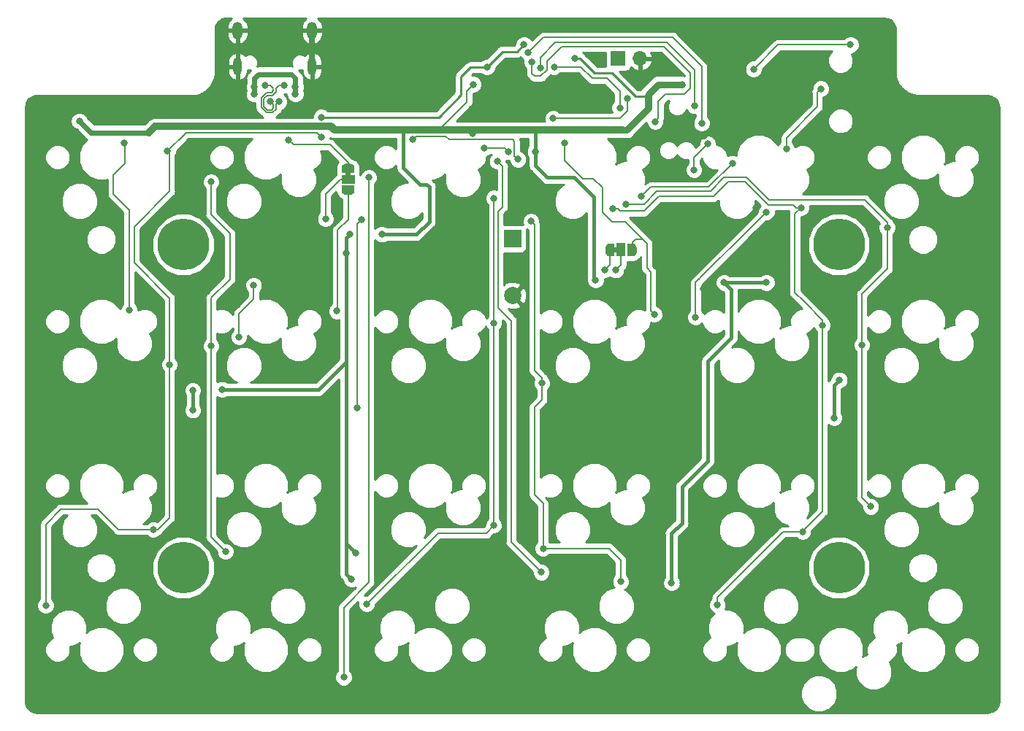
<source format=gbr>
%TF.GenerationSoftware,KiCad,Pcbnew,5.0.2-5.fc29*%
%TF.CreationDate,2019-03-27T11:45:15+01:00*%
%TF.ProjectId,vitamins_included,76697461-6d69-46e7-935f-696e636c7564,rev?*%
%TF.SameCoordinates,Original*%
%TF.FileFunction,Copper,L1,Top*%
%TF.FilePolarity,Positive*%
%FSLAX46Y46*%
G04 Gerber Fmt 4.6, Leading zero omitted, Abs format (unit mm)*
G04 Created by KiCad (PCBNEW 5.0.2-5.fc29) date 2019-03-27T11:45:15 CET*
%MOMM*%
%LPD*%
G01*
G04 APERTURE LIST*
%ADD10C,0.500000*%
%ADD11C,0.100000*%
%ADD12R,1.000000X1.500000*%
%ADD13C,6.000000*%
%ADD14O,1.000000X2.100000*%
%ADD15O,1.200000X2.000000*%
%ADD16R,1.700000X1.700000*%
%ADD17O,1.700000X1.700000*%
%ADD18R,1.500000X1.000000*%
%ADD19R,2.000000X2.000000*%
%ADD20C,2.000000*%
%ADD21C,0.800000*%
%ADD22C,0.609600*%
%ADD23C,0.400000*%
%ADD24C,0.812800*%
%ADD25C,0.254000*%
%ADD26C,0.152400*%
%ADD27C,0.200000*%
%ADD28C,0.203200*%
%ADD29C,0.800000*%
G04 APERTURE END LIST*
D10*
X68450000Y-27600000D03*
D11*
G36*
X69000000Y-27300000D02*
X69350000Y-27300000D01*
X69350000Y-27900000D01*
X69000000Y-27900000D01*
X69000000Y-28350000D01*
X68450000Y-28350000D01*
X68450000Y-28349398D01*
X68425466Y-28349398D01*
X68376635Y-28344588D01*
X68328510Y-28335016D01*
X68281555Y-28320772D01*
X68236222Y-28301995D01*
X68192949Y-28278864D01*
X68152150Y-28251604D01*
X68114221Y-28220476D01*
X68079524Y-28185779D01*
X68048396Y-28147850D01*
X68021136Y-28107051D01*
X67998005Y-28063778D01*
X67979228Y-28018445D01*
X67964984Y-27971490D01*
X67955412Y-27923365D01*
X67950602Y-27874534D01*
X67950602Y-27850000D01*
X67950000Y-27850000D01*
X67950000Y-27350000D01*
X67950602Y-27350000D01*
X67950602Y-27325466D01*
X67955412Y-27276635D01*
X67964984Y-27228510D01*
X67979228Y-27181555D01*
X67998005Y-27136222D01*
X68021136Y-27092949D01*
X68048396Y-27052150D01*
X68079524Y-27014221D01*
X68114221Y-26979524D01*
X68152150Y-26948396D01*
X68192949Y-26921136D01*
X68236222Y-26898005D01*
X68281555Y-26879228D01*
X68328510Y-26864984D01*
X68376635Y-26855412D01*
X68425466Y-26850602D01*
X68450000Y-26850602D01*
X68450000Y-26850000D01*
X69000000Y-26850000D01*
X69000000Y-27300000D01*
X69000000Y-27300000D01*
G37*
D10*
X71050000Y-27600000D03*
D11*
G36*
X71050000Y-26850602D02*
X71074534Y-26850602D01*
X71123365Y-26855412D01*
X71171490Y-26864984D01*
X71218445Y-26879228D01*
X71263778Y-26898005D01*
X71307051Y-26921136D01*
X71347850Y-26948396D01*
X71385779Y-26979524D01*
X71420476Y-27014221D01*
X71451604Y-27052150D01*
X71478864Y-27092949D01*
X71501995Y-27136222D01*
X71520772Y-27181555D01*
X71535016Y-27228510D01*
X71544588Y-27276635D01*
X71549398Y-27325466D01*
X71549398Y-27350000D01*
X71550000Y-27350000D01*
X71550000Y-27850000D01*
X71549398Y-27850000D01*
X71549398Y-27874534D01*
X71544588Y-27923365D01*
X71535016Y-27971490D01*
X71520772Y-28018445D01*
X71501995Y-28063778D01*
X71478864Y-28107051D01*
X71451604Y-28147850D01*
X71420476Y-28185779D01*
X71385779Y-28220476D01*
X71347850Y-28251604D01*
X71307051Y-28278864D01*
X71263778Y-28301995D01*
X71218445Y-28320772D01*
X71171490Y-28335016D01*
X71123365Y-28344588D01*
X71074534Y-28349398D01*
X71050000Y-28349398D01*
X71050000Y-28350000D01*
X70500000Y-28350000D01*
X70500000Y-26850000D01*
X71050000Y-26850000D01*
X71050000Y-26850602D01*
X71050000Y-26850602D01*
G37*
D12*
X69750000Y-27600000D03*
D13*
X95000000Y-27000000D03*
X95000000Y-64500000D03*
D14*
X25280000Y-6310000D03*
X33920000Y-6310000D03*
D15*
X25280000Y-2140000D03*
X33920000Y-2140000D03*
D16*
X69400000Y-5400000D03*
D17*
X71940000Y-5400000D03*
D18*
X38100000Y-19400000D03*
D10*
X38100000Y-20700000D03*
D11*
G36*
X38849398Y-20700000D02*
X38849398Y-20724534D01*
X38844588Y-20773365D01*
X38835016Y-20821490D01*
X38820772Y-20868445D01*
X38801995Y-20913778D01*
X38778864Y-20957051D01*
X38751604Y-20997850D01*
X38720476Y-21035779D01*
X38685779Y-21070476D01*
X38647850Y-21101604D01*
X38607051Y-21128864D01*
X38563778Y-21151995D01*
X38518445Y-21170772D01*
X38471490Y-21185016D01*
X38423365Y-21194588D01*
X38374534Y-21199398D01*
X38350000Y-21199398D01*
X38350000Y-21200000D01*
X37850000Y-21200000D01*
X37850000Y-21199398D01*
X37825466Y-21199398D01*
X37776635Y-21194588D01*
X37728510Y-21185016D01*
X37681555Y-21170772D01*
X37636222Y-21151995D01*
X37592949Y-21128864D01*
X37552150Y-21101604D01*
X37514221Y-21070476D01*
X37479524Y-21035779D01*
X37448396Y-20997850D01*
X37421136Y-20957051D01*
X37398005Y-20913778D01*
X37379228Y-20868445D01*
X37364984Y-20821490D01*
X37355412Y-20773365D01*
X37350602Y-20724534D01*
X37350602Y-20700000D01*
X37350000Y-20700000D01*
X37350000Y-20150000D01*
X38850000Y-20150000D01*
X38850000Y-20700000D01*
X38849398Y-20700000D01*
X38849398Y-20700000D01*
G37*
D10*
X38100000Y-18100000D03*
D11*
G36*
X38400000Y-18650000D02*
X38400000Y-19000000D01*
X37800000Y-19000000D01*
X37800000Y-18650000D01*
X37350000Y-18650000D01*
X37350000Y-18100000D01*
X37350602Y-18100000D01*
X37350602Y-18075466D01*
X37355412Y-18026635D01*
X37364984Y-17978510D01*
X37379228Y-17931555D01*
X37398005Y-17886222D01*
X37421136Y-17842949D01*
X37448396Y-17802150D01*
X37479524Y-17764221D01*
X37514221Y-17729524D01*
X37552150Y-17698396D01*
X37592949Y-17671136D01*
X37636222Y-17648005D01*
X37681555Y-17629228D01*
X37728510Y-17614984D01*
X37776635Y-17605412D01*
X37825466Y-17600602D01*
X37850000Y-17600602D01*
X37850000Y-17600000D01*
X38350000Y-17600000D01*
X38350000Y-17600602D01*
X38374534Y-17600602D01*
X38423365Y-17605412D01*
X38471490Y-17614984D01*
X38518445Y-17629228D01*
X38563778Y-17648005D01*
X38607051Y-17671136D01*
X38647850Y-17698396D01*
X38685779Y-17729524D01*
X38720476Y-17764221D01*
X38751604Y-17802150D01*
X38778864Y-17842949D01*
X38801995Y-17886222D01*
X38820772Y-17931555D01*
X38835016Y-17978510D01*
X38844588Y-18026635D01*
X38849398Y-18075466D01*
X38849398Y-18100000D01*
X38850000Y-18100000D01*
X38850000Y-18650000D01*
X38400000Y-18650000D01*
X38400000Y-18650000D01*
G37*
D13*
X19000000Y-64500000D03*
D19*
X57176000Y-26296000D03*
D20*
X57176000Y-32896000D03*
D13*
X19000000Y-27000000D03*
D21*
X29300000Y-65800000D03*
X38900000Y-2150000D03*
X1800000Y-16600000D03*
X65300000Y-10500000D03*
X57067518Y-11173000D03*
X18291000Y-69603000D03*
X83000000Y-13200000D03*
X25300000Y-34000000D03*
X31900000Y-41900000D03*
X82600000Y-53200000D03*
X1200000Y-67400000D03*
X45700000Y-68000000D03*
X48900000Y-9100000D03*
X85400000Y-13800000D03*
X64300000Y-10500000D03*
X99300000Y-26900000D03*
X65700000Y-70700000D03*
X73800000Y-26400000D03*
X73900000Y-14400000D03*
X86300000Y-38900000D03*
X69900000Y-72900000D03*
X82426000Y-77096000D03*
X45500000Y-9100000D03*
X96050000Y-44200000D03*
X31118000Y-60586000D03*
X61250000Y-24850000D03*
X83700000Y-33300000D03*
X30600000Y-30200000D03*
X51500000Y-28200000D03*
X42000000Y-44800000D03*
X95300000Y-51800000D03*
X105400000Y-46900000D03*
X7000000Y-67800000D03*
X20400000Y-10500000D03*
X24400000Y-24000000D03*
X88800000Y-36000000D03*
X112600000Y-42600000D03*
X25149000Y-76080000D03*
X31880000Y-76080000D03*
X71800000Y-8600000D03*
X30600000Y-11900000D03*
X83823000Y-2250000D03*
X69450000Y-32450000D03*
X104100000Y-30200000D03*
X47600000Y-6900000D03*
X76700000Y-42800000D03*
X13900000Y-77100000D03*
X86600000Y-58500000D03*
X69900000Y-75900000D03*
X101800000Y-46900000D03*
X50041000Y-22359000D03*
X85400000Y-22700000D03*
X2500000Y-26400000D03*
X112800000Y-21800000D03*
X18100000Y-22200000D03*
X46300000Y-49600000D03*
X109100000Y-46900000D03*
X18900000Y-10500000D03*
X74500000Y-22700000D03*
X67400000Y-6000000D03*
X85400000Y-26100000D03*
X84585000Y-70619000D03*
X100206000Y-68206000D03*
X87600000Y-14600000D03*
X12400000Y-48900000D03*
X96000000Y-47050000D03*
X27400000Y-11900000D03*
X77100000Y-62950000D03*
X112800000Y-54800000D03*
X1200000Y-74000000D03*
X53300000Y-25400000D03*
X69750000Y-35850000D03*
X21900000Y-76100000D03*
X56700000Y-72100000D03*
X31500000Y-50300000D03*
X45100000Y-76100000D03*
X61900000Y-27900000D03*
X74800000Y-5900000D03*
X52700000Y-44900000D03*
X65500000Y-29150000D03*
X20200000Y-22200000D03*
X82600000Y-57000000D03*
X73800000Y-29500000D03*
X83000000Y-28400000D03*
X112600000Y-16500000D03*
X20300000Y-17800000D03*
X24000000Y-38500000D03*
X101500000Y-18100000D03*
X5400000Y-26400000D03*
X88900000Y-53500000D03*
X76000000Y-19300000D03*
X52700000Y-42300000D03*
X88900000Y-30700000D03*
X80900000Y-26800000D03*
X79300000Y-32100000D03*
X48500000Y-25400000D03*
X33100000Y-29000000D03*
X77600000Y-29500000D03*
X39850000Y-7850000D03*
X80400000Y-34100000D03*
X67900000Y-49200000D03*
X42100000Y-38200000D03*
X98700000Y-29800000D03*
X62995000Y-75826000D03*
X112800000Y-35800000D03*
X45900000Y-30900000D03*
X112800000Y-60400000D03*
X67100000Y-5000000D03*
X76900000Y-66250000D03*
X57100000Y-68000000D03*
X44400000Y-24500000D03*
X88300000Y-23400000D03*
X76400000Y-49300000D03*
X76000000Y-71100000D03*
X91500000Y-41000000D03*
X77500000Y-26400000D03*
X105000000Y-21600000D03*
X27200000Y-8650000D03*
X32000000Y-8650000D03*
X35000000Y-12200000D03*
X32000000Y-9500000D03*
X27200000Y-9500000D03*
X54200000Y-6400000D03*
X58500000Y-3800000D03*
X39650000Y-24100000D03*
X39119000Y-45965000D03*
X60500000Y-65015000D03*
X55400000Y-17300000D03*
X37595000Y-77207000D03*
X40516000Y-19184000D03*
X69600000Y-11100000D03*
X61975000Y-6375000D03*
X60400000Y-6500000D03*
X78300000Y-10900000D03*
X79100000Y-12900000D03*
X59000000Y-4700000D03*
X73700000Y-12700000D03*
X59400000Y-5800000D03*
X70500000Y-10000000D03*
X96335500Y-3798000D03*
X61875000Y-12326000D03*
X73600000Y-35100000D03*
X63200000Y-15200000D03*
X85117400Y-6611000D03*
X36800000Y-34700000D03*
X86600000Y-23200000D03*
X92900000Y-8900000D03*
X78400000Y-35400000D03*
X88903000Y-15882000D03*
X15497000Y-60078000D03*
X17171000Y-16136000D03*
X3051000Y-68841000D03*
X17402000Y-40901000D03*
X35000000Y-14500000D03*
X23900000Y-62600000D03*
X22228000Y-19692000D03*
X22228000Y-38742000D03*
X54994000Y-21597000D03*
X54994000Y-59570000D03*
X40262000Y-68714000D03*
X54994000Y-36075000D03*
X60709000Y-62237000D03*
X59312000Y-24264000D03*
X69700000Y-66100000D03*
X60582000Y-43060000D03*
X90808000Y-60332000D03*
X93094000Y-36329000D03*
X68800000Y-22800000D03*
X90594000Y-22700000D03*
X80900000Y-68800000D03*
X100600000Y-25000000D03*
X98700000Y-57400000D03*
X97666000Y-38615000D03*
X70300000Y-22300000D03*
X30100000Y-10400000D03*
X28500000Y-8500000D03*
X29100000Y-10400000D03*
X30700000Y-8500000D03*
X52500000Y-14100000D03*
X76850000Y-8400000D03*
X23500000Y-43800000D03*
X59800000Y-16200000D03*
X95050000Y-42700000D03*
X37900001Y-28000000D03*
X6960000Y-12658000D03*
X52600000Y-8400000D03*
X42000000Y-25800000D03*
X39000000Y-62800000D03*
X64400000Y-5400000D03*
X75600000Y-66250000D03*
X86600000Y-31400000D03*
X94450000Y-47100000D03*
X20100000Y-43900000D03*
X81700000Y-31400000D03*
X38300000Y-25800000D03*
X15012000Y-13977000D03*
X20100000Y-46200000D03*
X66800000Y-31100000D03*
X38500000Y-65800000D03*
X57800000Y-17100000D03*
X45600000Y-14800000D03*
X56700000Y-16200000D03*
X53900000Y-15800000D03*
X78200000Y-18300000D03*
X79800000Y-15300000D03*
X72100000Y-21400000D03*
X82650000Y-17550000D03*
X25450000Y-37700000D03*
X27150000Y-31700000D03*
X69150000Y-29950000D03*
X35500000Y-24000000D03*
X31200000Y-14850000D03*
X12150000Y-15200000D03*
X12750000Y-34550000D03*
X67850000Y-29900000D03*
D22*
X80267000Y-13533000D02*
X80267000Y-11283000D01*
D23*
X76900000Y-66250000D02*
X76900000Y-65684315D01*
X76900000Y-63150000D02*
X77100000Y-62950000D01*
X96000000Y-44300000D02*
X96100000Y-44200000D01*
X11400000Y-71600000D02*
X10800000Y-71000000D01*
X28700000Y-66400000D02*
X28500000Y-66400000D01*
D24*
X80267000Y-4198000D02*
X80267000Y-11283000D01*
D23*
X15728315Y-71600000D02*
X11400000Y-71600000D01*
D22*
X79400000Y-14400000D02*
X80267000Y-13533000D01*
D23*
X21897000Y-69603000D02*
X18291000Y-69603000D01*
D24*
X80267000Y-4198000D02*
X81029000Y-3436000D01*
X81029000Y-3436000D02*
X82637000Y-3436000D01*
D23*
X17725315Y-69603000D02*
X15728315Y-71600000D01*
D22*
X73900000Y-14400000D02*
X79400000Y-14400000D01*
D23*
X25100000Y-66400000D02*
X21897000Y-69603000D01*
D22*
X33830000Y-2140000D02*
X33830000Y-6220000D01*
D23*
X10200000Y-71000000D02*
X7000000Y-67800000D01*
X28500000Y-66400000D02*
X25100000Y-66400000D01*
X96000000Y-46484315D02*
X96000000Y-44300000D01*
X76900000Y-65684315D02*
X76900000Y-63150000D01*
X96000000Y-47050000D02*
X96000000Y-46484315D01*
X18291000Y-69603000D02*
X17725315Y-69603000D01*
X29300000Y-65800000D02*
X28700000Y-66400000D01*
D22*
X33830000Y-6220000D02*
X33920000Y-6310000D01*
D24*
X82637000Y-3436000D02*
X83823000Y-2250000D01*
D23*
X10800000Y-71000000D02*
X10200000Y-71000000D01*
D22*
X32000000Y-7700000D02*
X32000000Y-8400000D01*
X27200000Y-7700000D02*
X27700000Y-7200000D01*
D25*
X51200000Y-7500000D02*
X52300000Y-6400000D01*
X57700000Y-4600000D02*
X58500000Y-3800000D01*
D22*
X27200000Y-7700000D02*
X27200000Y-8400000D01*
D25*
X51200000Y-9600000D02*
X51200000Y-7500000D01*
X52300000Y-6400000D02*
X54200000Y-6400000D01*
D22*
X27200000Y-8400000D02*
X27200000Y-9250000D01*
X31500000Y-7200000D02*
X32000000Y-7700000D01*
D25*
X54200000Y-6400000D02*
X56000000Y-4600000D01*
X35000000Y-12200000D02*
X48600000Y-12200000D01*
X48600000Y-12200000D02*
X51200000Y-9600000D01*
D22*
X32000000Y-8400000D02*
X32000000Y-9250000D01*
X27700000Y-7200000D02*
X31500000Y-7200000D01*
D25*
X56000000Y-4600000D02*
X57700000Y-4600000D01*
D26*
X39119000Y-24631000D02*
X39119000Y-45965000D01*
X39650000Y-24100000D02*
X39119000Y-24631000D01*
X57026000Y-35821000D02*
X55502000Y-34297000D01*
X57026000Y-61348000D02*
X57026000Y-59500000D01*
X57026000Y-59500000D02*
X57026000Y-61541000D01*
X55502000Y-34297000D02*
X55502000Y-23121000D01*
X57026000Y-59500000D02*
X57026000Y-35821000D01*
X55502000Y-23121000D02*
X56010000Y-22613000D01*
X56010000Y-17910000D02*
X56010000Y-18100000D01*
X55400000Y-17300000D02*
X56010000Y-17910000D01*
X57026000Y-61541000D02*
X60500000Y-65015000D01*
X56010000Y-22613000D02*
X56010000Y-18100000D01*
X40516000Y-56141000D02*
X40516000Y-56522000D01*
X40516000Y-56141000D02*
X40516000Y-66174000D01*
X40516000Y-19184000D02*
X40516000Y-19749685D01*
X40516000Y-66174000D02*
X37595000Y-69095000D01*
X40516000Y-19749685D02*
X40516000Y-56141000D01*
X37595000Y-69095000D02*
X37595000Y-77207000D01*
X65075000Y-6375000D02*
X66400000Y-7700000D01*
X66400000Y-7700000D02*
X68100000Y-7700000D01*
D27*
X62000000Y-6400000D02*
X61975000Y-6375000D01*
D26*
X68100000Y-7700000D02*
X69600000Y-9200000D01*
D27*
X62000000Y-6500000D02*
X62000000Y-6400000D01*
D26*
X69600000Y-9200000D02*
X69600000Y-11100000D01*
X61975000Y-6375000D02*
X65075000Y-6375000D01*
X69091000Y-3537589D02*
X62662411Y-3537589D01*
X62112411Y-3537589D02*
X62662411Y-3537589D01*
X69091000Y-3537589D02*
X75087589Y-3537589D01*
X69177500Y-3537589D02*
X69091000Y-3537589D01*
X60400000Y-5250000D02*
X62112411Y-3537589D01*
X78300000Y-6750000D02*
X78300000Y-9300000D01*
X75087589Y-3537589D02*
X78300000Y-6750000D01*
X78300000Y-9300000D02*
X78300000Y-10900000D01*
X60400000Y-6500000D02*
X60400000Y-5250000D01*
X61811500Y-2928000D02*
X70361000Y-2928000D01*
X79100000Y-6381000D02*
X79100000Y-6500000D01*
X60772000Y-2928000D02*
X59000000Y-4700000D01*
X75695000Y-2928000D02*
X79000000Y-6233000D01*
X79100000Y-6500000D02*
X79100000Y-6333000D01*
X70361000Y-2928000D02*
X75695000Y-2928000D01*
X61811500Y-2928000D02*
X60772000Y-2928000D01*
X70361000Y-2928000D02*
X73051000Y-2928000D01*
X79100000Y-6500000D02*
X79100000Y-12900000D01*
X79100000Y-6333000D02*
X79000000Y-6233000D01*
X59400000Y-7137685D02*
X59712315Y-7450000D01*
X77800000Y-8850000D02*
X77100000Y-9550000D01*
X74050000Y-12350000D02*
X73700000Y-12700000D01*
X74050000Y-10400000D02*
X74050000Y-12350000D01*
X77800000Y-7100000D02*
X77800000Y-8850000D01*
X60450000Y-7450000D02*
X61200000Y-6700000D01*
X62900000Y-4000000D02*
X74700000Y-4000000D01*
X59712315Y-7450000D02*
X60450000Y-7450000D01*
X74900000Y-9550000D02*
X74050000Y-10400000D01*
X74700000Y-4000000D02*
X77800000Y-7100000D01*
X77100000Y-9550000D02*
X74900000Y-9550000D01*
X59400000Y-5800000D02*
X59400000Y-7137685D01*
X61200000Y-5700000D02*
X62900000Y-4000000D01*
X61200000Y-6700000D02*
X61200000Y-5700000D01*
X72750000Y-26850000D02*
X72250000Y-26350000D01*
X68717000Y-24350000D02*
X67567000Y-23200000D01*
X72250000Y-26350000D02*
X70250000Y-24350000D01*
X67567000Y-20367000D02*
X66530000Y-19330000D01*
D28*
X87930400Y-3798000D02*
X85117400Y-6611000D01*
D26*
X69674000Y-12326000D02*
X70500000Y-11500000D01*
X65300000Y-19330000D02*
X63200000Y-17230000D01*
X38100000Y-20700000D02*
X38100000Y-24100000D01*
X63200000Y-17100000D02*
X63200000Y-15200000D01*
X72750000Y-29700000D02*
X72750000Y-26850000D01*
X73200001Y-30150001D02*
X72750000Y-29700000D01*
X67567000Y-23200000D02*
X67567000Y-20367000D01*
X95769815Y-3798000D02*
X96335500Y-3798000D01*
X36900000Y-34600000D02*
X36800000Y-34700000D01*
D28*
X96335500Y-3798000D02*
X87930400Y-3798000D01*
D26*
X73200001Y-34700001D02*
X73200001Y-30150001D01*
X63200000Y-17230000D02*
X63200000Y-17100000D01*
X66530000Y-19330000D02*
X65300000Y-19330000D01*
X61875000Y-12326000D02*
X69674000Y-12326000D01*
X73600000Y-35100000D02*
X73200001Y-34700001D01*
X71050000Y-26752408D02*
X71452408Y-26350000D01*
X38100000Y-24100000D02*
X36900000Y-25300000D01*
X36900000Y-25300000D02*
X36900000Y-34600000D01*
X71452408Y-26350000D02*
X72250000Y-26350000D01*
X70500000Y-11500000D02*
X70500000Y-10000000D01*
X71050000Y-27600000D02*
X71050000Y-26752408D01*
X70250000Y-24350000D02*
X68717000Y-24350000D01*
X92500000Y-9300000D02*
X92900000Y-8900000D01*
X78900000Y-30900000D02*
X84700000Y-25100000D01*
X84700000Y-25100000D02*
X84600000Y-25200000D01*
X86550000Y-23250000D02*
X86600000Y-23200000D01*
X78400000Y-32200000D02*
X78400000Y-31400000D01*
X86600000Y-23200000D02*
X84700000Y-25100000D01*
X78400000Y-35400000D02*
X78400000Y-32200000D01*
X78800000Y-31000000D02*
X78900000Y-30900000D01*
X88903000Y-14597000D02*
X92500000Y-11000000D01*
X92500000Y-11000000D02*
X92500000Y-9300000D01*
X78400000Y-31400000D02*
X78900000Y-30900000D01*
X88903000Y-15882000D02*
X88903000Y-14597000D01*
X3051000Y-68841000D02*
X3051000Y-59449000D01*
X17402000Y-20800000D02*
X17402000Y-16367000D01*
X9122000Y-57700000D02*
X11500000Y-60078000D01*
X16005000Y-60078000D02*
X17402000Y-58681000D01*
X13300000Y-24902000D02*
X17402000Y-20800000D01*
X19307000Y-14000000D02*
X17171000Y-16136000D01*
X11814000Y-60078000D02*
X12000000Y-60078000D01*
X19500000Y-14000000D02*
X34500000Y-14000000D01*
X3051000Y-59449000D02*
X4800000Y-57700000D01*
X11500000Y-60078000D02*
X12000000Y-60078000D01*
X13300000Y-29100000D02*
X13300000Y-24902000D01*
X17402000Y-40901000D02*
X17402000Y-33202000D01*
X4800000Y-57700000D02*
X9122000Y-57700000D01*
X17402000Y-33202000D02*
X13300000Y-29100000D01*
X34500000Y-14000000D02*
X35000000Y-14500000D01*
X11814000Y-60078000D02*
X15497000Y-60078000D01*
X17402000Y-16367000D02*
X17171000Y-16136000D01*
X17402000Y-58681000D02*
X17402000Y-40901000D01*
X19500000Y-14000000D02*
X19307000Y-14000000D01*
X12000000Y-60078000D02*
X16005000Y-60078000D01*
X23900000Y-62600000D02*
X22228000Y-60928000D01*
X22228000Y-20800000D02*
X22228000Y-20828000D01*
X22228000Y-60928000D02*
X22228000Y-60600000D01*
X24400000Y-25700000D02*
X24400000Y-31000000D01*
X24400000Y-31000000D02*
X22228000Y-33172000D01*
X22228000Y-20800000D02*
X22228000Y-19692000D01*
X22228000Y-38742000D02*
X22228000Y-60600000D01*
X22228000Y-23528000D02*
X24400000Y-25700000D01*
X22228000Y-33172000D02*
X22228000Y-38742000D01*
X22228000Y-20800000D02*
X22228000Y-23528000D01*
X54994000Y-21597000D02*
X54994000Y-36075000D01*
X54994000Y-36640685D02*
X54994000Y-59570000D01*
X54105000Y-60459000D02*
X54994000Y-59570000D01*
X48517000Y-60459000D02*
X54105000Y-60459000D01*
X54994000Y-36075000D02*
X54994000Y-36640685D01*
X40262000Y-68714000D02*
X48517000Y-60459000D01*
X60709000Y-62237000D02*
X60709000Y-57030000D01*
X59693000Y-41605315D02*
X59693000Y-24645000D01*
X60582000Y-42494315D02*
X59693000Y-41605315D01*
X68329000Y-62237000D02*
X60709000Y-62237000D01*
X60709000Y-57030000D02*
X59693000Y-56014000D01*
X69692000Y-63600000D02*
X68329000Y-62237000D01*
X59693000Y-45854000D02*
X60582000Y-44965000D01*
X60582000Y-43060000D02*
X60582000Y-42494315D01*
X60582000Y-44965000D02*
X60582000Y-43060000D01*
X69700000Y-63608000D02*
X69692000Y-63600000D01*
X69700000Y-66100000D02*
X69700000Y-63608000D01*
X59693000Y-56014000D02*
X59693000Y-45854000D01*
X59693000Y-24645000D02*
X59312000Y-24264000D01*
X90681000Y-60332000D02*
X93094000Y-57919000D01*
X72400000Y-23100000D02*
X71800000Y-23100000D01*
X81054000Y-67800000D02*
X80900000Y-67954000D01*
X93094000Y-57919000D02*
X93094000Y-36329000D01*
X89900000Y-23900000D02*
X89900000Y-25100000D01*
X69365685Y-22800000D02*
X69665685Y-23100000D01*
X93094000Y-35763315D02*
X90935000Y-33604315D01*
X88649000Y-60332000D02*
X90681000Y-60332000D01*
X80500000Y-21400000D02*
X74100000Y-21400000D01*
X89900000Y-28900000D02*
X89900000Y-32569315D01*
X81054000Y-67800000D02*
X88522000Y-60332000D01*
X88649000Y-60332000D02*
X90808000Y-60332000D01*
X71800000Y-23100000D02*
X69800000Y-23100000D01*
X69665685Y-23100000D02*
X69800000Y-23100000D01*
X90594000Y-22700000D02*
X90028315Y-22700000D01*
X89900000Y-23394000D02*
X89900000Y-25100000D01*
X74100000Y-21400000D02*
X72400000Y-23100000D01*
X88522000Y-60332000D02*
X88649000Y-60332000D01*
X80900000Y-67954000D02*
X80900000Y-68800000D01*
X86800000Y-22400000D02*
X84100000Y-19700000D01*
X82200000Y-19700000D02*
X80500000Y-21400000D01*
X68800000Y-22800000D02*
X69365685Y-22800000D01*
X89728315Y-22400000D02*
X86800000Y-22400000D01*
X90028315Y-22700000D02*
X89728315Y-22400000D01*
X90594000Y-22700000D02*
X89900000Y-23394000D01*
X89900000Y-25100000D02*
X89900000Y-28900000D01*
X93094000Y-36329000D02*
X93094000Y-35763315D01*
X89900000Y-28900000D02*
X89900000Y-29217000D01*
X84100000Y-19700000D02*
X82200000Y-19700000D01*
X89900000Y-32569315D02*
X90935000Y-33604315D01*
X73900000Y-20800000D02*
X72400000Y-22300000D01*
X97666000Y-38615000D02*
X97666000Y-33300000D01*
X97666000Y-32734000D02*
X100600000Y-29800000D01*
X97666000Y-56366000D02*
X98700000Y-57400000D01*
X97666000Y-39180685D02*
X97666000Y-56300000D01*
X100600000Y-24434315D02*
X97965685Y-21800000D01*
X80100000Y-20800000D02*
X73900000Y-20800000D01*
X100600000Y-25000000D02*
X100600000Y-24434315D01*
X81700000Y-19200000D02*
X84300000Y-19200000D01*
X100600000Y-29800000D02*
X100600000Y-25000000D01*
X97666000Y-33300000D02*
X97666000Y-32734000D01*
X85200000Y-20100000D02*
X85100000Y-20000000D01*
X97965685Y-21800000D02*
X86900000Y-21800000D01*
X84300000Y-19200000D02*
X85200000Y-20100000D01*
X97666000Y-56300000D02*
X97666000Y-56366000D01*
X86900000Y-21800000D02*
X85200000Y-20100000D01*
X70300000Y-22300000D02*
X72400000Y-22300000D01*
X80100000Y-20800000D02*
X81700000Y-19200000D01*
X97666000Y-38615000D02*
X97666000Y-39180685D01*
X29236872Y-9347600D02*
X29447600Y-9136872D01*
X28636872Y-11652400D02*
X28047600Y-11063128D01*
X29363128Y-11652400D02*
X28636872Y-11652400D01*
X28047600Y-11063128D02*
X28047600Y-9936872D01*
X28636872Y-9347600D02*
X29236872Y-9347600D01*
X28047600Y-9936872D02*
X28636872Y-9347600D01*
X29447600Y-9136872D02*
X29447600Y-8900000D01*
X30100000Y-10400000D02*
X29752400Y-10747600D01*
X28500000Y-8500000D02*
X29065685Y-8500000D01*
X29065685Y-8500000D02*
X29447600Y-8881915D01*
X29752400Y-11263128D02*
X29363128Y-11652400D01*
X29752400Y-10747600D02*
X29752400Y-11263128D01*
X28763128Y-11347600D02*
X28352400Y-10936872D01*
X29100000Y-10400000D02*
X29447600Y-10747600D01*
X28352400Y-10063128D02*
X28763128Y-9652400D01*
X30134315Y-8500000D02*
X29752400Y-8881915D01*
X29236872Y-11347600D02*
X28763128Y-11347600D01*
X29447600Y-10747600D02*
X29447600Y-11136872D01*
X28352400Y-10936872D02*
X28352400Y-10063128D01*
X29752400Y-9263128D02*
X29752400Y-8900000D01*
X30700000Y-8500000D02*
X30134315Y-8500000D01*
X29447600Y-11136872D02*
X29236872Y-11347600D01*
X29363128Y-9652400D02*
X29752400Y-9263128D01*
X28763128Y-9652400D02*
X29363128Y-9652400D01*
D23*
X94450000Y-47100000D02*
X94450000Y-44100000D01*
X37900000Y-65200000D02*
X38500000Y-65800000D01*
D24*
X15716639Y-13272361D02*
X15012000Y-13977000D01*
D23*
X37900001Y-28000000D02*
X37900001Y-26199999D01*
D29*
X70378640Y-13672360D02*
X72901000Y-11150000D01*
D23*
X59800000Y-13772360D02*
X59800000Y-16200000D01*
X20100000Y-46200000D02*
X20100000Y-45634315D01*
D25*
X65000000Y-5400000D02*
X64400000Y-5400000D01*
D28*
X52600000Y-8400000D02*
X51842000Y-9158000D01*
D24*
X72901000Y-11150000D02*
X72901000Y-10450000D01*
D28*
X51842000Y-9158000D02*
X51842000Y-9900000D01*
D22*
X8279000Y-13977000D02*
X6960000Y-12658000D01*
D24*
X36499999Y-13672360D02*
X36100000Y-13272361D01*
D22*
X15012000Y-13977000D02*
X15411999Y-13577001D01*
D29*
X69853000Y-13672360D02*
X70378640Y-13672360D01*
D24*
X59900000Y-13672360D02*
X61700000Y-13672360D01*
X69200000Y-13672360D02*
X69853000Y-13672360D01*
D28*
X72600000Y-9786000D02*
X72901000Y-9786000D01*
D23*
X44500000Y-13672360D02*
X44500000Y-18100000D01*
X66600000Y-21500000D02*
X66600000Y-30900000D01*
X47500000Y-20300000D02*
X47500000Y-24300000D01*
X86600000Y-31400000D02*
X81700000Y-31400000D01*
D24*
X51842000Y-13672360D02*
X48600000Y-13672360D01*
D23*
X46400000Y-20000000D02*
X47200000Y-20000000D01*
X44500000Y-18100000D02*
X46400000Y-20000000D01*
X76800000Y-59300000D02*
X76800000Y-55100000D01*
X75600000Y-66250000D02*
X75600000Y-60500000D01*
X23500000Y-43800000D02*
X34700000Y-43800000D01*
D28*
X51842000Y-9900000D02*
X51842000Y-10430360D01*
D24*
X51842000Y-13672360D02*
X52300000Y-13672360D01*
X48600000Y-13672360D02*
X44500000Y-13672360D01*
D29*
X74000000Y-8400000D02*
X76850000Y-8400000D01*
D25*
X66700000Y-7100000D02*
X65000000Y-5400000D01*
D23*
X94450000Y-43300000D02*
X94450000Y-44100000D01*
D26*
X52500000Y-14100000D02*
X52500000Y-13872360D01*
D23*
X37900001Y-40599999D02*
X37900001Y-28000000D01*
D26*
X52500000Y-13872360D02*
X52300000Y-13672360D01*
D24*
X44500000Y-13672360D02*
X36499999Y-13672360D01*
X61700000Y-13672360D02*
X69200000Y-13672360D01*
D28*
X51842000Y-10430360D02*
X50672360Y-11600000D01*
X50672360Y-11600000D02*
X48600000Y-13672360D01*
D23*
X79800000Y-52100000D02*
X79800000Y-40500000D01*
D29*
X72901000Y-9499000D02*
X74000000Y-8400000D01*
D24*
X52300000Y-13672360D02*
X59900000Y-13672360D01*
D23*
X82500000Y-37800000D02*
X82500000Y-32200000D01*
D22*
X15012000Y-13977000D02*
X8279000Y-13977000D01*
D23*
X61200000Y-19200000D02*
X64300000Y-19200000D01*
X59800000Y-16200000D02*
X59800000Y-17800000D01*
X59800000Y-17800000D02*
X61200000Y-19200000D01*
X95050000Y-42700000D02*
X94450000Y-43300000D01*
X75600000Y-60500000D02*
X76800000Y-59300000D01*
X82500000Y-32200000D02*
X81700000Y-31400000D01*
X46000000Y-25800000D02*
X42000000Y-25800000D01*
X37900000Y-61700000D02*
X37900001Y-26199999D01*
D24*
X72901000Y-10450000D02*
X72901000Y-9786000D01*
D25*
X68700000Y-7100000D02*
X66700000Y-7100000D01*
D23*
X47200000Y-20000000D02*
X47500000Y-20300000D01*
X47500000Y-24300000D02*
X46000000Y-25800000D01*
D28*
X61621000Y-13751360D02*
X61700000Y-13672360D01*
D29*
X72901000Y-10167000D02*
X72901000Y-9499000D01*
D23*
X20100000Y-45634315D02*
X20100000Y-43900000D01*
X59900000Y-13672360D02*
X59800000Y-13772360D01*
D25*
X72600000Y-9786000D02*
X71386000Y-9786000D01*
D24*
X36100000Y-13272361D02*
X15716639Y-13272361D01*
D23*
X76800000Y-55100000D02*
X79800000Y-52100000D01*
X64300000Y-19200000D02*
X66600000Y-21500000D01*
X37900001Y-26199999D02*
X38300000Y-25800000D01*
X79800000Y-40500000D02*
X82500000Y-37800000D01*
X66600000Y-30900000D02*
X66800000Y-31100000D01*
D25*
X71386000Y-9786000D02*
X68700000Y-7100000D01*
D23*
X34700000Y-43800000D02*
X37900001Y-40599999D01*
X39000000Y-62800000D02*
X37900000Y-61700000D01*
X37900000Y-61700000D02*
X37900000Y-65200000D01*
D26*
X49800000Y-14800000D02*
X49400000Y-14400000D01*
X57400001Y-16700001D02*
X57800000Y-17100000D01*
X57400001Y-16700001D02*
X57400000Y-15000000D01*
X57400000Y-15000000D02*
X57200000Y-14800000D01*
X46000000Y-14400000D02*
X45600000Y-14800000D01*
X49400000Y-14400000D02*
X46000000Y-14400000D01*
X57200000Y-14800000D02*
X49800000Y-14800000D01*
X54465685Y-15800000D02*
X53900000Y-15800000D01*
X54100000Y-15600000D02*
X53900000Y-15800000D01*
X56700000Y-16200000D02*
X56300001Y-15800001D01*
X56300001Y-15800001D02*
X54465685Y-15800000D01*
X78200000Y-16900000D02*
X78200000Y-17050000D01*
X79800000Y-15300000D02*
X78200000Y-16900000D01*
X78200000Y-17050000D02*
X78200000Y-18300000D01*
X82650000Y-17550000D02*
X79900000Y-20300000D01*
X82600000Y-17600000D02*
X82650000Y-17550000D01*
X79900000Y-20300000D02*
X73200000Y-20300000D01*
X73200000Y-20300000D02*
X72100000Y-21400000D01*
X27150000Y-31700000D02*
X27150000Y-32265685D01*
X27150000Y-33300000D02*
X25450000Y-35000000D01*
X27150000Y-32265685D02*
X27150000Y-33300000D01*
X25450000Y-35000000D02*
X25450000Y-37700000D01*
X69750000Y-29350000D02*
X69150000Y-29950000D01*
X69750000Y-27600000D02*
X69750000Y-29350000D01*
X35500000Y-21097600D02*
X35500000Y-24000000D01*
X38100000Y-19400000D02*
X37197600Y-19400000D01*
X37197600Y-19400000D02*
X35500000Y-21097600D01*
X31750000Y-15400000D02*
X31200000Y-14850000D01*
X38100000Y-17500000D02*
X36000000Y-15400000D01*
X36000000Y-15400000D02*
X31750000Y-15400000D01*
X38100000Y-18100000D02*
X38100000Y-17500000D01*
X12250000Y-17600000D02*
X12250000Y-15300000D01*
X10900000Y-21150000D02*
X10900000Y-18950000D01*
X12700000Y-33934315D02*
X12700000Y-22950000D01*
X12700000Y-22950000D02*
X10900000Y-21150000D01*
X12750000Y-33984315D02*
X12700000Y-33934315D01*
D27*
X68450000Y-27600000D02*
X68450000Y-29300000D01*
X68450000Y-29300000D02*
X67850000Y-29900000D01*
D26*
X12250000Y-15300000D02*
X12150000Y-15200000D01*
X10900000Y-18950000D02*
X12250000Y-17600000D01*
X12750000Y-34550000D02*
X12750000Y-33984315D01*
D25*
G36*
X24496526Y-776920D02*
X24187610Y-1150053D01*
X24045000Y-1613000D01*
X24045000Y-2013000D01*
X25153000Y-2013000D01*
X25153000Y-1993000D01*
X25407000Y-1993000D01*
X25407000Y-2013000D01*
X26515000Y-2013000D01*
X26515000Y-1613000D01*
X26372390Y-1150053D01*
X26063474Y-776920D01*
X25936970Y-710000D01*
X33263030Y-710000D01*
X33136526Y-776920D01*
X32827610Y-1150053D01*
X32685000Y-1613000D01*
X32685000Y-2013000D01*
X33793000Y-2013000D01*
X33793000Y-1993000D01*
X34047000Y-1993000D01*
X34047000Y-2013000D01*
X35155000Y-2013000D01*
X35155000Y-1613000D01*
X35012390Y-1150053D01*
X34703474Y-776920D01*
X34576970Y-710000D01*
X100199420Y-710000D01*
X100610027Y-768803D01*
X100941110Y-919338D01*
X101216639Y-1156749D01*
X101414456Y-1461944D01*
X101525700Y-1833917D01*
X101540001Y-2026362D01*
X101540000Y-7069925D01*
X101545170Y-7095914D01*
X101563920Y-7348235D01*
X101579474Y-7418981D01*
X101589302Y-7490726D01*
X101591736Y-7499052D01*
X101754213Y-8042337D01*
X101794652Y-8129855D01*
X101833978Y-8217770D01*
X101838648Y-8225072D01*
X101838651Y-8225078D01*
X101838655Y-8225082D01*
X102147080Y-8700924D01*
X102210440Y-8773555D01*
X102272876Y-8846918D01*
X102279413Y-8852621D01*
X102708998Y-9222776D01*
X102790193Y-9274702D01*
X102870716Y-9327596D01*
X102878586Y-9331232D01*
X102878589Y-9331234D01*
X102878592Y-9331235D01*
X103394799Y-9565940D01*
X103487278Y-9592983D01*
X103579435Y-9621158D01*
X103588012Y-9622440D01*
X103588014Y-9622440D01*
X104130334Y-9700106D01*
X104180074Y-9710000D01*
X112199420Y-9710000D01*
X112610027Y-9768803D01*
X112941110Y-9919338D01*
X113216639Y-10156749D01*
X113414456Y-10461944D01*
X113525700Y-10833917D01*
X113540000Y-11026348D01*
X113540001Y-79949413D01*
X113481197Y-80360027D01*
X113330661Y-80691112D01*
X113093251Y-80966639D01*
X112788056Y-81164456D01*
X112416083Y-81275700D01*
X112223652Y-81290000D01*
X2050580Y-81290000D01*
X1639973Y-81231197D01*
X1308888Y-81080661D01*
X1033361Y-80843251D01*
X835544Y-80538056D01*
X724300Y-80166083D01*
X710000Y-79973652D01*
X710000Y-78655322D01*
X90550000Y-78655322D01*
X90550000Y-79504678D01*
X90875034Y-80289380D01*
X91475620Y-80889966D01*
X92260322Y-81215000D01*
X93109678Y-81215000D01*
X93894380Y-80889966D01*
X94494966Y-80289380D01*
X94820000Y-79504678D01*
X94820000Y-78655322D01*
X94494966Y-77870620D01*
X93894380Y-77270034D01*
X93109678Y-76945000D01*
X92260322Y-76945000D01*
X91475620Y-77270034D01*
X90875034Y-77870620D01*
X90550000Y-78655322D01*
X710000Y-78655322D01*
X710000Y-73704615D01*
X2935000Y-73704615D01*
X2935000Y-74295385D01*
X3161078Y-74841185D01*
X3578815Y-75258922D01*
X4124615Y-75485000D01*
X4715385Y-75485000D01*
X5261185Y-75258922D01*
X5678922Y-74841185D01*
X5905000Y-74295385D01*
X5905000Y-73704615D01*
X5859596Y-73595000D01*
X6114678Y-73595000D01*
X6899380Y-73269966D01*
X6986283Y-73183063D01*
X6865000Y-73475866D01*
X6865000Y-74524134D01*
X7266155Y-75492608D01*
X8007392Y-76233845D01*
X8975866Y-76635000D01*
X10024134Y-76635000D01*
X10992608Y-76233845D01*
X11733845Y-75492608D01*
X12135000Y-74524134D01*
X12135000Y-73704615D01*
X13095000Y-73704615D01*
X13095000Y-74295385D01*
X13321078Y-74841185D01*
X13738815Y-75258922D01*
X14284615Y-75485000D01*
X14875385Y-75485000D01*
X15421185Y-75258922D01*
X15838922Y-74841185D01*
X16065000Y-74295385D01*
X16065000Y-73704615D01*
X21985000Y-73704615D01*
X21985000Y-74295385D01*
X22211078Y-74841185D01*
X22628815Y-75258922D01*
X23174615Y-75485000D01*
X23765385Y-75485000D01*
X24311185Y-75258922D01*
X24728922Y-74841185D01*
X24955000Y-74295385D01*
X24955000Y-73704615D01*
X24909596Y-73595000D01*
X25164678Y-73595000D01*
X25949380Y-73269966D01*
X26036283Y-73183063D01*
X25915000Y-73475866D01*
X25915000Y-74524134D01*
X26316155Y-75492608D01*
X27057392Y-76233845D01*
X28025866Y-76635000D01*
X29074134Y-76635000D01*
X30042608Y-76233845D01*
X30783845Y-75492608D01*
X31185000Y-74524134D01*
X31185000Y-73704615D01*
X32145000Y-73704615D01*
X32145000Y-74295385D01*
X32371078Y-74841185D01*
X32788815Y-75258922D01*
X33334615Y-75485000D01*
X33925385Y-75485000D01*
X34471185Y-75258922D01*
X34888922Y-74841185D01*
X35115000Y-74295385D01*
X35115000Y-73704615D01*
X34888922Y-73158815D01*
X34471185Y-72741078D01*
X33925385Y-72515000D01*
X33334615Y-72515000D01*
X32788815Y-72741078D01*
X32371078Y-73158815D01*
X32145000Y-73704615D01*
X31185000Y-73704615D01*
X31185000Y-73475866D01*
X30783845Y-72507392D01*
X30042608Y-71766155D01*
X29074134Y-71365000D01*
X28025866Y-71365000D01*
X27057392Y-71766155D01*
X26829838Y-71993709D01*
X26875000Y-71884678D01*
X26875000Y-71035322D01*
X26549966Y-70250620D01*
X25949380Y-69650034D01*
X25164678Y-69325000D01*
X24315322Y-69325000D01*
X23530620Y-69650034D01*
X22930034Y-70250620D01*
X22605000Y-71035322D01*
X22605000Y-71884678D01*
X22911271Y-72624081D01*
X22628815Y-72741078D01*
X22211078Y-73158815D01*
X21985000Y-73704615D01*
X16065000Y-73704615D01*
X15838922Y-73158815D01*
X15421185Y-72741078D01*
X14875385Y-72515000D01*
X14284615Y-72515000D01*
X13738815Y-72741078D01*
X13321078Y-73158815D01*
X13095000Y-73704615D01*
X12135000Y-73704615D01*
X12135000Y-73475866D01*
X11733845Y-72507392D01*
X10992608Y-71766155D01*
X10024134Y-71365000D01*
X8975866Y-71365000D01*
X8007392Y-71766155D01*
X7779838Y-71993709D01*
X7825000Y-71884678D01*
X7825000Y-71035322D01*
X7499966Y-70250620D01*
X6899380Y-69650034D01*
X6114678Y-69325000D01*
X5265322Y-69325000D01*
X4480620Y-69650034D01*
X3880034Y-70250620D01*
X3555000Y-71035322D01*
X3555000Y-71884678D01*
X3861271Y-72624081D01*
X3578815Y-72741078D01*
X3161078Y-73158815D01*
X2935000Y-73704615D01*
X710000Y-73704615D01*
X710000Y-68635126D01*
X2016000Y-68635126D01*
X2016000Y-69046874D01*
X2173569Y-69427280D01*
X2464720Y-69718431D01*
X2845126Y-69876000D01*
X3256874Y-69876000D01*
X3637280Y-69718431D01*
X3928431Y-69427280D01*
X4086000Y-69046874D01*
X4086000Y-68635126D01*
X4028092Y-68495322D01*
X9905000Y-68495322D01*
X9905000Y-69344678D01*
X10230034Y-70129380D01*
X10830620Y-70729966D01*
X11615322Y-71055000D01*
X12464678Y-71055000D01*
X13249380Y-70729966D01*
X13849966Y-70129380D01*
X14175000Y-69344678D01*
X14175000Y-68495322D01*
X28955000Y-68495322D01*
X28955000Y-69344678D01*
X29280034Y-70129380D01*
X29880620Y-70729966D01*
X30665322Y-71055000D01*
X31514678Y-71055000D01*
X32299380Y-70729966D01*
X32899966Y-70129380D01*
X33225000Y-69344678D01*
X33225000Y-68495322D01*
X32899966Y-67710620D01*
X32299380Y-67110034D01*
X31514678Y-66785000D01*
X30665322Y-66785000D01*
X29880620Y-67110034D01*
X29280034Y-67710620D01*
X28955000Y-68495322D01*
X14175000Y-68495322D01*
X13849966Y-67710620D01*
X13249380Y-67110034D01*
X12464678Y-66785000D01*
X11615322Y-66785000D01*
X10830620Y-67110034D01*
X10230034Y-67710620D01*
X9905000Y-68495322D01*
X4028092Y-68495322D01*
X3928431Y-68254720D01*
X3762200Y-68088489D01*
X3762200Y-64129887D01*
X7765000Y-64129887D01*
X7765000Y-64820113D01*
X8029138Y-65457799D01*
X8517201Y-65945862D01*
X9154887Y-66210000D01*
X9845113Y-66210000D01*
X10482799Y-65945862D01*
X10970862Y-65457799D01*
X11235000Y-64820113D01*
X11235000Y-64129887D01*
X11088811Y-63776954D01*
X15365000Y-63776954D01*
X15365000Y-65223046D01*
X15918396Y-66559062D01*
X16940938Y-67581604D01*
X18276954Y-68135000D01*
X19723046Y-68135000D01*
X21059062Y-67581604D01*
X22081604Y-66559062D01*
X22635000Y-65223046D01*
X22635000Y-63776954D01*
X22081604Y-62440938D01*
X21059062Y-61418396D01*
X19723046Y-60865000D01*
X18276954Y-60865000D01*
X16940938Y-61418396D01*
X15918396Y-62440938D01*
X15365000Y-63776954D01*
X11088811Y-63776954D01*
X10970862Y-63492201D01*
X10482799Y-63004138D01*
X9845113Y-62740000D01*
X9154887Y-62740000D01*
X8517201Y-63004138D01*
X8029138Y-63492201D01*
X7765000Y-64129887D01*
X3762200Y-64129887D01*
X3762200Y-59743588D01*
X5094589Y-58411200D01*
X5559454Y-58411200D01*
X5150034Y-58820620D01*
X4825000Y-59605322D01*
X4825000Y-60454678D01*
X5150034Y-61239380D01*
X5750620Y-61839966D01*
X6535322Y-62165000D01*
X7384678Y-62165000D01*
X8169380Y-61839966D01*
X8769966Y-61239380D01*
X9095000Y-60454678D01*
X9095000Y-59605322D01*
X8769966Y-58820620D01*
X8360546Y-58411200D01*
X8827412Y-58411200D01*
X10947578Y-60531367D01*
X10987254Y-60590746D01*
X11046633Y-60630422D01*
X11046635Y-60630424D01*
X11105934Y-60670046D01*
X11222504Y-60747936D01*
X11429954Y-60789200D01*
X11429958Y-60789200D01*
X11500000Y-60803132D01*
X11570042Y-60789200D01*
X14744489Y-60789200D01*
X14910720Y-60955431D01*
X15291126Y-61113000D01*
X15702874Y-61113000D01*
X16083280Y-60955431D01*
X16307446Y-60731265D01*
X16517746Y-60590746D01*
X16557424Y-60531364D01*
X17855369Y-59233420D01*
X17914745Y-59193746D01*
X17954420Y-59134369D01*
X17954424Y-59134365D01*
X18071935Y-58958498D01*
X18071935Y-58958497D01*
X18071936Y-58958496D01*
X18113200Y-58751046D01*
X18113200Y-58751043D01*
X18127132Y-58681001D01*
X18113200Y-58610959D01*
X18113200Y-43694126D01*
X19065000Y-43694126D01*
X19065000Y-44105874D01*
X19222569Y-44486280D01*
X19265001Y-44528712D01*
X19265000Y-45552078D01*
X19265000Y-45571289D01*
X19222569Y-45613720D01*
X19065000Y-45994126D01*
X19065000Y-46405874D01*
X19222569Y-46786280D01*
X19513720Y-47077431D01*
X19894126Y-47235000D01*
X20305874Y-47235000D01*
X20686280Y-47077431D01*
X20977431Y-46786280D01*
X21135000Y-46405874D01*
X21135000Y-45994126D01*
X20977431Y-45613720D01*
X20935000Y-45571289D01*
X20935000Y-44528711D01*
X20977431Y-44486280D01*
X21135000Y-44105874D01*
X21135000Y-43694126D01*
X20977431Y-43313720D01*
X20686280Y-43022569D01*
X20305874Y-42865000D01*
X19894126Y-42865000D01*
X19513720Y-43022569D01*
X19222569Y-43313720D01*
X19065000Y-43694126D01*
X18113200Y-43694126D01*
X18113200Y-41653511D01*
X18279431Y-41487280D01*
X18437000Y-41106874D01*
X18437000Y-40695126D01*
X18279431Y-40314720D01*
X18113200Y-40148489D01*
X18113200Y-33272041D01*
X18127132Y-33201999D01*
X18113200Y-33131957D01*
X18113200Y-33131954D01*
X18071936Y-32924504D01*
X18071935Y-32924502D01*
X17954424Y-32748635D01*
X17954422Y-32748633D01*
X17914746Y-32689254D01*
X17855367Y-32649578D01*
X14011200Y-28805412D01*
X14011200Y-26276954D01*
X15365000Y-26276954D01*
X15365000Y-27723046D01*
X15918396Y-29059062D01*
X16940938Y-30081604D01*
X18276954Y-30635000D01*
X19723046Y-30635000D01*
X21059062Y-30081604D01*
X22081604Y-29059062D01*
X22635000Y-27723046D01*
X22635000Y-26276954D01*
X22081604Y-24940938D01*
X21059062Y-23918396D01*
X19723046Y-23365000D01*
X18276954Y-23365000D01*
X16940938Y-23918396D01*
X15918396Y-24940938D01*
X15365000Y-26276954D01*
X14011200Y-26276954D01*
X14011200Y-25196588D01*
X17855369Y-21352420D01*
X17914745Y-21312746D01*
X17954420Y-21253369D01*
X17954424Y-21253365D01*
X18071935Y-21077498D01*
X18071935Y-21077497D01*
X18071936Y-21077496D01*
X18113200Y-20870046D01*
X18113200Y-20870043D01*
X18127132Y-20800001D01*
X18113200Y-20729959D01*
X18113200Y-16565913D01*
X18117879Y-16554615D01*
X21985000Y-16554615D01*
X21985000Y-17145385D01*
X22211078Y-17691185D01*
X22628815Y-18108922D01*
X23174615Y-18335000D01*
X23765385Y-18335000D01*
X24311185Y-18108922D01*
X24728922Y-17691185D01*
X24955000Y-17145385D01*
X24955000Y-16554615D01*
X24728922Y-16008815D01*
X24311185Y-15591078D01*
X23765385Y-15365000D01*
X23174615Y-15365000D01*
X22628815Y-15591078D01*
X22211078Y-16008815D01*
X21985000Y-16554615D01*
X18117879Y-16554615D01*
X18206000Y-16341874D01*
X18206000Y-16106788D01*
X19601589Y-14711200D01*
X26962347Y-14711200D01*
X26316155Y-15357392D01*
X25915000Y-16325866D01*
X25915000Y-17374134D01*
X26316155Y-18342608D01*
X27057392Y-19083845D01*
X28025866Y-19485000D01*
X29074134Y-19485000D01*
X30042608Y-19083845D01*
X30270162Y-18856291D01*
X30225000Y-18965322D01*
X30225000Y-19814678D01*
X30550034Y-20599380D01*
X31150620Y-21199966D01*
X31935322Y-21525000D01*
X32784678Y-21525000D01*
X33569380Y-21199966D01*
X34169966Y-20599380D01*
X34495000Y-19814678D01*
X34495000Y-18965322D01*
X34188729Y-18225919D01*
X34471185Y-18108922D01*
X34888922Y-17691185D01*
X35115000Y-17145385D01*
X35115000Y-16554615D01*
X34931331Y-16111200D01*
X35705412Y-16111200D01*
X36966704Y-17372493D01*
X36925169Y-17423104D01*
X36870713Y-17504603D01*
X36810881Y-17616540D01*
X36773372Y-17707096D01*
X36736530Y-17828549D01*
X36717408Y-17924682D01*
X36704968Y-18050991D01*
X36704968Y-18087894D01*
X36702560Y-18100000D01*
X36702560Y-18650000D01*
X36727424Y-18775000D01*
X36708198Y-18871656D01*
X36684854Y-18887254D01*
X36645178Y-18946633D01*
X35046634Y-20545178D01*
X34987254Y-20584855D01*
X34947578Y-20644234D01*
X34947576Y-20644236D01*
X34870267Y-20759937D01*
X34830064Y-20820105D01*
X34788800Y-21027555D01*
X34788800Y-21027559D01*
X34774868Y-21097600D01*
X34788800Y-21167642D01*
X34788801Y-23247488D01*
X34622569Y-23413720D01*
X34465000Y-23794126D01*
X34465000Y-24205874D01*
X34622569Y-24586280D01*
X34913720Y-24877431D01*
X35294126Y-25035000D01*
X35705874Y-25035000D01*
X36086280Y-24877431D01*
X36377431Y-24586280D01*
X36535000Y-24205874D01*
X36535000Y-23794126D01*
X36377431Y-23413720D01*
X36211200Y-23247489D01*
X36211200Y-21392188D01*
X36719177Y-20884211D01*
X36736530Y-20971451D01*
X36773372Y-21092904D01*
X36810881Y-21183460D01*
X36870713Y-21295397D01*
X36925169Y-21376896D01*
X37005686Y-21475006D01*
X37074994Y-21544314D01*
X37173104Y-21624831D01*
X37254603Y-21679287D01*
X37366540Y-21739119D01*
X37388800Y-21748339D01*
X37388801Y-23805410D01*
X36446634Y-24747578D01*
X36387254Y-24787255D01*
X36347578Y-24846634D01*
X36347576Y-24846636D01*
X36291905Y-24929954D01*
X36230064Y-25022505D01*
X36188800Y-25229955D01*
X36188800Y-25229959D01*
X36174868Y-25300000D01*
X36188800Y-25370041D01*
X36188801Y-33847488D01*
X35922569Y-34113720D01*
X35765000Y-34494126D01*
X35765000Y-34905874D01*
X35922569Y-35286280D01*
X36213720Y-35577431D01*
X36594126Y-35735000D01*
X37005874Y-35735000D01*
X37065001Y-35710509D01*
X37065001Y-40254131D01*
X34354133Y-42965000D01*
X26796810Y-42965000D01*
X27219380Y-42789966D01*
X27819966Y-42189380D01*
X28145000Y-41404678D01*
X28145000Y-40555322D01*
X27819966Y-39770620D01*
X27219380Y-39170034D01*
X26434678Y-38845000D01*
X25585322Y-38845000D01*
X24800620Y-39170034D01*
X24200034Y-39770620D01*
X23875000Y-40555322D01*
X23875000Y-41404678D01*
X24200034Y-42189380D01*
X24800620Y-42789966D01*
X25223190Y-42965000D01*
X24128711Y-42965000D01*
X24086280Y-42922569D01*
X23705874Y-42765000D01*
X23294126Y-42765000D01*
X22939200Y-42912015D01*
X22939200Y-39494511D01*
X23105431Y-39328280D01*
X23263000Y-38947874D01*
X23263000Y-38536126D01*
X23105431Y-38155720D01*
X22939200Y-37989489D01*
X22939200Y-37287488D01*
X23174615Y-37385000D01*
X23765385Y-37385000D01*
X24311185Y-37158922D01*
X24728922Y-36741185D01*
X24738801Y-36717336D01*
X24738801Y-36947488D01*
X24572569Y-37113720D01*
X24415000Y-37494126D01*
X24415000Y-37905874D01*
X24572569Y-38286280D01*
X24863720Y-38577431D01*
X25244126Y-38735000D01*
X25655874Y-38735000D01*
X26036280Y-38577431D01*
X26327431Y-38286280D01*
X26485000Y-37905874D01*
X26485000Y-37561453D01*
X27057392Y-38133845D01*
X28025866Y-38535000D01*
X29074134Y-38535000D01*
X30042608Y-38133845D01*
X30270162Y-37906291D01*
X30225000Y-38015322D01*
X30225000Y-38864678D01*
X30550034Y-39649380D01*
X31150620Y-40249966D01*
X31935322Y-40575000D01*
X32784678Y-40575000D01*
X33569380Y-40249966D01*
X34169966Y-39649380D01*
X34495000Y-38864678D01*
X34495000Y-38015322D01*
X34188729Y-37275919D01*
X34471185Y-37158922D01*
X34888922Y-36741185D01*
X35115000Y-36195385D01*
X35115000Y-35604615D01*
X34888922Y-35058815D01*
X34471185Y-34641078D01*
X33925385Y-34415000D01*
X33334615Y-34415000D01*
X32788815Y-34641078D01*
X32371078Y-35058815D01*
X32145000Y-35604615D01*
X32145000Y-36195385D01*
X32190404Y-36305000D01*
X31935322Y-36305000D01*
X31150620Y-36630034D01*
X31063717Y-36716937D01*
X31185000Y-36424134D01*
X31185000Y-35375866D01*
X30783845Y-34407392D01*
X30042608Y-33666155D01*
X29074134Y-33265000D01*
X28025866Y-33265000D01*
X27869185Y-33329899D01*
X27875132Y-33300001D01*
X27861200Y-33229959D01*
X27861200Y-32452511D01*
X28027431Y-32286280D01*
X28185000Y-31905874D01*
X28185000Y-31494126D01*
X28027431Y-31113720D01*
X27736280Y-30822569D01*
X27355874Y-30665000D01*
X26944126Y-30665000D01*
X26563720Y-30822569D01*
X26272569Y-31113720D01*
X26115000Y-31494126D01*
X26115000Y-31905874D01*
X26272569Y-32286280D01*
X26438800Y-32452511D01*
X26438801Y-33005410D01*
X24996634Y-34447578D01*
X24937254Y-34487255D01*
X24897578Y-34546634D01*
X24897576Y-34546636D01*
X24878961Y-34574496D01*
X24780064Y-34722505D01*
X24738800Y-34929955D01*
X24738800Y-34929959D01*
X24724868Y-35000000D01*
X24738800Y-35070042D01*
X24738800Y-35082663D01*
X24728922Y-35058815D01*
X24311185Y-34641078D01*
X23765385Y-34415000D01*
X23174615Y-34415000D01*
X22939200Y-34512512D01*
X22939200Y-33466588D01*
X24853367Y-31552422D01*
X24912746Y-31512746D01*
X24952422Y-31453367D01*
X24952424Y-31453365D01*
X25069935Y-31277497D01*
X25069936Y-31277496D01*
X25111200Y-31070046D01*
X25111200Y-31070042D01*
X25125132Y-31000000D01*
X25111200Y-30929958D01*
X25111200Y-25770042D01*
X25125132Y-25700000D01*
X25111200Y-25629958D01*
X25111200Y-25629954D01*
X25069936Y-25422504D01*
X25025587Y-25356132D01*
X24952424Y-25246635D01*
X24952420Y-25246631D01*
X24912745Y-25187254D01*
X24853369Y-25147580D01*
X22939200Y-23233412D01*
X22939200Y-21505322D01*
X23875000Y-21505322D01*
X23875000Y-22354678D01*
X24200034Y-23139380D01*
X24800620Y-23739966D01*
X25585322Y-24065000D01*
X26434678Y-24065000D01*
X27219380Y-23739966D01*
X27819966Y-23139380D01*
X28145000Y-22354678D01*
X28145000Y-21505322D01*
X27819966Y-20720620D01*
X27219380Y-20120034D01*
X26434678Y-19795000D01*
X25585322Y-19795000D01*
X24800620Y-20120034D01*
X24200034Y-20720620D01*
X23875000Y-21505322D01*
X22939200Y-21505322D01*
X22939200Y-20444511D01*
X23105431Y-20278280D01*
X23263000Y-19897874D01*
X23263000Y-19486126D01*
X23105431Y-19105720D01*
X22814280Y-18814569D01*
X22433874Y-18657000D01*
X22022126Y-18657000D01*
X21641720Y-18814569D01*
X21350569Y-19105720D01*
X21193000Y-19486126D01*
X21193000Y-19897874D01*
X21350569Y-20278280D01*
X21516800Y-20444511D01*
X21516800Y-20729955D01*
X21516801Y-23457954D01*
X21502868Y-23528000D01*
X21558065Y-23805496D01*
X21675576Y-23981364D01*
X21675579Y-23981367D01*
X21715255Y-24040746D01*
X21774634Y-24080422D01*
X23688800Y-25994589D01*
X23688801Y-30705410D01*
X21774634Y-32619578D01*
X21715254Y-32659255D01*
X21675578Y-32718634D01*
X21675576Y-32718636D01*
X21598267Y-32834337D01*
X21558064Y-32894505D01*
X21516800Y-33101955D01*
X21516800Y-33101959D01*
X21502868Y-33172000D01*
X21516800Y-33242042D01*
X21516801Y-37989488D01*
X21350569Y-38155720D01*
X21193000Y-38536126D01*
X21193000Y-38947874D01*
X21350569Y-39328280D01*
X21516800Y-39494511D01*
X21516801Y-60529949D01*
X21516800Y-60529954D01*
X21516800Y-60857959D01*
X21502868Y-60928000D01*
X21516800Y-60998041D01*
X21516800Y-60998045D01*
X21558064Y-61205495D01*
X21596825Y-61263504D01*
X21675576Y-61381364D01*
X21675578Y-61381366D01*
X21715254Y-61440745D01*
X21774634Y-61480422D01*
X22865000Y-62570789D01*
X22865000Y-62805874D01*
X23022569Y-63186280D01*
X23313720Y-63477431D01*
X23694126Y-63635000D01*
X24105874Y-63635000D01*
X24486280Y-63477431D01*
X24777431Y-63186280D01*
X24935000Y-62805874D01*
X24935000Y-62394126D01*
X24777431Y-62013720D01*
X24486280Y-61722569D01*
X24105874Y-61565000D01*
X23870789Y-61565000D01*
X22939200Y-60633412D01*
X22939200Y-59605322D01*
X23875000Y-59605322D01*
X23875000Y-60454678D01*
X24200034Y-61239380D01*
X24800620Y-61839966D01*
X25585322Y-62165000D01*
X26434678Y-62165000D01*
X27219380Y-61839966D01*
X27819966Y-61239380D01*
X28145000Y-60454678D01*
X28145000Y-59605322D01*
X27819966Y-58820620D01*
X27219380Y-58220034D01*
X26434678Y-57895000D01*
X25585322Y-57895000D01*
X24800620Y-58220034D01*
X24200034Y-58820620D01*
X23875000Y-59605322D01*
X22939200Y-59605322D01*
X22939200Y-56337488D01*
X23174615Y-56435000D01*
X23765385Y-56435000D01*
X24311185Y-56208922D01*
X24728922Y-55791185D01*
X24955000Y-55245385D01*
X24955000Y-54654615D01*
X24860249Y-54425866D01*
X25915000Y-54425866D01*
X25915000Y-55474134D01*
X26316155Y-56442608D01*
X27057392Y-57183845D01*
X28025866Y-57585000D01*
X29074134Y-57585000D01*
X30042608Y-57183845D01*
X30270162Y-56956291D01*
X30225000Y-57065322D01*
X30225000Y-57914678D01*
X30550034Y-58699380D01*
X31150620Y-59299966D01*
X31935322Y-59625000D01*
X32784678Y-59625000D01*
X33569380Y-59299966D01*
X34169966Y-58699380D01*
X34495000Y-57914678D01*
X34495000Y-57065322D01*
X34188729Y-56325919D01*
X34471185Y-56208922D01*
X34888922Y-55791185D01*
X35115000Y-55245385D01*
X35115000Y-54654615D01*
X34888922Y-54108815D01*
X34471185Y-53691078D01*
X33925385Y-53465000D01*
X33334615Y-53465000D01*
X32788815Y-53691078D01*
X32371078Y-54108815D01*
X32145000Y-54654615D01*
X32145000Y-55245385D01*
X32190404Y-55355000D01*
X31935322Y-55355000D01*
X31150620Y-55680034D01*
X31063717Y-55766937D01*
X31185000Y-55474134D01*
X31185000Y-54425866D01*
X30783845Y-53457392D01*
X30042608Y-52716155D01*
X29074134Y-52315000D01*
X28025866Y-52315000D01*
X27057392Y-52716155D01*
X26316155Y-53457392D01*
X25915000Y-54425866D01*
X24860249Y-54425866D01*
X24728922Y-54108815D01*
X24311185Y-53691078D01*
X23765385Y-53465000D01*
X23174615Y-53465000D01*
X22939200Y-53562512D01*
X22939200Y-44687985D01*
X23294126Y-44835000D01*
X23705874Y-44835000D01*
X24086280Y-44677431D01*
X24128711Y-44635000D01*
X34617767Y-44635000D01*
X34700000Y-44651357D01*
X34782233Y-44635000D01*
X34782237Y-44635000D01*
X35025801Y-44586552D01*
X35302001Y-44402001D01*
X35348587Y-44332280D01*
X37065001Y-42615866D01*
X37065000Y-61617763D01*
X37065000Y-61617767D01*
X37048643Y-61700000D01*
X37065000Y-61782233D01*
X37065001Y-65117762D01*
X37048643Y-65200000D01*
X37113448Y-65525800D01*
X37159102Y-65594126D01*
X37298000Y-65802001D01*
X37367718Y-65848585D01*
X37465000Y-65945867D01*
X37465000Y-66005874D01*
X37622569Y-66386280D01*
X37913720Y-66677431D01*
X38294126Y-66835000D01*
X38705874Y-66835000D01*
X38950566Y-66733646D01*
X37141634Y-68542578D01*
X37082254Y-68582255D01*
X37042578Y-68641634D01*
X37042576Y-68641636D01*
X37017522Y-68679132D01*
X36925064Y-68817505D01*
X36883800Y-69024955D01*
X36883800Y-69024959D01*
X36869868Y-69095000D01*
X36883800Y-69165041D01*
X36883801Y-76454488D01*
X36717569Y-76620720D01*
X36560000Y-77001126D01*
X36560000Y-77412874D01*
X36717569Y-77793280D01*
X37008720Y-78084431D01*
X37389126Y-78242000D01*
X37800874Y-78242000D01*
X38181280Y-78084431D01*
X38472431Y-77793280D01*
X38630000Y-77412874D01*
X38630000Y-77001126D01*
X38472431Y-76620720D01*
X38306200Y-76454489D01*
X38306200Y-73704615D01*
X41035000Y-73704615D01*
X41035000Y-74295385D01*
X41261078Y-74841185D01*
X41678815Y-75258922D01*
X42224615Y-75485000D01*
X42815385Y-75485000D01*
X43361185Y-75258922D01*
X43778922Y-74841185D01*
X44005000Y-74295385D01*
X44005000Y-73704615D01*
X43959596Y-73595000D01*
X44214678Y-73595000D01*
X44999380Y-73269966D01*
X45086283Y-73183063D01*
X44965000Y-73475866D01*
X44965000Y-74524134D01*
X45366155Y-75492608D01*
X46107392Y-76233845D01*
X47075866Y-76635000D01*
X48124134Y-76635000D01*
X49092608Y-76233845D01*
X49833845Y-75492608D01*
X50235000Y-74524134D01*
X50235000Y-73704615D01*
X51195000Y-73704615D01*
X51195000Y-74295385D01*
X51421078Y-74841185D01*
X51838815Y-75258922D01*
X52384615Y-75485000D01*
X52975385Y-75485000D01*
X53521185Y-75258922D01*
X53938922Y-74841185D01*
X54165000Y-74295385D01*
X54165000Y-73704615D01*
X60085000Y-73704615D01*
X60085000Y-74295385D01*
X60311078Y-74841185D01*
X60728815Y-75258922D01*
X61274615Y-75485000D01*
X61865385Y-75485000D01*
X62411185Y-75258922D01*
X62828922Y-74841185D01*
X63055000Y-74295385D01*
X63055000Y-73704615D01*
X63009596Y-73595000D01*
X63264678Y-73595000D01*
X64049380Y-73269966D01*
X64136283Y-73183063D01*
X64015000Y-73475866D01*
X64015000Y-74524134D01*
X64416155Y-75492608D01*
X65157392Y-76233845D01*
X66125866Y-76635000D01*
X67174134Y-76635000D01*
X68142608Y-76233845D01*
X68883845Y-75492608D01*
X69285000Y-74524134D01*
X69285000Y-73704615D01*
X70245000Y-73704615D01*
X70245000Y-74295385D01*
X70471078Y-74841185D01*
X70888815Y-75258922D01*
X71434615Y-75485000D01*
X72025385Y-75485000D01*
X72571185Y-75258922D01*
X72988922Y-74841185D01*
X73215000Y-74295385D01*
X73215000Y-73704615D01*
X72988922Y-73158815D01*
X72571185Y-72741078D01*
X72025385Y-72515000D01*
X71434615Y-72515000D01*
X70888815Y-72741078D01*
X70471078Y-73158815D01*
X70245000Y-73704615D01*
X69285000Y-73704615D01*
X69285000Y-73475866D01*
X68883845Y-72507392D01*
X68142608Y-71766155D01*
X67174134Y-71365000D01*
X66125866Y-71365000D01*
X65157392Y-71766155D01*
X64929838Y-71993709D01*
X64975000Y-71884678D01*
X64975000Y-71035322D01*
X64649966Y-70250620D01*
X64049380Y-69650034D01*
X63264678Y-69325000D01*
X62415322Y-69325000D01*
X61630620Y-69650034D01*
X61030034Y-70250620D01*
X60705000Y-71035322D01*
X60705000Y-71884678D01*
X61011271Y-72624081D01*
X60728815Y-72741078D01*
X60311078Y-73158815D01*
X60085000Y-73704615D01*
X54165000Y-73704615D01*
X53938922Y-73158815D01*
X53521185Y-72741078D01*
X52975385Y-72515000D01*
X52384615Y-72515000D01*
X51838815Y-72741078D01*
X51421078Y-73158815D01*
X51195000Y-73704615D01*
X50235000Y-73704615D01*
X50235000Y-73475866D01*
X49833845Y-72507392D01*
X49092608Y-71766155D01*
X48124134Y-71365000D01*
X47075866Y-71365000D01*
X46107392Y-71766155D01*
X45879838Y-71993709D01*
X45925000Y-71884678D01*
X45925000Y-71035322D01*
X45599966Y-70250620D01*
X44999380Y-69650034D01*
X44214678Y-69325000D01*
X43365322Y-69325000D01*
X42580620Y-69650034D01*
X41980034Y-70250620D01*
X41655000Y-71035322D01*
X41655000Y-71884678D01*
X41961271Y-72624081D01*
X41678815Y-72741078D01*
X41261078Y-73158815D01*
X41035000Y-73704615D01*
X38306200Y-73704615D01*
X38306200Y-69389588D01*
X39254816Y-68440973D01*
X39227000Y-68508126D01*
X39227000Y-68919874D01*
X39384569Y-69300280D01*
X39675720Y-69591431D01*
X40056126Y-69749000D01*
X40467874Y-69749000D01*
X40848280Y-69591431D01*
X41139431Y-69300280D01*
X41297000Y-68919874D01*
X41297000Y-68684788D01*
X41486466Y-68495322D01*
X48005000Y-68495322D01*
X48005000Y-69344678D01*
X48330034Y-70129380D01*
X48930620Y-70729966D01*
X49715322Y-71055000D01*
X50564678Y-71055000D01*
X51349380Y-70729966D01*
X51949966Y-70129380D01*
X52275000Y-69344678D01*
X52275000Y-68495322D01*
X51949966Y-67710620D01*
X51349380Y-67110034D01*
X50564678Y-66785000D01*
X49715322Y-66785000D01*
X48930620Y-67110034D01*
X48330034Y-67710620D01*
X48005000Y-68495322D01*
X41486466Y-68495322D01*
X48811589Y-61170200D01*
X54034959Y-61170200D01*
X54105000Y-61184132D01*
X54175041Y-61170200D01*
X54175046Y-61170200D01*
X54382496Y-61128936D01*
X54617746Y-60971746D01*
X54657424Y-60912364D01*
X54964788Y-60605000D01*
X55199874Y-60605000D01*
X55580280Y-60447431D01*
X55871431Y-60156280D01*
X56029000Y-59775874D01*
X56029000Y-59364126D01*
X55871431Y-58983720D01*
X55705200Y-58817489D01*
X55705200Y-36827511D01*
X55871431Y-36661280D01*
X56029000Y-36280874D01*
X56029000Y-35869126D01*
X56001184Y-35801973D01*
X56314801Y-36115590D01*
X56314800Y-59429954D01*
X56314800Y-61418045D01*
X56314801Y-61418050D01*
X56314801Y-61470954D01*
X56300868Y-61541000D01*
X56356065Y-61818496D01*
X56473576Y-61994364D01*
X56473579Y-61994367D01*
X56513255Y-62053746D01*
X56572634Y-62093422D01*
X59465000Y-64985789D01*
X59465000Y-65220874D01*
X59622569Y-65601280D01*
X59913720Y-65892431D01*
X60294126Y-66050000D01*
X60705874Y-66050000D01*
X61086280Y-65892431D01*
X61377431Y-65601280D01*
X61535000Y-65220874D01*
X61535000Y-64809126D01*
X61377431Y-64428720D01*
X61086280Y-64137569D01*
X60705874Y-63980000D01*
X60470789Y-63980000D01*
X57737200Y-61246412D01*
X57737200Y-35891041D01*
X57751132Y-35820999D01*
X57737200Y-35750957D01*
X57737200Y-35750954D01*
X57695936Y-35543504D01*
X57675384Y-35512746D01*
X57578424Y-35367635D01*
X57578422Y-35367633D01*
X57538746Y-35308254D01*
X57479367Y-35268578D01*
X56658847Y-34448058D01*
X56911461Y-34541908D01*
X57561460Y-34517856D01*
X58050264Y-34315387D01*
X58148927Y-34048532D01*
X57176000Y-33075605D01*
X57161858Y-33089748D01*
X56982253Y-32910143D01*
X56996395Y-32896000D01*
X57355605Y-32896000D01*
X58328532Y-33868927D01*
X58595387Y-33770264D01*
X58821908Y-33160539D01*
X58797856Y-32510540D01*
X58595387Y-32021736D01*
X58328532Y-31923073D01*
X57355605Y-32896000D01*
X56996395Y-32896000D01*
X56982253Y-32881858D01*
X57161858Y-32702253D01*
X57176000Y-32716395D01*
X58148927Y-31743468D01*
X58050264Y-31476613D01*
X57440539Y-31250092D01*
X56790540Y-31274144D01*
X56301736Y-31476613D01*
X56213200Y-31716077D01*
X56213200Y-27943440D01*
X58176000Y-27943440D01*
X58423765Y-27894157D01*
X58633809Y-27753809D01*
X58774157Y-27543765D01*
X58823440Y-27296000D01*
X58823440Y-25296000D01*
X58798708Y-25171664D01*
X58981801Y-25247503D01*
X58981800Y-41535274D01*
X58967868Y-41605315D01*
X58981800Y-41675356D01*
X58981800Y-41675360D01*
X59023064Y-41882810D01*
X59023065Y-41882811D01*
X59140576Y-42058679D01*
X59140578Y-42058681D01*
X59180254Y-42118060D01*
X59239634Y-42157737D01*
X59660942Y-42579045D01*
X59547000Y-42854126D01*
X59547000Y-43265874D01*
X59704569Y-43646280D01*
X59870801Y-43812512D01*
X59870800Y-44670411D01*
X59239634Y-45301578D01*
X59180255Y-45341254D01*
X59140579Y-45400633D01*
X59140576Y-45400636D01*
X59023065Y-45576504D01*
X58967868Y-45854000D01*
X58981801Y-45924046D01*
X58981800Y-55943959D01*
X58967868Y-56014000D01*
X58981800Y-56084041D01*
X58981800Y-56084045D01*
X59023064Y-56291495D01*
X59023065Y-56291496D01*
X59140576Y-56467364D01*
X59140578Y-56467366D01*
X59180254Y-56526745D01*
X59239634Y-56566422D01*
X59997801Y-57324590D01*
X59997800Y-61484489D01*
X59831569Y-61650720D01*
X59674000Y-62031126D01*
X59674000Y-62442874D01*
X59831569Y-62823280D01*
X60122720Y-63114431D01*
X60503126Y-63272000D01*
X60914874Y-63272000D01*
X61295280Y-63114431D01*
X61461511Y-62948200D01*
X68034412Y-62948200D01*
X68988801Y-63902590D01*
X68988800Y-65347489D01*
X68822569Y-65513720D01*
X68665000Y-65894126D01*
X68665000Y-66305874D01*
X68822569Y-66686280D01*
X68921289Y-66785000D01*
X68765322Y-66785000D01*
X67980620Y-67110034D01*
X67380034Y-67710620D01*
X67055000Y-68495322D01*
X67055000Y-69344678D01*
X67380034Y-70129380D01*
X67980620Y-70729966D01*
X68765322Y-71055000D01*
X69614678Y-71055000D01*
X70399380Y-70729966D01*
X70999966Y-70129380D01*
X71325000Y-69344678D01*
X71325000Y-68495322D01*
X70999966Y-67710620D01*
X70399380Y-67110034D01*
X70182764Y-67020309D01*
X70286280Y-66977431D01*
X70577431Y-66686280D01*
X70735000Y-66305874D01*
X70735000Y-65894126D01*
X70577431Y-65513720D01*
X70411200Y-65347489D01*
X70411200Y-63678042D01*
X70425132Y-63608000D01*
X70411200Y-63537959D01*
X70411200Y-63537954D01*
X70369936Y-63330504D01*
X70212746Y-63095254D01*
X70153367Y-63055578D01*
X68881424Y-61783636D01*
X68841746Y-61724254D01*
X68606496Y-61567064D01*
X68399046Y-61525800D01*
X68399041Y-61525800D01*
X68329000Y-61511868D01*
X68258959Y-61525800D01*
X65633546Y-61525800D01*
X65919966Y-61239380D01*
X66245000Y-60454678D01*
X66245000Y-59605322D01*
X65919966Y-58820620D01*
X65319380Y-58220034D01*
X64534678Y-57895000D01*
X63685322Y-57895000D01*
X62900620Y-58220034D01*
X62300034Y-58820620D01*
X61975000Y-59605322D01*
X61975000Y-60454678D01*
X62300034Y-61239380D01*
X62586454Y-61525800D01*
X61461511Y-61525800D01*
X61420200Y-61484489D01*
X61420200Y-57100041D01*
X61434132Y-57030000D01*
X61420200Y-56959958D01*
X61420200Y-56959954D01*
X61378936Y-56752504D01*
X61271721Y-56592046D01*
X61261424Y-56576635D01*
X61261422Y-56576633D01*
X61221746Y-56517254D01*
X61162367Y-56477578D01*
X61010310Y-56325521D01*
X61274615Y-56435000D01*
X61865385Y-56435000D01*
X62411185Y-56208922D01*
X62828922Y-55791185D01*
X63055000Y-55245385D01*
X63055000Y-54654615D01*
X62960249Y-54425866D01*
X64015000Y-54425866D01*
X64015000Y-55474134D01*
X64416155Y-56442608D01*
X65157392Y-57183845D01*
X66125866Y-57585000D01*
X67174134Y-57585000D01*
X68142608Y-57183845D01*
X68370162Y-56956291D01*
X68325000Y-57065322D01*
X68325000Y-57914678D01*
X68650034Y-58699380D01*
X69250620Y-59299966D01*
X70035322Y-59625000D01*
X70884678Y-59625000D01*
X71669380Y-59299966D01*
X72269966Y-58699380D01*
X72595000Y-57914678D01*
X72595000Y-57065322D01*
X72288729Y-56325919D01*
X72571185Y-56208922D01*
X72988922Y-55791185D01*
X73215000Y-55245385D01*
X73215000Y-54654615D01*
X72988922Y-54108815D01*
X72571185Y-53691078D01*
X72025385Y-53465000D01*
X71434615Y-53465000D01*
X70888815Y-53691078D01*
X70471078Y-54108815D01*
X70245000Y-54654615D01*
X70245000Y-55245385D01*
X70290404Y-55355000D01*
X70035322Y-55355000D01*
X69250620Y-55680034D01*
X69163717Y-55766937D01*
X69285000Y-55474134D01*
X69285000Y-54425866D01*
X68883845Y-53457392D01*
X68142608Y-52716155D01*
X67174134Y-52315000D01*
X66125866Y-52315000D01*
X65157392Y-52716155D01*
X64416155Y-53457392D01*
X64015000Y-54425866D01*
X62960249Y-54425866D01*
X62828922Y-54108815D01*
X62411185Y-53691078D01*
X61865385Y-53465000D01*
X61274615Y-53465000D01*
X60728815Y-53691078D01*
X60404200Y-54015693D01*
X60404200Y-46148588D01*
X61035369Y-45517420D01*
X61094745Y-45477746D01*
X61134420Y-45418369D01*
X61134424Y-45418365D01*
X61251935Y-45242497D01*
X61251936Y-45242496D01*
X61293200Y-45035046D01*
X61293200Y-45035042D01*
X61307132Y-44965000D01*
X61293200Y-44894958D01*
X61293200Y-43812511D01*
X61459431Y-43646280D01*
X61617000Y-43265874D01*
X61617000Y-42854126D01*
X61459431Y-42473720D01*
X61264204Y-42278493D01*
X61251936Y-42216819D01*
X61183047Y-42113720D01*
X61134424Y-42040950D01*
X61134422Y-42040948D01*
X61094746Y-41981569D01*
X61035367Y-41941893D01*
X60404200Y-41310727D01*
X60404200Y-40555322D01*
X61975000Y-40555322D01*
X61975000Y-41404678D01*
X62300034Y-42189380D01*
X62900620Y-42789966D01*
X63685322Y-43115000D01*
X64534678Y-43115000D01*
X65319380Y-42789966D01*
X65919966Y-42189380D01*
X66245000Y-41404678D01*
X66245000Y-40555322D01*
X65919966Y-39770620D01*
X65319380Y-39170034D01*
X64534678Y-38845000D01*
X63685322Y-38845000D01*
X62900620Y-39170034D01*
X62300034Y-39770620D01*
X61975000Y-40555322D01*
X60404200Y-40555322D01*
X60404200Y-36834307D01*
X60728815Y-37158922D01*
X61274615Y-37385000D01*
X61865385Y-37385000D01*
X62411185Y-37158922D01*
X62828922Y-36741185D01*
X63055000Y-36195385D01*
X63055000Y-35604615D01*
X62828922Y-35058815D01*
X62411185Y-34641078D01*
X61865385Y-34415000D01*
X61274615Y-34415000D01*
X60728815Y-34641078D01*
X60404200Y-34965693D01*
X60404200Y-24715041D01*
X60418132Y-24644999D01*
X60404200Y-24574957D01*
X60404200Y-24574954D01*
X60362936Y-24367504D01*
X60360775Y-24364269D01*
X60347000Y-24343654D01*
X60347000Y-24058126D01*
X60189431Y-23677720D01*
X59898280Y-23386569D01*
X59517874Y-23229000D01*
X59106126Y-23229000D01*
X58725720Y-23386569D01*
X58434569Y-23677720D01*
X58277000Y-24058126D01*
X58277000Y-24469874D01*
X58366728Y-24686498D01*
X58176000Y-24648560D01*
X56213200Y-24648560D01*
X56213200Y-23415588D01*
X56463366Y-23165422D01*
X56522745Y-23125746D01*
X56596575Y-23015254D01*
X56679935Y-22890498D01*
X56679935Y-22890497D01*
X56679936Y-22890496D01*
X56721200Y-22683046D01*
X56721200Y-22683043D01*
X56735132Y-22613001D01*
X56721200Y-22542959D01*
X56721200Y-17980041D01*
X56735132Y-17909999D01*
X56721200Y-17839955D01*
X56721200Y-17839954D01*
X56679936Y-17632504D01*
X56679935Y-17632502D01*
X56562424Y-17456635D01*
X56562420Y-17456631D01*
X56522745Y-17397254D01*
X56463369Y-17357580D01*
X56435000Y-17329211D01*
X56435000Y-17210509D01*
X56494126Y-17235000D01*
X56765000Y-17235000D01*
X56765000Y-17305874D01*
X56922569Y-17686280D01*
X57213720Y-17977431D01*
X57594126Y-18135000D01*
X58005874Y-18135000D01*
X58386280Y-17977431D01*
X58677431Y-17686280D01*
X58835000Y-17305874D01*
X58835000Y-16894126D01*
X58677431Y-16513720D01*
X58386280Y-16222569D01*
X58111200Y-16108627D01*
X58111199Y-15070046D01*
X58125132Y-15000000D01*
X58069935Y-14722504D01*
X58064092Y-14713760D01*
X58965000Y-14713760D01*
X58965001Y-15571288D01*
X58922569Y-15613720D01*
X58765000Y-15994126D01*
X58765000Y-16405874D01*
X58922569Y-16786280D01*
X58965000Y-16828711D01*
X58965001Y-17717762D01*
X58948643Y-17800000D01*
X59013448Y-18125800D01*
X59047947Y-18177431D01*
X59198000Y-18402001D01*
X59267718Y-18448585D01*
X60551415Y-19732282D01*
X60597999Y-19802001D01*
X60874199Y-19986552D01*
X61117763Y-20035000D01*
X61117767Y-20035000D01*
X61200000Y-20051357D01*
X61282233Y-20035000D01*
X63105910Y-20035000D01*
X62900620Y-20120034D01*
X62300034Y-20720620D01*
X61975000Y-21505322D01*
X61975000Y-22354678D01*
X62300034Y-23139380D01*
X62900620Y-23739966D01*
X63685322Y-24065000D01*
X64534678Y-24065000D01*
X65319380Y-23739966D01*
X65765000Y-23294346D01*
X65765001Y-30817762D01*
X65748643Y-30900000D01*
X65765000Y-30982233D01*
X65765000Y-31305874D01*
X65922569Y-31686280D01*
X66213720Y-31977431D01*
X66594126Y-32135000D01*
X67005874Y-32135000D01*
X67386280Y-31977431D01*
X67677431Y-31686280D01*
X67835000Y-31305874D01*
X67835000Y-30935000D01*
X68055874Y-30935000D01*
X68436280Y-30777431D01*
X68475000Y-30738711D01*
X68563720Y-30827431D01*
X68944126Y-30985000D01*
X69355874Y-30985000D01*
X69736280Y-30827431D01*
X70027431Y-30536280D01*
X70185000Y-30155874D01*
X70185000Y-29920789D01*
X70203366Y-29902422D01*
X70262746Y-29862746D01*
X70302422Y-29803367D01*
X70302424Y-29803365D01*
X70419935Y-29627498D01*
X70419935Y-29627497D01*
X70419936Y-29627496D01*
X70461200Y-29420046D01*
X70461200Y-29420043D01*
X70475132Y-29350001D01*
X70461200Y-29279959D01*
X70461200Y-28989722D01*
X70500000Y-28997440D01*
X71050000Y-28997440D01*
X71062106Y-28995032D01*
X71099009Y-28995032D01*
X71225318Y-28982592D01*
X71321451Y-28963470D01*
X71442904Y-28926628D01*
X71533460Y-28889119D01*
X71645397Y-28829287D01*
X71726896Y-28774831D01*
X71825006Y-28694314D01*
X71894314Y-28625006D01*
X71974831Y-28526896D01*
X72029287Y-28445397D01*
X72038800Y-28427599D01*
X72038800Y-29629958D01*
X72024868Y-29700000D01*
X72038800Y-29770041D01*
X72038800Y-29770045D01*
X72080064Y-29977495D01*
X72080065Y-29977496D01*
X72197576Y-30153364D01*
X72197578Y-30153366D01*
X72237254Y-30212745D01*
X72296634Y-30252422D01*
X72488802Y-30444589D01*
X72488801Y-34606953D01*
X72025385Y-34415000D01*
X71434615Y-34415000D01*
X70888815Y-34641078D01*
X70471078Y-35058815D01*
X70245000Y-35604615D01*
X70245000Y-36195385D01*
X70290404Y-36305000D01*
X70035322Y-36305000D01*
X69250620Y-36630034D01*
X69163717Y-36716937D01*
X69285000Y-36424134D01*
X69285000Y-35375866D01*
X68883845Y-34407392D01*
X68142608Y-33666155D01*
X67174134Y-33265000D01*
X66125866Y-33265000D01*
X65157392Y-33666155D01*
X64416155Y-34407392D01*
X64015000Y-35375866D01*
X64015000Y-36424134D01*
X64416155Y-37392608D01*
X65157392Y-38133845D01*
X66125866Y-38535000D01*
X67174134Y-38535000D01*
X68142608Y-38133845D01*
X68370162Y-37906291D01*
X68325000Y-38015322D01*
X68325000Y-38864678D01*
X68650034Y-39649380D01*
X69250620Y-40249966D01*
X70035322Y-40575000D01*
X70884678Y-40575000D01*
X71669380Y-40249966D01*
X72269966Y-39649380D01*
X72595000Y-38864678D01*
X72595000Y-38015322D01*
X72288729Y-37275919D01*
X72571185Y-37158922D01*
X72988922Y-36741185D01*
X73215000Y-36195385D01*
X73215000Y-36060804D01*
X73394126Y-36135000D01*
X73805874Y-36135000D01*
X74186280Y-35977431D01*
X74477431Y-35686280D01*
X74635000Y-35305874D01*
X74635000Y-34894126D01*
X74477431Y-34513720D01*
X74186280Y-34222569D01*
X73911201Y-34108628D01*
X73911201Y-30220043D01*
X73925133Y-30150001D01*
X73911201Y-30079959D01*
X73911201Y-30079955D01*
X73869937Y-29872505D01*
X73712747Y-29637255D01*
X73653362Y-29597575D01*
X73461200Y-29405412D01*
X73461200Y-26920042D01*
X73475132Y-26850000D01*
X73461200Y-26779958D01*
X73461200Y-26779954D01*
X73419936Y-26572504D01*
X73337135Y-26448584D01*
X73302424Y-26396635D01*
X73302422Y-26396633D01*
X73262746Y-26337254D01*
X73203366Y-26297578D01*
X72802426Y-25896638D01*
X72802424Y-25896635D01*
X72802422Y-25896633D01*
X72762746Y-25837254D01*
X72703367Y-25797578D01*
X70802423Y-23896635D01*
X70762746Y-23837254D01*
X70723754Y-23811200D01*
X72329959Y-23811200D01*
X72400000Y-23825132D01*
X72470041Y-23811200D01*
X72470046Y-23811200D01*
X72677496Y-23769936D01*
X72912746Y-23612746D01*
X72952424Y-23553364D01*
X74394589Y-22111200D01*
X80429959Y-22111200D01*
X80500000Y-22125132D01*
X80570041Y-22111200D01*
X80570046Y-22111200D01*
X80777496Y-22069936D01*
X81012746Y-21912746D01*
X81025000Y-21894407D01*
X81025000Y-22354678D01*
X81350034Y-23139380D01*
X81950620Y-23739966D01*
X82735322Y-24065000D01*
X83584678Y-24065000D01*
X84369380Y-23739966D01*
X84969966Y-23139380D01*
X85295000Y-22354678D01*
X85295000Y-21900789D01*
X85865250Y-22471039D01*
X85722569Y-22613720D01*
X85565000Y-22994126D01*
X85565000Y-23229211D01*
X84246638Y-24547574D01*
X84246635Y-24547576D01*
X78446638Y-30347574D01*
X78446635Y-30347576D01*
X77946634Y-30847578D01*
X77887255Y-30887254D01*
X77847579Y-30946633D01*
X77847576Y-30946636D01*
X77762341Y-31074200D01*
X77730065Y-31122504D01*
X77688800Y-31329954D01*
X77688800Y-31329959D01*
X77674868Y-31400000D01*
X77688800Y-31470041D01*
X77688800Y-32270045D01*
X77688801Y-32270050D01*
X77688800Y-34647489D01*
X77522569Y-34813720D01*
X77365000Y-35194126D01*
X77365000Y-35605874D01*
X77522569Y-35986280D01*
X77813720Y-36277431D01*
X78194126Y-36435000D01*
X78605874Y-36435000D01*
X78986280Y-36277431D01*
X79135000Y-36128711D01*
X79135000Y-36195385D01*
X79361078Y-36741185D01*
X79778815Y-37158922D01*
X80324615Y-37385000D01*
X80915385Y-37385000D01*
X81461185Y-37158922D01*
X81665000Y-36955107D01*
X81665000Y-37454132D01*
X79267718Y-39851415D01*
X79198000Y-39897999D01*
X79151416Y-39967717D01*
X79013448Y-40174200D01*
X78948643Y-40500000D01*
X78965001Y-40582238D01*
X78965000Y-51754132D01*
X76267718Y-54451415D01*
X76198000Y-54497999D01*
X76151416Y-54567717D01*
X76013448Y-54774200D01*
X75948643Y-55100000D01*
X75965001Y-55182238D01*
X75965000Y-58954131D01*
X75067718Y-59851415D01*
X74998000Y-59897999D01*
X74951416Y-59967717D01*
X74813448Y-60174200D01*
X74748643Y-60500000D01*
X74765001Y-60582238D01*
X74765000Y-65621289D01*
X74722569Y-65663720D01*
X74565000Y-66044126D01*
X74565000Y-66455874D01*
X74722569Y-66836280D01*
X75013720Y-67127431D01*
X75394126Y-67285000D01*
X75805874Y-67285000D01*
X76186280Y-67127431D01*
X76477431Y-66836280D01*
X76635000Y-66455874D01*
X76635000Y-66044126D01*
X76477431Y-65663720D01*
X76435000Y-65621289D01*
X76435000Y-60845867D01*
X77332286Y-59948583D01*
X77402001Y-59902001D01*
X77477463Y-59789065D01*
X77586552Y-59625801D01*
X77590318Y-59606868D01*
X77590625Y-59605322D01*
X81025000Y-59605322D01*
X81025000Y-60454678D01*
X81350034Y-61239380D01*
X81950620Y-61839966D01*
X82735322Y-62165000D01*
X83584678Y-62165000D01*
X84369380Y-61839966D01*
X84969966Y-61239380D01*
X85295000Y-60454678D01*
X85295000Y-59605322D01*
X84969966Y-58820620D01*
X84369380Y-58220034D01*
X83584678Y-57895000D01*
X82735322Y-57895000D01*
X81950620Y-58220034D01*
X81350034Y-58820620D01*
X81025000Y-59605322D01*
X77590625Y-59605322D01*
X77635000Y-59382237D01*
X77635000Y-59382234D01*
X77651357Y-59300001D01*
X77635000Y-59217768D01*
X77635000Y-55445867D01*
X78426252Y-54654615D01*
X79135000Y-54654615D01*
X79135000Y-55245385D01*
X79361078Y-55791185D01*
X79778815Y-56208922D01*
X80324615Y-56435000D01*
X80915385Y-56435000D01*
X81461185Y-56208922D01*
X81878922Y-55791185D01*
X82105000Y-55245385D01*
X82105000Y-54654615D01*
X81878922Y-54108815D01*
X81461185Y-53691078D01*
X80915385Y-53465000D01*
X80324615Y-53465000D01*
X79778815Y-53691078D01*
X79361078Y-54108815D01*
X79135000Y-54654615D01*
X78426252Y-54654615D01*
X80332283Y-52748585D01*
X80402001Y-52702001D01*
X80586552Y-52425801D01*
X80635000Y-52182237D01*
X80635000Y-52182236D01*
X80651358Y-52100000D01*
X80635000Y-52017763D01*
X80635000Y-40845867D01*
X81095325Y-40385542D01*
X81025000Y-40555322D01*
X81025000Y-41404678D01*
X81350034Y-42189380D01*
X81950620Y-42789966D01*
X82735322Y-43115000D01*
X83584678Y-43115000D01*
X84369380Y-42789966D01*
X84969966Y-42189380D01*
X85295000Y-41404678D01*
X85295000Y-40555322D01*
X84969966Y-39770620D01*
X84369380Y-39170034D01*
X83584678Y-38845000D01*
X82735322Y-38845000D01*
X82565543Y-38915325D01*
X83032283Y-38448585D01*
X83102001Y-38402001D01*
X83286552Y-38125801D01*
X83335000Y-37882237D01*
X83335000Y-37882236D01*
X83351358Y-37800000D01*
X83335000Y-37717763D01*
X83335000Y-37075972D01*
X83466155Y-37392608D01*
X84207392Y-38133845D01*
X85175866Y-38535000D01*
X86224134Y-38535000D01*
X87192608Y-38133845D01*
X87420162Y-37906291D01*
X87375000Y-38015322D01*
X87375000Y-38864678D01*
X87700034Y-39649380D01*
X88300620Y-40249966D01*
X89085322Y-40575000D01*
X89934678Y-40575000D01*
X90719380Y-40249966D01*
X91319966Y-39649380D01*
X91645000Y-38864678D01*
X91645000Y-38015322D01*
X91338729Y-37275919D01*
X91621185Y-37158922D01*
X92038922Y-36741185D01*
X92091689Y-36613793D01*
X92216569Y-36915280D01*
X92382801Y-37081512D01*
X92382800Y-57624411D01*
X91328546Y-58678665D01*
X91645000Y-57914678D01*
X91645000Y-57065322D01*
X91338729Y-56325919D01*
X91621185Y-56208922D01*
X92038922Y-55791185D01*
X92265000Y-55245385D01*
X92265000Y-54654615D01*
X92038922Y-54108815D01*
X91621185Y-53691078D01*
X91075385Y-53465000D01*
X90484615Y-53465000D01*
X89938815Y-53691078D01*
X89521078Y-54108815D01*
X89295000Y-54654615D01*
X89295000Y-55245385D01*
X89340404Y-55355000D01*
X89085322Y-55355000D01*
X88300620Y-55680034D01*
X88213717Y-55766937D01*
X88335000Y-55474134D01*
X88335000Y-54425866D01*
X87933845Y-53457392D01*
X87192608Y-52716155D01*
X86224134Y-52315000D01*
X85175866Y-52315000D01*
X84207392Y-52716155D01*
X83466155Y-53457392D01*
X83065000Y-54425866D01*
X83065000Y-55474134D01*
X83466155Y-56442608D01*
X84207392Y-57183845D01*
X85175866Y-57585000D01*
X86224134Y-57585000D01*
X87192608Y-57183845D01*
X87420162Y-56956291D01*
X87375000Y-57065322D01*
X87375000Y-57914678D01*
X87700034Y-58699380D01*
X88300620Y-59299966D01*
X89075182Y-59620800D01*
X88592042Y-59620800D01*
X88522000Y-59606868D01*
X88451958Y-59620800D01*
X88451954Y-59620800D01*
X88244504Y-59662064D01*
X88244502Y-59662065D01*
X88244503Y-59662065D01*
X88068635Y-59779576D01*
X88068633Y-59779578D01*
X88009254Y-59819254D01*
X87969578Y-59878633D01*
X80600636Y-67247576D01*
X80446634Y-67401578D01*
X80387254Y-67441255D01*
X80347578Y-67500634D01*
X80347576Y-67500636D01*
X80293475Y-67581604D01*
X80230064Y-67676505D01*
X80188800Y-67883955D01*
X80188800Y-67883959D01*
X80174868Y-67954000D01*
X80188800Y-68024041D01*
X80188800Y-68047489D01*
X80022569Y-68213720D01*
X79865000Y-68594126D01*
X79865000Y-69005874D01*
X80022569Y-69386280D01*
X80313720Y-69677431D01*
X80553785Y-69776869D01*
X80080034Y-70250620D01*
X79755000Y-71035322D01*
X79755000Y-71884678D01*
X80061271Y-72624081D01*
X79778815Y-72741078D01*
X79361078Y-73158815D01*
X79135000Y-73704615D01*
X79135000Y-74295385D01*
X79361078Y-74841185D01*
X79778815Y-75258922D01*
X80324615Y-75485000D01*
X80915385Y-75485000D01*
X81461185Y-75258922D01*
X81878922Y-74841185D01*
X82105000Y-74295385D01*
X82105000Y-73704615D01*
X82059596Y-73595000D01*
X82314678Y-73595000D01*
X83099380Y-73269966D01*
X83186283Y-73183063D01*
X83065000Y-73475866D01*
X83065000Y-74524134D01*
X83466155Y-75492608D01*
X84207392Y-76233845D01*
X85175866Y-76635000D01*
X86224134Y-76635000D01*
X87192608Y-76233845D01*
X87933845Y-75492608D01*
X88335000Y-74524134D01*
X88335000Y-73704615D01*
X88660000Y-73704615D01*
X88660000Y-74295385D01*
X88886078Y-74841185D01*
X89303815Y-75258922D01*
X89849615Y-75485000D01*
X90440385Y-75485000D01*
X90462500Y-75475840D01*
X90484615Y-75485000D01*
X91075385Y-75485000D01*
X91621185Y-75258922D01*
X92038922Y-74841185D01*
X92265000Y-74295385D01*
X92265000Y-73704615D01*
X92170249Y-73475866D01*
X92590000Y-73475866D01*
X92590000Y-74524134D01*
X92991155Y-75492608D01*
X93732392Y-76233845D01*
X94700866Y-76635000D01*
X95749134Y-76635000D01*
X96717608Y-76233845D01*
X96945162Y-76006291D01*
X96900000Y-76115322D01*
X96900000Y-76964678D01*
X97225034Y-77749380D01*
X97825620Y-78349966D01*
X98610322Y-78675000D01*
X99459678Y-78675000D01*
X100244380Y-78349966D01*
X100844966Y-77749380D01*
X101170000Y-76964678D01*
X101170000Y-76115322D01*
X100863729Y-75375919D01*
X101146185Y-75258922D01*
X101563922Y-74841185D01*
X101790000Y-74295385D01*
X101790000Y-73704615D01*
X101688958Y-73460679D01*
X102149380Y-73269966D01*
X102236283Y-73183063D01*
X102115000Y-73475866D01*
X102115000Y-74524134D01*
X102516155Y-75492608D01*
X103257392Y-76233845D01*
X104225866Y-76635000D01*
X105274134Y-76635000D01*
X106242608Y-76233845D01*
X106983845Y-75492608D01*
X107385000Y-74524134D01*
X107385000Y-73704615D01*
X108345000Y-73704615D01*
X108345000Y-74295385D01*
X108571078Y-74841185D01*
X108988815Y-75258922D01*
X109534615Y-75485000D01*
X110125385Y-75485000D01*
X110671185Y-75258922D01*
X111088922Y-74841185D01*
X111315000Y-74295385D01*
X111315000Y-73704615D01*
X111088922Y-73158815D01*
X110671185Y-72741078D01*
X110125385Y-72515000D01*
X109534615Y-72515000D01*
X108988815Y-72741078D01*
X108571078Y-73158815D01*
X108345000Y-73704615D01*
X107385000Y-73704615D01*
X107385000Y-73475866D01*
X106983845Y-72507392D01*
X106242608Y-71766155D01*
X105274134Y-71365000D01*
X104225866Y-71365000D01*
X103257392Y-71766155D01*
X103029838Y-71993709D01*
X103075000Y-71884678D01*
X103075000Y-71035322D01*
X102749966Y-70250620D01*
X102149380Y-69650034D01*
X101364678Y-69325000D01*
X100515322Y-69325000D01*
X99730620Y-69650034D01*
X99130034Y-70250620D01*
X98805000Y-71035322D01*
X98805000Y-71884678D01*
X99111271Y-72624081D01*
X98828815Y-72741078D01*
X98411078Y-73158815D01*
X98185000Y-73704615D01*
X98185000Y-74295385D01*
X98286042Y-74539321D01*
X97825620Y-74730034D01*
X97738717Y-74816937D01*
X97860000Y-74524134D01*
X97860000Y-73475866D01*
X97458845Y-72507392D01*
X96717608Y-71766155D01*
X95749134Y-71365000D01*
X94700866Y-71365000D01*
X93732392Y-71766155D01*
X92991155Y-72507392D01*
X92590000Y-73475866D01*
X92170249Y-73475866D01*
X92038922Y-73158815D01*
X91621185Y-72741078D01*
X91075385Y-72515000D01*
X90484615Y-72515000D01*
X90462500Y-72524160D01*
X90440385Y-72515000D01*
X89849615Y-72515000D01*
X89303815Y-72741078D01*
X88886078Y-73158815D01*
X88660000Y-73704615D01*
X88335000Y-73704615D01*
X88335000Y-73475866D01*
X87933845Y-72507392D01*
X87192608Y-71766155D01*
X86224134Y-71365000D01*
X85175866Y-71365000D01*
X84207392Y-71766155D01*
X83979838Y-71993709D01*
X84025000Y-71884678D01*
X84025000Y-71035322D01*
X83699966Y-70250620D01*
X83099380Y-69650034D01*
X82314678Y-69325000D01*
X81802814Y-69325000D01*
X81935000Y-69005874D01*
X81935000Y-68594126D01*
X81894075Y-68495322D01*
X86105000Y-68495322D01*
X86105000Y-69344678D01*
X86430034Y-70129380D01*
X87030620Y-70729966D01*
X87815322Y-71055000D01*
X88664678Y-71055000D01*
X89449380Y-70729966D01*
X90049966Y-70129380D01*
X90375000Y-69344678D01*
X90375000Y-68495322D01*
X105155000Y-68495322D01*
X105155000Y-69344678D01*
X105480034Y-70129380D01*
X106080620Y-70729966D01*
X106865322Y-71055000D01*
X107714678Y-71055000D01*
X108499380Y-70729966D01*
X109099966Y-70129380D01*
X109425000Y-69344678D01*
X109425000Y-68495322D01*
X109099966Y-67710620D01*
X108499380Y-67110034D01*
X107714678Y-66785000D01*
X106865322Y-66785000D01*
X106080620Y-67110034D01*
X105480034Y-67710620D01*
X105155000Y-68495322D01*
X90375000Y-68495322D01*
X90049966Y-67710620D01*
X89449380Y-67110034D01*
X88664678Y-66785000D01*
X87815322Y-66785000D01*
X87030620Y-67110034D01*
X86430034Y-67710620D01*
X86105000Y-68495322D01*
X81894075Y-68495322D01*
X81777431Y-68213720D01*
X81711750Y-68148039D01*
X86082835Y-63776954D01*
X91365000Y-63776954D01*
X91365000Y-65223046D01*
X91918396Y-66559062D01*
X92940938Y-67581604D01*
X94276954Y-68135000D01*
X95723046Y-68135000D01*
X97059062Y-67581604D01*
X98081604Y-66559062D01*
X98635000Y-65223046D01*
X98635000Y-64129887D01*
X103015000Y-64129887D01*
X103015000Y-64820113D01*
X103279138Y-65457799D01*
X103767201Y-65945862D01*
X104404887Y-66210000D01*
X105095113Y-66210000D01*
X105732799Y-65945862D01*
X106220862Y-65457799D01*
X106485000Y-64820113D01*
X106485000Y-64129887D01*
X106220862Y-63492201D01*
X105732799Y-63004138D01*
X105095113Y-62740000D01*
X104404887Y-62740000D01*
X103767201Y-63004138D01*
X103279138Y-63492201D01*
X103015000Y-64129887D01*
X98635000Y-64129887D01*
X98635000Y-63776954D01*
X98081604Y-62440938D01*
X97059062Y-61418396D01*
X95723046Y-60865000D01*
X94276954Y-60865000D01*
X92940938Y-61418396D01*
X91918396Y-62440938D01*
X91365000Y-63776954D01*
X86082835Y-63776954D01*
X88816589Y-61043200D01*
X90055489Y-61043200D01*
X90221720Y-61209431D01*
X90602126Y-61367000D01*
X91013874Y-61367000D01*
X91394280Y-61209431D01*
X91685431Y-60918280D01*
X91843000Y-60537874D01*
X91843000Y-60175788D01*
X92413466Y-59605322D01*
X100075000Y-59605322D01*
X100075000Y-60454678D01*
X100400034Y-61239380D01*
X101000620Y-61839966D01*
X101785322Y-62165000D01*
X102634678Y-62165000D01*
X103419380Y-61839966D01*
X104019966Y-61239380D01*
X104345000Y-60454678D01*
X104345000Y-59605322D01*
X104019966Y-58820620D01*
X103419380Y-58220034D01*
X102634678Y-57895000D01*
X101785322Y-57895000D01*
X101000620Y-58220034D01*
X100400034Y-58820620D01*
X100075000Y-59605322D01*
X92413466Y-59605322D01*
X93547369Y-58471420D01*
X93606745Y-58431746D01*
X93646420Y-58372369D01*
X93646424Y-58372365D01*
X93763935Y-58196498D01*
X93763935Y-58196497D01*
X93763936Y-58196496D01*
X93805200Y-57989046D01*
X93805200Y-57989043D01*
X93819132Y-57919001D01*
X93805200Y-57848959D01*
X93805200Y-47918911D01*
X93863720Y-47977431D01*
X94244126Y-48135000D01*
X94655874Y-48135000D01*
X95036280Y-47977431D01*
X95327431Y-47686280D01*
X95485000Y-47305874D01*
X95485000Y-46894126D01*
X95327431Y-46513720D01*
X95285000Y-46471289D01*
X95285000Y-43722936D01*
X95636280Y-43577431D01*
X95927431Y-43286280D01*
X96085000Y-42905874D01*
X96085000Y-42494126D01*
X95927431Y-42113720D01*
X95636280Y-41822569D01*
X95255874Y-41665000D01*
X94844126Y-41665000D01*
X94463720Y-41822569D01*
X94172569Y-42113720D01*
X94015000Y-42494126D01*
X94015000Y-42554133D01*
X93917720Y-42651413D01*
X93847999Y-42697999D01*
X93805200Y-42762052D01*
X93805200Y-37081511D01*
X93971431Y-36915280D01*
X94129000Y-36534874D01*
X94129000Y-36123126D01*
X93971431Y-35742720D01*
X93776204Y-35547493D01*
X93763936Y-35485819D01*
X93741051Y-35451569D01*
X93646424Y-35309950D01*
X93646422Y-35309948D01*
X93606746Y-35250569D01*
X93547367Y-35210893D01*
X91487426Y-33150953D01*
X91487424Y-33150950D01*
X90611200Y-32274727D01*
X90611200Y-26276954D01*
X91365000Y-26276954D01*
X91365000Y-27723046D01*
X91918396Y-29059062D01*
X92940938Y-30081604D01*
X94276954Y-30635000D01*
X95723046Y-30635000D01*
X97059062Y-30081604D01*
X98081604Y-29059062D01*
X98635000Y-27723046D01*
X98635000Y-26276954D01*
X98081604Y-24940938D01*
X97059062Y-23918396D01*
X95723046Y-23365000D01*
X94276954Y-23365000D01*
X92940938Y-23918396D01*
X91918396Y-24940938D01*
X91365000Y-26276954D01*
X90611200Y-26276954D01*
X90611200Y-23735000D01*
X90799874Y-23735000D01*
X91180280Y-23577431D01*
X91471431Y-23286280D01*
X91629000Y-22905874D01*
X91629000Y-22511200D01*
X97671097Y-22511200D01*
X99678942Y-24519046D01*
X99565000Y-24794126D01*
X99565000Y-25205874D01*
X99722569Y-25586280D01*
X99888801Y-25752512D01*
X99888800Y-29505411D01*
X97212634Y-32181578D01*
X97153255Y-32221254D01*
X97113578Y-32280634D01*
X97113576Y-32280636D01*
X97109805Y-32286280D01*
X96996064Y-32456504D01*
X96954800Y-32663954D01*
X96954800Y-32663959D01*
X96940868Y-32734000D01*
X96954800Y-32804041D01*
X96954800Y-33370045D01*
X96954801Y-33370050D01*
X96954800Y-37862489D01*
X96788569Y-38028720D01*
X96631000Y-38409126D01*
X96631000Y-38820874D01*
X96788569Y-39201280D01*
X96954800Y-39367511D01*
X96954801Y-56229950D01*
X96954800Y-56229955D01*
X96954800Y-56295959D01*
X96940868Y-56366000D01*
X96954800Y-56436041D01*
X96954800Y-56436046D01*
X96996064Y-56643496D01*
X97059967Y-56739133D01*
X97113576Y-56819364D01*
X97113578Y-56819366D01*
X97153255Y-56878746D01*
X97212634Y-56918422D01*
X97665000Y-57370788D01*
X97665000Y-57605874D01*
X97822569Y-57986280D01*
X98113720Y-58277431D01*
X98494126Y-58435000D01*
X98905874Y-58435000D01*
X99286280Y-58277431D01*
X99577431Y-57986280D01*
X99735000Y-57605874D01*
X99735000Y-57194126D01*
X99577431Y-56813720D01*
X99286280Y-56522569D01*
X98905874Y-56365000D01*
X98670788Y-56365000D01*
X98377200Y-56071412D01*
X98377200Y-55709396D01*
X98411078Y-55791185D01*
X98828815Y-56208922D01*
X99374615Y-56435000D01*
X99965385Y-56435000D01*
X100511185Y-56208922D01*
X100928922Y-55791185D01*
X101155000Y-55245385D01*
X101155000Y-54654615D01*
X101060249Y-54425866D01*
X102115000Y-54425866D01*
X102115000Y-55474134D01*
X102516155Y-56442608D01*
X103257392Y-57183845D01*
X104225866Y-57585000D01*
X105274134Y-57585000D01*
X106242608Y-57183845D01*
X106470162Y-56956291D01*
X106425000Y-57065322D01*
X106425000Y-57914678D01*
X106750034Y-58699380D01*
X107350620Y-59299966D01*
X108135322Y-59625000D01*
X108984678Y-59625000D01*
X109769380Y-59299966D01*
X110369966Y-58699380D01*
X110695000Y-57914678D01*
X110695000Y-57065322D01*
X110388729Y-56325919D01*
X110671185Y-56208922D01*
X111088922Y-55791185D01*
X111315000Y-55245385D01*
X111315000Y-54654615D01*
X111088922Y-54108815D01*
X110671185Y-53691078D01*
X110125385Y-53465000D01*
X109534615Y-53465000D01*
X108988815Y-53691078D01*
X108571078Y-54108815D01*
X108345000Y-54654615D01*
X108345000Y-55245385D01*
X108390404Y-55355000D01*
X108135322Y-55355000D01*
X107350620Y-55680034D01*
X107263717Y-55766937D01*
X107385000Y-55474134D01*
X107385000Y-54425866D01*
X106983845Y-53457392D01*
X106242608Y-52716155D01*
X105274134Y-52315000D01*
X104225866Y-52315000D01*
X103257392Y-52716155D01*
X102516155Y-53457392D01*
X102115000Y-54425866D01*
X101060249Y-54425866D01*
X100928922Y-54108815D01*
X100511185Y-53691078D01*
X99965385Y-53465000D01*
X99374615Y-53465000D01*
X98828815Y-53691078D01*
X98411078Y-54108815D01*
X98377200Y-54190604D01*
X98377200Y-40555322D01*
X100075000Y-40555322D01*
X100075000Y-41404678D01*
X100400034Y-42189380D01*
X101000620Y-42789966D01*
X101785322Y-43115000D01*
X102634678Y-43115000D01*
X103419380Y-42789966D01*
X104019966Y-42189380D01*
X104345000Y-41404678D01*
X104345000Y-40555322D01*
X104019966Y-39770620D01*
X103419380Y-39170034D01*
X102634678Y-38845000D01*
X101785322Y-38845000D01*
X101000620Y-39170034D01*
X100400034Y-39770620D01*
X100075000Y-40555322D01*
X98377200Y-40555322D01*
X98377200Y-39367511D01*
X98543431Y-39201280D01*
X98701000Y-38820874D01*
X98701000Y-38409126D01*
X98543431Y-38028720D01*
X98377200Y-37862489D01*
X98377200Y-36659396D01*
X98411078Y-36741185D01*
X98828815Y-37158922D01*
X99374615Y-37385000D01*
X99965385Y-37385000D01*
X100511185Y-37158922D01*
X100928922Y-36741185D01*
X101155000Y-36195385D01*
X101155000Y-35604615D01*
X101060249Y-35375866D01*
X102115000Y-35375866D01*
X102115000Y-36424134D01*
X102516155Y-37392608D01*
X103257392Y-38133845D01*
X104225866Y-38535000D01*
X105274134Y-38535000D01*
X106242608Y-38133845D01*
X106470162Y-37906291D01*
X106425000Y-38015322D01*
X106425000Y-38864678D01*
X106750034Y-39649380D01*
X107350620Y-40249966D01*
X108135322Y-40575000D01*
X108984678Y-40575000D01*
X109769380Y-40249966D01*
X110369966Y-39649380D01*
X110695000Y-38864678D01*
X110695000Y-38015322D01*
X110388729Y-37275919D01*
X110671185Y-37158922D01*
X111088922Y-36741185D01*
X111315000Y-36195385D01*
X111315000Y-35604615D01*
X111088922Y-35058815D01*
X110671185Y-34641078D01*
X110125385Y-34415000D01*
X109534615Y-34415000D01*
X108988815Y-34641078D01*
X108571078Y-35058815D01*
X108345000Y-35604615D01*
X108345000Y-36195385D01*
X108390404Y-36305000D01*
X108135322Y-36305000D01*
X107350620Y-36630034D01*
X107263717Y-36716937D01*
X107385000Y-36424134D01*
X107385000Y-35375866D01*
X106983845Y-34407392D01*
X106242608Y-33666155D01*
X105274134Y-33265000D01*
X104225866Y-33265000D01*
X103257392Y-33666155D01*
X102516155Y-34407392D01*
X102115000Y-35375866D01*
X101060249Y-35375866D01*
X100928922Y-35058815D01*
X100511185Y-34641078D01*
X99965385Y-34415000D01*
X99374615Y-34415000D01*
X98828815Y-34641078D01*
X98411078Y-35058815D01*
X98377200Y-35140604D01*
X98377200Y-33028588D01*
X101053369Y-30352420D01*
X101112745Y-30312746D01*
X101152420Y-30253369D01*
X101152424Y-30253365D01*
X101269935Y-30077497D01*
X101269936Y-30077496D01*
X101311200Y-29870046D01*
X101311200Y-29870042D01*
X101325132Y-29800000D01*
X101311200Y-29729958D01*
X101311200Y-26029887D01*
X103015000Y-26029887D01*
X103015000Y-26720113D01*
X103279138Y-27357799D01*
X103767201Y-27845862D01*
X104404887Y-28110000D01*
X105095113Y-28110000D01*
X105732799Y-27845862D01*
X106220862Y-27357799D01*
X106485000Y-26720113D01*
X106485000Y-26029887D01*
X106220862Y-25392201D01*
X105732799Y-24904138D01*
X105095113Y-24640000D01*
X104404887Y-24640000D01*
X103767201Y-24904138D01*
X103279138Y-25392201D01*
X103015000Y-26029887D01*
X101311200Y-26029887D01*
X101311200Y-25752511D01*
X101477431Y-25586280D01*
X101635000Y-25205874D01*
X101635000Y-24794126D01*
X101477431Y-24413720D01*
X101282204Y-24218493D01*
X101269936Y-24156819D01*
X101192378Y-24040746D01*
X101152424Y-23980950D01*
X101152422Y-23980948D01*
X101112746Y-23921569D01*
X101053367Y-23881893D01*
X98676796Y-21505322D01*
X100075000Y-21505322D01*
X100075000Y-22354678D01*
X100400034Y-23139380D01*
X101000620Y-23739966D01*
X101785322Y-24065000D01*
X102634678Y-24065000D01*
X103419380Y-23739966D01*
X104019966Y-23139380D01*
X104345000Y-22354678D01*
X104345000Y-21505322D01*
X104019966Y-20720620D01*
X103419380Y-20120034D01*
X102634678Y-19795000D01*
X101785322Y-19795000D01*
X101000620Y-20120034D01*
X100400034Y-20720620D01*
X100075000Y-21505322D01*
X98676796Y-21505322D01*
X98518108Y-21346635D01*
X98478431Y-21287254D01*
X98243181Y-21130064D01*
X98035731Y-21088800D01*
X98035726Y-21088800D01*
X97965685Y-21074868D01*
X97895644Y-21088800D01*
X90830546Y-21088800D01*
X91319966Y-20599380D01*
X91645000Y-19814678D01*
X91645000Y-18965322D01*
X91338729Y-18225919D01*
X91621185Y-18108922D01*
X92038922Y-17691185D01*
X92265000Y-17145385D01*
X92265000Y-16554615D01*
X98185000Y-16554615D01*
X98185000Y-17145385D01*
X98411078Y-17691185D01*
X98828815Y-18108922D01*
X99374615Y-18335000D01*
X99965385Y-18335000D01*
X100511185Y-18108922D01*
X100928922Y-17691185D01*
X101155000Y-17145385D01*
X101155000Y-16554615D01*
X101060249Y-16325866D01*
X102115000Y-16325866D01*
X102115000Y-17374134D01*
X102516155Y-18342608D01*
X103257392Y-19083845D01*
X104225866Y-19485000D01*
X105274134Y-19485000D01*
X106242608Y-19083845D01*
X106470162Y-18856291D01*
X106425000Y-18965322D01*
X106425000Y-19814678D01*
X106750034Y-20599380D01*
X107350620Y-21199966D01*
X108135322Y-21525000D01*
X108984678Y-21525000D01*
X109769380Y-21199966D01*
X110369966Y-20599380D01*
X110695000Y-19814678D01*
X110695000Y-18965322D01*
X110388729Y-18225919D01*
X110671185Y-18108922D01*
X111088922Y-17691185D01*
X111315000Y-17145385D01*
X111315000Y-16554615D01*
X111088922Y-16008815D01*
X110671185Y-15591078D01*
X110125385Y-15365000D01*
X109534615Y-15365000D01*
X108988815Y-15591078D01*
X108571078Y-16008815D01*
X108345000Y-16554615D01*
X108345000Y-17145385D01*
X108390404Y-17255000D01*
X108135322Y-17255000D01*
X107350620Y-17580034D01*
X107263717Y-17666937D01*
X107385000Y-17374134D01*
X107385000Y-16325866D01*
X106983845Y-15357392D01*
X106242608Y-14616155D01*
X105274134Y-14215000D01*
X104225866Y-14215000D01*
X103257392Y-14616155D01*
X102516155Y-15357392D01*
X102115000Y-16325866D01*
X101060249Y-16325866D01*
X100928922Y-16008815D01*
X100511185Y-15591078D01*
X99965385Y-15365000D01*
X99374615Y-15365000D01*
X98828815Y-15591078D01*
X98411078Y-16008815D01*
X98185000Y-16554615D01*
X92265000Y-16554615D01*
X92038922Y-16008815D01*
X91621185Y-15591078D01*
X91075385Y-15365000D01*
X90484615Y-15365000D01*
X89938815Y-15591078D01*
X89913329Y-15616564D01*
X89780431Y-15295720D01*
X89614200Y-15129489D01*
X89614200Y-14891588D01*
X92173173Y-12332615D01*
X93707500Y-12332615D01*
X93707500Y-12923385D01*
X93933578Y-13469185D01*
X94351315Y-13886922D01*
X94897115Y-14113000D01*
X95487885Y-14113000D01*
X96033685Y-13886922D01*
X96451422Y-13469185D01*
X96677500Y-12923385D01*
X96677500Y-12332615D01*
X96451422Y-11786815D01*
X96033685Y-11369078D01*
X95487885Y-11143000D01*
X94897115Y-11143000D01*
X94351315Y-11369078D01*
X93933578Y-11786815D01*
X93707500Y-12332615D01*
X92173173Y-12332615D01*
X92953369Y-11552420D01*
X93012745Y-11512746D01*
X93052420Y-11453369D01*
X93052424Y-11453365D01*
X93169935Y-11277498D01*
X93169935Y-11277497D01*
X93169936Y-11277496D01*
X93211200Y-11070046D01*
X93211200Y-11070043D01*
X93225132Y-11000001D01*
X93211200Y-10929959D01*
X93211200Y-9891373D01*
X93486280Y-9777431D01*
X93777431Y-9486280D01*
X93935000Y-9105874D01*
X93935000Y-8694126D01*
X93777431Y-8313720D01*
X93486280Y-8022569D01*
X93105874Y-7865000D01*
X92694126Y-7865000D01*
X92313720Y-8022569D01*
X92022569Y-8313720D01*
X91865000Y-8694126D01*
X91865000Y-8970220D01*
X91830065Y-9022504D01*
X91774868Y-9300000D01*
X91788801Y-9370046D01*
X91788800Y-10705411D01*
X88449634Y-14044578D01*
X88390255Y-14084254D01*
X88350579Y-14143633D01*
X88350576Y-14143636D01*
X88233065Y-14319504D01*
X88177868Y-14597000D01*
X88191801Y-14667046D01*
X88191801Y-15129488D01*
X88025569Y-15295720D01*
X87966934Y-15437277D01*
X87933845Y-15357392D01*
X87192608Y-14616155D01*
X86224134Y-14215000D01*
X85175866Y-14215000D01*
X84207392Y-14616155D01*
X83466155Y-15357392D01*
X83065000Y-16325866D01*
X83065000Y-16601623D01*
X82855874Y-16515000D01*
X82444126Y-16515000D01*
X82105000Y-16655470D01*
X82105000Y-16554615D01*
X81878922Y-16008815D01*
X81461185Y-15591078D01*
X80915385Y-15365000D01*
X80835000Y-15365000D01*
X80835000Y-15094126D01*
X80677431Y-14713720D01*
X80386280Y-14422569D01*
X80005874Y-14265000D01*
X79594126Y-14265000D01*
X79213720Y-14422569D01*
X78922569Y-14713720D01*
X78765000Y-15094126D01*
X78765000Y-15329211D01*
X78361956Y-15732255D01*
X78224222Y-15399736D01*
X77906264Y-15081778D01*
X77490831Y-14909700D01*
X77041169Y-14909700D01*
X76625736Y-15081778D01*
X76307778Y-15399736D01*
X76250000Y-15539224D01*
X76192222Y-15399736D01*
X75874264Y-15081778D01*
X75458831Y-14909700D01*
X75009169Y-14909700D01*
X74593736Y-15081778D01*
X74275778Y-15399736D01*
X74103700Y-15815169D01*
X74103700Y-16264831D01*
X74275778Y-16680264D01*
X74593736Y-16998222D01*
X75009169Y-17170300D01*
X75458831Y-17170300D01*
X75874264Y-16998222D01*
X76192222Y-16680264D01*
X76250000Y-16540776D01*
X76307778Y-16680264D01*
X76625736Y-16998222D01*
X77041169Y-17170300D01*
X77488800Y-17170300D01*
X77488800Y-17547489D01*
X77322569Y-17713720D01*
X77165000Y-18094126D01*
X77165000Y-18505874D01*
X77322569Y-18886280D01*
X77613720Y-19177431D01*
X77994126Y-19335000D01*
X78405874Y-19335000D01*
X78786280Y-19177431D01*
X79077431Y-18886280D01*
X79235000Y-18505874D01*
X79235000Y-18094126D01*
X79077431Y-17713720D01*
X78911200Y-17547489D01*
X78911200Y-17194588D01*
X79135000Y-16970788D01*
X79135000Y-17145385D01*
X79361078Y-17691185D01*
X79778815Y-18108922D01*
X80324615Y-18335000D01*
X80859211Y-18335000D01*
X79605412Y-19588800D01*
X73270042Y-19588800D01*
X73200000Y-19574868D01*
X73129958Y-19588800D01*
X73129954Y-19588800D01*
X72922504Y-19630064D01*
X72887632Y-19653365D01*
X72746635Y-19747576D01*
X72746633Y-19747578D01*
X72687254Y-19787254D01*
X72647578Y-19846633D01*
X72535226Y-19958985D01*
X72595000Y-19814678D01*
X72595000Y-18965322D01*
X72288729Y-18225919D01*
X72571185Y-18108922D01*
X72988922Y-17691185D01*
X73215000Y-17145385D01*
X73215000Y-16554615D01*
X72988922Y-16008815D01*
X72571185Y-15591078D01*
X72025385Y-15365000D01*
X71434615Y-15365000D01*
X70888815Y-15591078D01*
X70471078Y-16008815D01*
X70245000Y-16554615D01*
X70245000Y-17145385D01*
X70290404Y-17255000D01*
X70035322Y-17255000D01*
X69250620Y-17580034D01*
X69163717Y-17666937D01*
X69285000Y-17374134D01*
X69285000Y-16325866D01*
X68883845Y-15357392D01*
X68240213Y-14713760D01*
X69955568Y-14713760D01*
X69987743Y-14707360D01*
X70276706Y-14707360D01*
X70378640Y-14727636D01*
X70480574Y-14707360D01*
X70480575Y-14707360D01*
X70782477Y-14647308D01*
X71124833Y-14418553D01*
X71182577Y-14332133D01*
X72665000Y-12849711D01*
X72665000Y-12905874D01*
X72822569Y-13286280D01*
X73113720Y-13577431D01*
X73494126Y-13735000D01*
X73905874Y-13735000D01*
X74286280Y-13577431D01*
X74577431Y-13286280D01*
X74735000Y-12905874D01*
X74735000Y-12551763D01*
X74761200Y-12420046D01*
X74761200Y-12420042D01*
X74775132Y-12350000D01*
X74761200Y-12279958D01*
X74761200Y-10694588D01*
X75194589Y-10261200D01*
X75350314Y-10261200D01*
X75291778Y-10319736D01*
X75119700Y-10735169D01*
X75119700Y-11184831D01*
X75291778Y-11600264D01*
X75609736Y-11918222D01*
X76025169Y-12090300D01*
X76474831Y-12090300D01*
X76890264Y-11918222D01*
X77208222Y-11600264D01*
X77339002Y-11284532D01*
X77422569Y-11486280D01*
X77713720Y-11777431D01*
X78094126Y-11935000D01*
X78388801Y-11935000D01*
X78388801Y-12147488D01*
X78222569Y-12313720D01*
X78065000Y-12694126D01*
X78065000Y-13105874D01*
X78222569Y-13486280D01*
X78513720Y-13777431D01*
X78894126Y-13935000D01*
X79305874Y-13935000D01*
X79686280Y-13777431D01*
X79977431Y-13486280D01*
X80135000Y-13105874D01*
X80135000Y-12694126D01*
X79977431Y-12313720D01*
X79811200Y-12147489D01*
X79811200Y-6405126D01*
X84082400Y-6405126D01*
X84082400Y-6816874D01*
X84239969Y-7197280D01*
X84531120Y-7488431D01*
X84911526Y-7646000D01*
X85323274Y-7646000D01*
X85703680Y-7488431D01*
X85994831Y-7197280D01*
X86152400Y-6816874D01*
X86152400Y-6617709D01*
X88235510Y-4534600D01*
X94185793Y-4534600D01*
X93933578Y-4786815D01*
X93707500Y-5332615D01*
X93707500Y-5923385D01*
X93933578Y-6469185D01*
X94351315Y-6886922D01*
X94897115Y-7113000D01*
X95487885Y-7113000D01*
X96033685Y-6886922D01*
X96451422Y-6469185D01*
X96677500Y-5923385D01*
X96677500Y-5332615D01*
X96470552Y-4833000D01*
X96541374Y-4833000D01*
X96921780Y-4675431D01*
X97212931Y-4384280D01*
X97370500Y-4003874D01*
X97370500Y-3592126D01*
X97212931Y-3211720D01*
X96921780Y-2920569D01*
X96541374Y-2763000D01*
X96129626Y-2763000D01*
X95749220Y-2920569D01*
X95608389Y-3061400D01*
X88002940Y-3061400D01*
X87930400Y-3046971D01*
X87857859Y-3061400D01*
X87857856Y-3061400D01*
X87642993Y-3104139D01*
X87460841Y-3225849D01*
X87460839Y-3225851D01*
X87399342Y-3266942D01*
X87358251Y-3328440D01*
X85110691Y-5576000D01*
X84911526Y-5576000D01*
X84531120Y-5733569D01*
X84239969Y-6024720D01*
X84082400Y-6405126D01*
X79811200Y-6405126D01*
X79811200Y-6403041D01*
X79825132Y-6332999D01*
X79811200Y-6262958D01*
X79811200Y-6262955D01*
X79769936Y-6055505D01*
X79749465Y-6024867D01*
X79652424Y-5879636D01*
X79612746Y-5820254D01*
X79553364Y-5780576D01*
X79552426Y-5779638D01*
X79552424Y-5779635D01*
X76247424Y-2474636D01*
X76207746Y-2415254D01*
X75972496Y-2258064D01*
X75765046Y-2216800D01*
X75765041Y-2216800D01*
X75695000Y-2202868D01*
X75624959Y-2216800D01*
X60842041Y-2216800D01*
X60771999Y-2202868D01*
X60701957Y-2216800D01*
X60701954Y-2216800D01*
X60494504Y-2258064D01*
X60494503Y-2258065D01*
X60494502Y-2258065D01*
X60318635Y-2375576D01*
X60318633Y-2375578D01*
X60259254Y-2415254D01*
X60219578Y-2474633D01*
X59407617Y-3286595D01*
X59377431Y-3213720D01*
X59086280Y-2922569D01*
X58705874Y-2765000D01*
X58294126Y-2765000D01*
X57913720Y-2922569D01*
X57622569Y-3213720D01*
X57465000Y-3594126D01*
X57465000Y-3757370D01*
X57384370Y-3838000D01*
X56075042Y-3838000D01*
X55999999Y-3823073D01*
X55924956Y-3838000D01*
X55924952Y-3838000D01*
X55702683Y-3882212D01*
X55702682Y-3882213D01*
X55702681Y-3882213D01*
X55514251Y-4008118D01*
X55450629Y-4050629D01*
X55408118Y-4114251D01*
X54157370Y-5365000D01*
X53994126Y-5365000D01*
X53613720Y-5522569D01*
X53498289Y-5638000D01*
X52375043Y-5638000D01*
X52300000Y-5623073D01*
X52224957Y-5638000D01*
X52224952Y-5638000D01*
X52002683Y-5682212D01*
X51750629Y-5850629D01*
X51708118Y-5914251D01*
X50714251Y-6908119D01*
X50650630Y-6950629D01*
X50608119Y-7014251D01*
X50608118Y-7014252D01*
X50482213Y-7202683D01*
X50423073Y-7500000D01*
X50438001Y-7575048D01*
X50438000Y-9284369D01*
X48284370Y-11438000D01*
X35701711Y-11438000D01*
X35586280Y-11322569D01*
X35205874Y-11165000D01*
X34794126Y-11165000D01*
X34413720Y-11322569D01*
X34122569Y-11613720D01*
X33965000Y-11994126D01*
X33965000Y-12230961D01*
X29777376Y-12230961D01*
X29875874Y-12165146D01*
X29915552Y-12105764D01*
X30205764Y-11815552D01*
X30265146Y-11775874D01*
X30422336Y-11540624D01*
X30455689Y-11372945D01*
X30686280Y-11277431D01*
X30977431Y-10986280D01*
X31135000Y-10605874D01*
X31135000Y-10194126D01*
X30977431Y-9813720D01*
X30698711Y-9535000D01*
X30905874Y-9535000D01*
X30965000Y-9510509D01*
X30965000Y-9705874D01*
X31122569Y-10086280D01*
X31413720Y-10377431D01*
X31794126Y-10535000D01*
X32205874Y-10535000D01*
X32586280Y-10377431D01*
X32877431Y-10086280D01*
X33035000Y-9705874D01*
X33035000Y-9294126D01*
X32944235Y-9075000D01*
X33035000Y-8855874D01*
X33035000Y-8444126D01*
X32939800Y-8214292D01*
X32939800Y-7792554D01*
X32958210Y-7700000D01*
X32939800Y-7607446D01*
X32939800Y-7607441D01*
X32885272Y-7333309D01*
X32677557Y-7022443D01*
X32599090Y-6970013D01*
X32394077Y-6765000D01*
X32675983Y-6765000D01*
X32785000Y-6719844D01*
X32785000Y-6987000D01*
X32919998Y-7411678D01*
X33207237Y-7752368D01*
X33618126Y-7954119D01*
X33793000Y-7827954D01*
X33793000Y-6437000D01*
X34047000Y-6437000D01*
X34047000Y-7827954D01*
X34221874Y-7954119D01*
X34632763Y-7752368D01*
X34920002Y-7411678D01*
X35055000Y-6987000D01*
X35055000Y-6437000D01*
X34047000Y-6437000D01*
X33793000Y-6437000D01*
X33773000Y-6437000D01*
X33773000Y-6183000D01*
X33793000Y-6183000D01*
X33793000Y-4792046D01*
X34047000Y-4792046D01*
X34047000Y-6183000D01*
X35055000Y-6183000D01*
X35055000Y-5633000D01*
X34920002Y-5208322D01*
X34632763Y-4867632D01*
X34221874Y-4665881D01*
X34047000Y-4792046D01*
X33793000Y-4792046D01*
X33618126Y-4665881D01*
X33207237Y-4867632D01*
X33043787Y-5061497D01*
X33019635Y-5037345D01*
X32675983Y-4895000D01*
X32304017Y-4895000D01*
X31960365Y-5037345D01*
X31697345Y-5300365D01*
X31555000Y-5644017D01*
X31555000Y-6015983D01*
X31661868Y-6273986D01*
X31592559Y-6260200D01*
X31592554Y-6260200D01*
X31500000Y-6241790D01*
X31407446Y-6260200D01*
X27792554Y-6260200D01*
X27700000Y-6241790D01*
X27607446Y-6260200D01*
X27607441Y-6260200D01*
X27538132Y-6273986D01*
X27645000Y-6015983D01*
X27645000Y-5644017D01*
X27502655Y-5300365D01*
X27239635Y-5037345D01*
X26895983Y-4895000D01*
X26524017Y-4895000D01*
X26180365Y-5037345D01*
X26156213Y-5061497D01*
X25992763Y-4867632D01*
X25581874Y-4665881D01*
X25407000Y-4792046D01*
X25407000Y-6183000D01*
X25427000Y-6183000D01*
X25427000Y-6437000D01*
X25407000Y-6437000D01*
X25407000Y-7827954D01*
X25581874Y-7954119D01*
X25992763Y-7752368D01*
X26280002Y-7411678D01*
X26415000Y-6987000D01*
X26415000Y-6719844D01*
X26524017Y-6765000D01*
X26805923Y-6765000D01*
X26600911Y-6970012D01*
X26522443Y-7022443D01*
X26470013Y-7100910D01*
X26470012Y-7100911D01*
X26363986Y-7259591D01*
X26314728Y-7333310D01*
X26260200Y-7607442D01*
X26260200Y-7607446D01*
X26241790Y-7700000D01*
X26260200Y-7792554D01*
X26260200Y-8214292D01*
X26165000Y-8444126D01*
X26165000Y-8855874D01*
X26255765Y-9075000D01*
X26165000Y-9294126D01*
X26165000Y-9705874D01*
X26322569Y-10086280D01*
X26613720Y-10377431D01*
X26994126Y-10535000D01*
X27336400Y-10535000D01*
X27336400Y-10993086D01*
X27322468Y-11063128D01*
X27336400Y-11133169D01*
X27336400Y-11133173D01*
X27377664Y-11340623D01*
X27382326Y-11347600D01*
X27495176Y-11516492D01*
X27495178Y-11516494D01*
X27534854Y-11575873D01*
X27594233Y-11615550D01*
X28084450Y-12105766D01*
X28124126Y-12165146D01*
X28183505Y-12204822D01*
X28183507Y-12204824D01*
X28222624Y-12230961D01*
X15819201Y-12230961D01*
X15716638Y-12210560D01*
X15614076Y-12230961D01*
X15614071Y-12230961D01*
X15310305Y-12291384D01*
X15181376Y-12377532D01*
X15052784Y-12463454D01*
X15052783Y-12463455D01*
X14965832Y-12521554D01*
X14907733Y-12608505D01*
X14479039Y-13037200D01*
X8668278Y-13037200D01*
X7932631Y-12301554D01*
X7837431Y-12071720D01*
X7546280Y-11780569D01*
X7165874Y-11623000D01*
X6754126Y-11623000D01*
X6373720Y-11780569D01*
X6082569Y-12071720D01*
X5925000Y-12452126D01*
X5925000Y-12863874D01*
X6082569Y-13244280D01*
X6373720Y-13535431D01*
X6603554Y-13630631D01*
X7549014Y-14576092D01*
X7601443Y-14654557D01*
X7679908Y-14706986D01*
X7679910Y-14706988D01*
X7798021Y-14785907D01*
X7821771Y-14801776D01*
X7266155Y-15357392D01*
X6865000Y-16325866D01*
X6865000Y-17374134D01*
X7266155Y-18342608D01*
X8007392Y-19083845D01*
X8975866Y-19485000D01*
X10024134Y-19485000D01*
X10188801Y-19416793D01*
X10188800Y-21079958D01*
X10174868Y-21150000D01*
X10188800Y-21220041D01*
X10188800Y-21220045D01*
X10230064Y-21427495D01*
X10230065Y-21427496D01*
X10347576Y-21603364D01*
X10347578Y-21603366D01*
X10387254Y-21662745D01*
X10446634Y-21702422D01*
X11988801Y-23244590D01*
X11988800Y-33847489D01*
X11872569Y-33963720D01*
X11715000Y-34344126D01*
X11715000Y-34388547D01*
X10992608Y-33666155D01*
X10024134Y-33265000D01*
X8975866Y-33265000D01*
X8007392Y-33666155D01*
X7266155Y-34407392D01*
X6865000Y-35375866D01*
X6865000Y-36424134D01*
X7266155Y-37392608D01*
X8007392Y-38133845D01*
X8975866Y-38535000D01*
X10024134Y-38535000D01*
X10992608Y-38133845D01*
X11220162Y-37906291D01*
X11175000Y-38015322D01*
X11175000Y-38864678D01*
X11500034Y-39649380D01*
X12100620Y-40249966D01*
X12885322Y-40575000D01*
X13734678Y-40575000D01*
X14519380Y-40249966D01*
X15119966Y-39649380D01*
X15445000Y-38864678D01*
X15445000Y-38015322D01*
X15138729Y-37275919D01*
X15421185Y-37158922D01*
X15838922Y-36741185D01*
X16065000Y-36195385D01*
X16065000Y-35604615D01*
X15838922Y-35058815D01*
X15421185Y-34641078D01*
X14875385Y-34415000D01*
X14284615Y-34415000D01*
X13785000Y-34621948D01*
X13785000Y-34344126D01*
X13627431Y-33963720D01*
X13432204Y-33768493D01*
X13419936Y-33706819D01*
X13411200Y-33693745D01*
X13411200Y-30216988D01*
X16690801Y-33496590D01*
X16690800Y-40148489D01*
X16524569Y-40314720D01*
X16367000Y-40695126D01*
X16367000Y-41106874D01*
X16524569Y-41487280D01*
X16690801Y-41653512D01*
X16690800Y-58386411D01*
X15937165Y-59140046D01*
X15702874Y-59043000D01*
X15291126Y-59043000D01*
X14910720Y-59200569D01*
X14744489Y-59366800D01*
X14358028Y-59366800D01*
X14519380Y-59299966D01*
X15119966Y-58699380D01*
X15445000Y-57914678D01*
X15445000Y-57065322D01*
X15138729Y-56325919D01*
X15421185Y-56208922D01*
X15838922Y-55791185D01*
X16065000Y-55245385D01*
X16065000Y-54654615D01*
X15838922Y-54108815D01*
X15421185Y-53691078D01*
X14875385Y-53465000D01*
X14284615Y-53465000D01*
X13738815Y-53691078D01*
X13321078Y-54108815D01*
X13095000Y-54654615D01*
X13095000Y-55245385D01*
X13140404Y-55355000D01*
X12885322Y-55355000D01*
X12100620Y-55680034D01*
X12013717Y-55766937D01*
X12135000Y-55474134D01*
X12135000Y-54425866D01*
X11733845Y-53457392D01*
X10992608Y-52716155D01*
X10024134Y-52315000D01*
X8975866Y-52315000D01*
X8007392Y-52716155D01*
X7266155Y-53457392D01*
X6865000Y-54425866D01*
X6865000Y-55474134D01*
X7266155Y-56442608D01*
X7812347Y-56988800D01*
X4870042Y-56988800D01*
X4800000Y-56974868D01*
X4729958Y-56988800D01*
X4729954Y-56988800D01*
X4522504Y-57030064D01*
X4522502Y-57030065D01*
X4522503Y-57030065D01*
X4346635Y-57147576D01*
X4346633Y-57147578D01*
X4287254Y-57187254D01*
X4247578Y-57246633D01*
X2597634Y-58896578D01*
X2538255Y-58936254D01*
X2498579Y-58995633D01*
X2498576Y-58995636D01*
X2381065Y-59171504D01*
X2325868Y-59449000D01*
X2339801Y-59519046D01*
X2339800Y-68088489D01*
X2173569Y-68254720D01*
X2016000Y-68635126D01*
X710000Y-68635126D01*
X710000Y-54654615D01*
X2935000Y-54654615D01*
X2935000Y-55245385D01*
X3161078Y-55791185D01*
X3578815Y-56208922D01*
X4124615Y-56435000D01*
X4715385Y-56435000D01*
X5261185Y-56208922D01*
X5678922Y-55791185D01*
X5905000Y-55245385D01*
X5905000Y-54654615D01*
X5678922Y-54108815D01*
X5261185Y-53691078D01*
X4715385Y-53465000D01*
X4124615Y-53465000D01*
X3578815Y-53691078D01*
X3161078Y-54108815D01*
X2935000Y-54654615D01*
X710000Y-54654615D01*
X710000Y-40555322D01*
X4825000Y-40555322D01*
X4825000Y-41404678D01*
X5150034Y-42189380D01*
X5750620Y-42789966D01*
X6535322Y-43115000D01*
X7384678Y-43115000D01*
X8169380Y-42789966D01*
X8769966Y-42189380D01*
X9095000Y-41404678D01*
X9095000Y-40555322D01*
X8769966Y-39770620D01*
X8169380Y-39170034D01*
X7384678Y-38845000D01*
X6535322Y-38845000D01*
X5750620Y-39170034D01*
X5150034Y-39770620D01*
X4825000Y-40555322D01*
X710000Y-40555322D01*
X710000Y-35604615D01*
X2935000Y-35604615D01*
X2935000Y-36195385D01*
X3161078Y-36741185D01*
X3578815Y-37158922D01*
X4124615Y-37385000D01*
X4715385Y-37385000D01*
X5261185Y-37158922D01*
X5678922Y-36741185D01*
X5905000Y-36195385D01*
X5905000Y-35604615D01*
X5678922Y-35058815D01*
X5261185Y-34641078D01*
X4715385Y-34415000D01*
X4124615Y-34415000D01*
X3578815Y-34641078D01*
X3161078Y-35058815D01*
X2935000Y-35604615D01*
X710000Y-35604615D01*
X710000Y-26029887D01*
X7765000Y-26029887D01*
X7765000Y-26720113D01*
X8029138Y-27357799D01*
X8517201Y-27845862D01*
X9154887Y-28110000D01*
X9845113Y-28110000D01*
X10482799Y-27845862D01*
X10970862Y-27357799D01*
X11235000Y-26720113D01*
X11235000Y-26029887D01*
X10970862Y-25392201D01*
X10482799Y-24904138D01*
X9845113Y-24640000D01*
X9154887Y-24640000D01*
X8517201Y-24904138D01*
X8029138Y-25392201D01*
X7765000Y-26029887D01*
X710000Y-26029887D01*
X710000Y-21505322D01*
X4825000Y-21505322D01*
X4825000Y-22354678D01*
X5150034Y-23139380D01*
X5750620Y-23739966D01*
X6535322Y-24065000D01*
X7384678Y-24065000D01*
X8169380Y-23739966D01*
X8769966Y-23139380D01*
X9095000Y-22354678D01*
X9095000Y-21505322D01*
X8769966Y-20720620D01*
X8169380Y-20120034D01*
X7384678Y-19795000D01*
X6535322Y-19795000D01*
X5750620Y-20120034D01*
X5150034Y-20720620D01*
X4825000Y-21505322D01*
X710000Y-21505322D01*
X710000Y-16554615D01*
X2935000Y-16554615D01*
X2935000Y-17145385D01*
X3161078Y-17691185D01*
X3578815Y-18108922D01*
X4124615Y-18335000D01*
X4715385Y-18335000D01*
X5261185Y-18108922D01*
X5678922Y-17691185D01*
X5905000Y-17145385D01*
X5905000Y-16554615D01*
X5678922Y-16008815D01*
X5261185Y-15591078D01*
X4715385Y-15365000D01*
X4124615Y-15365000D01*
X3578815Y-15591078D01*
X3161078Y-16008815D01*
X2935000Y-16554615D01*
X710000Y-16554615D01*
X710000Y-11050580D01*
X768803Y-10639973D01*
X919338Y-10308890D01*
X1156749Y-10033361D01*
X1461944Y-9835544D01*
X1833917Y-9724300D01*
X2026348Y-9710000D01*
X20069926Y-9710000D01*
X20095916Y-9704830D01*
X20348235Y-9686080D01*
X20418981Y-9670526D01*
X20490726Y-9660698D01*
X20499052Y-9658264D01*
X21042337Y-9495787D01*
X21129855Y-9455348D01*
X21217770Y-9416022D01*
X21225072Y-9411352D01*
X21225078Y-9411349D01*
X21225082Y-9411345D01*
X21700924Y-9102920D01*
X21773555Y-9039560D01*
X21846918Y-8977124D01*
X21852621Y-8970587D01*
X22222776Y-8541002D01*
X22274702Y-8459807D01*
X22327596Y-8379284D01*
X22331234Y-8371410D01*
X22565940Y-7855201D01*
X22592983Y-7762722D01*
X22621158Y-7670565D01*
X22622440Y-7661986D01*
X22700106Y-7119666D01*
X22710000Y-7069926D01*
X22710000Y-6437000D01*
X24145000Y-6437000D01*
X24145000Y-6987000D01*
X24279998Y-7411678D01*
X24567237Y-7752368D01*
X24978126Y-7954119D01*
X25153000Y-7827954D01*
X25153000Y-6437000D01*
X24145000Y-6437000D01*
X22710000Y-6437000D01*
X22710000Y-5633000D01*
X24145000Y-5633000D01*
X24145000Y-6183000D01*
X25153000Y-6183000D01*
X25153000Y-4792046D01*
X24978126Y-4665881D01*
X24567237Y-4867632D01*
X24279998Y-5208322D01*
X24145000Y-5633000D01*
X22710000Y-5633000D01*
X22710000Y-2267000D01*
X24045000Y-2267000D01*
X24045000Y-2667000D01*
X24187610Y-3129947D01*
X24496526Y-3503080D01*
X24924719Y-3729592D01*
X24962391Y-3733462D01*
X25153000Y-3608731D01*
X25153000Y-2267000D01*
X25407000Y-2267000D01*
X25407000Y-3608731D01*
X25597609Y-3733462D01*
X25635281Y-3729592D01*
X26063474Y-3503080D01*
X26372390Y-3129947D01*
X26515000Y-2667000D01*
X26515000Y-2267000D01*
X32685000Y-2267000D01*
X32685000Y-2667000D01*
X32827610Y-3129947D01*
X33136526Y-3503080D01*
X33564719Y-3729592D01*
X33602391Y-3733462D01*
X33793000Y-3608731D01*
X33793000Y-2267000D01*
X34047000Y-2267000D01*
X34047000Y-3608731D01*
X34237609Y-3733462D01*
X34275281Y-3729592D01*
X34703474Y-3503080D01*
X35012390Y-3129947D01*
X35155000Y-2667000D01*
X35155000Y-2267000D01*
X34047000Y-2267000D01*
X33793000Y-2267000D01*
X32685000Y-2267000D01*
X26515000Y-2267000D01*
X25407000Y-2267000D01*
X25153000Y-2267000D01*
X24045000Y-2267000D01*
X22710000Y-2267000D01*
X22710000Y-2050580D01*
X22768803Y-1639973D01*
X22919338Y-1308890D01*
X23156749Y-1033361D01*
X23461944Y-835544D01*
X23833917Y-724300D01*
X24026348Y-710000D01*
X24623030Y-710000D01*
X24496526Y-776920D01*
X24496526Y-776920D01*
G37*
X24496526Y-776920D02*
X24187610Y-1150053D01*
X24045000Y-1613000D01*
X24045000Y-2013000D01*
X25153000Y-2013000D01*
X25153000Y-1993000D01*
X25407000Y-1993000D01*
X25407000Y-2013000D01*
X26515000Y-2013000D01*
X26515000Y-1613000D01*
X26372390Y-1150053D01*
X26063474Y-776920D01*
X25936970Y-710000D01*
X33263030Y-710000D01*
X33136526Y-776920D01*
X32827610Y-1150053D01*
X32685000Y-1613000D01*
X32685000Y-2013000D01*
X33793000Y-2013000D01*
X33793000Y-1993000D01*
X34047000Y-1993000D01*
X34047000Y-2013000D01*
X35155000Y-2013000D01*
X35155000Y-1613000D01*
X35012390Y-1150053D01*
X34703474Y-776920D01*
X34576970Y-710000D01*
X100199420Y-710000D01*
X100610027Y-768803D01*
X100941110Y-919338D01*
X101216639Y-1156749D01*
X101414456Y-1461944D01*
X101525700Y-1833917D01*
X101540001Y-2026362D01*
X101540000Y-7069925D01*
X101545170Y-7095914D01*
X101563920Y-7348235D01*
X101579474Y-7418981D01*
X101589302Y-7490726D01*
X101591736Y-7499052D01*
X101754213Y-8042337D01*
X101794652Y-8129855D01*
X101833978Y-8217770D01*
X101838648Y-8225072D01*
X101838651Y-8225078D01*
X101838655Y-8225082D01*
X102147080Y-8700924D01*
X102210440Y-8773555D01*
X102272876Y-8846918D01*
X102279413Y-8852621D01*
X102708998Y-9222776D01*
X102790193Y-9274702D01*
X102870716Y-9327596D01*
X102878586Y-9331232D01*
X102878589Y-9331234D01*
X102878592Y-9331235D01*
X103394799Y-9565940D01*
X103487278Y-9592983D01*
X103579435Y-9621158D01*
X103588012Y-9622440D01*
X103588014Y-9622440D01*
X104130334Y-9700106D01*
X104180074Y-9710000D01*
X112199420Y-9710000D01*
X112610027Y-9768803D01*
X112941110Y-9919338D01*
X113216639Y-10156749D01*
X113414456Y-10461944D01*
X113525700Y-10833917D01*
X113540000Y-11026348D01*
X113540001Y-79949413D01*
X113481197Y-80360027D01*
X113330661Y-80691112D01*
X113093251Y-80966639D01*
X112788056Y-81164456D01*
X112416083Y-81275700D01*
X112223652Y-81290000D01*
X2050580Y-81290000D01*
X1639973Y-81231197D01*
X1308888Y-81080661D01*
X1033361Y-80843251D01*
X835544Y-80538056D01*
X724300Y-80166083D01*
X710000Y-79973652D01*
X710000Y-78655322D01*
X90550000Y-78655322D01*
X90550000Y-79504678D01*
X90875034Y-80289380D01*
X91475620Y-80889966D01*
X92260322Y-81215000D01*
X93109678Y-81215000D01*
X93894380Y-80889966D01*
X94494966Y-80289380D01*
X94820000Y-79504678D01*
X94820000Y-78655322D01*
X94494966Y-77870620D01*
X93894380Y-77270034D01*
X93109678Y-76945000D01*
X92260322Y-76945000D01*
X91475620Y-77270034D01*
X90875034Y-77870620D01*
X90550000Y-78655322D01*
X710000Y-78655322D01*
X710000Y-73704615D01*
X2935000Y-73704615D01*
X2935000Y-74295385D01*
X3161078Y-74841185D01*
X3578815Y-75258922D01*
X4124615Y-75485000D01*
X4715385Y-75485000D01*
X5261185Y-75258922D01*
X5678922Y-74841185D01*
X5905000Y-74295385D01*
X5905000Y-73704615D01*
X5859596Y-73595000D01*
X6114678Y-73595000D01*
X6899380Y-73269966D01*
X6986283Y-73183063D01*
X6865000Y-73475866D01*
X6865000Y-74524134D01*
X7266155Y-75492608D01*
X8007392Y-76233845D01*
X8975866Y-76635000D01*
X10024134Y-76635000D01*
X10992608Y-76233845D01*
X11733845Y-75492608D01*
X12135000Y-74524134D01*
X12135000Y-73704615D01*
X13095000Y-73704615D01*
X13095000Y-74295385D01*
X13321078Y-74841185D01*
X13738815Y-75258922D01*
X14284615Y-75485000D01*
X14875385Y-75485000D01*
X15421185Y-75258922D01*
X15838922Y-74841185D01*
X16065000Y-74295385D01*
X16065000Y-73704615D01*
X21985000Y-73704615D01*
X21985000Y-74295385D01*
X22211078Y-74841185D01*
X22628815Y-75258922D01*
X23174615Y-75485000D01*
X23765385Y-75485000D01*
X24311185Y-75258922D01*
X24728922Y-74841185D01*
X24955000Y-74295385D01*
X24955000Y-73704615D01*
X24909596Y-73595000D01*
X25164678Y-73595000D01*
X25949380Y-73269966D01*
X26036283Y-73183063D01*
X25915000Y-73475866D01*
X25915000Y-74524134D01*
X26316155Y-75492608D01*
X27057392Y-76233845D01*
X28025866Y-76635000D01*
X29074134Y-76635000D01*
X30042608Y-76233845D01*
X30783845Y-75492608D01*
X31185000Y-74524134D01*
X31185000Y-73704615D01*
X32145000Y-73704615D01*
X32145000Y-74295385D01*
X32371078Y-74841185D01*
X32788815Y-75258922D01*
X33334615Y-75485000D01*
X33925385Y-75485000D01*
X34471185Y-75258922D01*
X34888922Y-74841185D01*
X35115000Y-74295385D01*
X35115000Y-73704615D01*
X34888922Y-73158815D01*
X34471185Y-72741078D01*
X33925385Y-72515000D01*
X33334615Y-72515000D01*
X32788815Y-72741078D01*
X32371078Y-73158815D01*
X32145000Y-73704615D01*
X31185000Y-73704615D01*
X31185000Y-73475866D01*
X30783845Y-72507392D01*
X30042608Y-71766155D01*
X29074134Y-71365000D01*
X28025866Y-71365000D01*
X27057392Y-71766155D01*
X26829838Y-71993709D01*
X26875000Y-71884678D01*
X26875000Y-71035322D01*
X26549966Y-70250620D01*
X25949380Y-69650034D01*
X25164678Y-69325000D01*
X24315322Y-69325000D01*
X23530620Y-69650034D01*
X22930034Y-70250620D01*
X22605000Y-71035322D01*
X22605000Y-71884678D01*
X22911271Y-72624081D01*
X22628815Y-72741078D01*
X22211078Y-73158815D01*
X21985000Y-73704615D01*
X16065000Y-73704615D01*
X15838922Y-73158815D01*
X15421185Y-72741078D01*
X14875385Y-72515000D01*
X14284615Y-72515000D01*
X13738815Y-72741078D01*
X13321078Y-73158815D01*
X13095000Y-73704615D01*
X12135000Y-73704615D01*
X12135000Y-73475866D01*
X11733845Y-72507392D01*
X10992608Y-71766155D01*
X10024134Y-71365000D01*
X8975866Y-71365000D01*
X8007392Y-71766155D01*
X7779838Y-71993709D01*
X7825000Y-71884678D01*
X7825000Y-71035322D01*
X7499966Y-70250620D01*
X6899380Y-69650034D01*
X6114678Y-69325000D01*
X5265322Y-69325000D01*
X4480620Y-69650034D01*
X3880034Y-70250620D01*
X3555000Y-71035322D01*
X3555000Y-71884678D01*
X3861271Y-72624081D01*
X3578815Y-72741078D01*
X3161078Y-73158815D01*
X2935000Y-73704615D01*
X710000Y-73704615D01*
X710000Y-68635126D01*
X2016000Y-68635126D01*
X2016000Y-69046874D01*
X2173569Y-69427280D01*
X2464720Y-69718431D01*
X2845126Y-69876000D01*
X3256874Y-69876000D01*
X3637280Y-69718431D01*
X3928431Y-69427280D01*
X4086000Y-69046874D01*
X4086000Y-68635126D01*
X4028092Y-68495322D01*
X9905000Y-68495322D01*
X9905000Y-69344678D01*
X10230034Y-70129380D01*
X10830620Y-70729966D01*
X11615322Y-71055000D01*
X12464678Y-71055000D01*
X13249380Y-70729966D01*
X13849966Y-70129380D01*
X14175000Y-69344678D01*
X14175000Y-68495322D01*
X28955000Y-68495322D01*
X28955000Y-69344678D01*
X29280034Y-70129380D01*
X29880620Y-70729966D01*
X30665322Y-71055000D01*
X31514678Y-71055000D01*
X32299380Y-70729966D01*
X32899966Y-70129380D01*
X33225000Y-69344678D01*
X33225000Y-68495322D01*
X32899966Y-67710620D01*
X32299380Y-67110034D01*
X31514678Y-66785000D01*
X30665322Y-66785000D01*
X29880620Y-67110034D01*
X29280034Y-67710620D01*
X28955000Y-68495322D01*
X14175000Y-68495322D01*
X13849966Y-67710620D01*
X13249380Y-67110034D01*
X12464678Y-66785000D01*
X11615322Y-66785000D01*
X10830620Y-67110034D01*
X10230034Y-67710620D01*
X9905000Y-68495322D01*
X4028092Y-68495322D01*
X3928431Y-68254720D01*
X3762200Y-68088489D01*
X3762200Y-64129887D01*
X7765000Y-64129887D01*
X7765000Y-64820113D01*
X8029138Y-65457799D01*
X8517201Y-65945862D01*
X9154887Y-66210000D01*
X9845113Y-66210000D01*
X10482799Y-65945862D01*
X10970862Y-65457799D01*
X11235000Y-64820113D01*
X11235000Y-64129887D01*
X11088811Y-63776954D01*
X15365000Y-63776954D01*
X15365000Y-65223046D01*
X15918396Y-66559062D01*
X16940938Y-67581604D01*
X18276954Y-68135000D01*
X19723046Y-68135000D01*
X21059062Y-67581604D01*
X22081604Y-66559062D01*
X22635000Y-65223046D01*
X22635000Y-63776954D01*
X22081604Y-62440938D01*
X21059062Y-61418396D01*
X19723046Y-60865000D01*
X18276954Y-60865000D01*
X16940938Y-61418396D01*
X15918396Y-62440938D01*
X15365000Y-63776954D01*
X11088811Y-63776954D01*
X10970862Y-63492201D01*
X10482799Y-63004138D01*
X9845113Y-62740000D01*
X9154887Y-62740000D01*
X8517201Y-63004138D01*
X8029138Y-63492201D01*
X7765000Y-64129887D01*
X3762200Y-64129887D01*
X3762200Y-59743588D01*
X5094589Y-58411200D01*
X5559454Y-58411200D01*
X5150034Y-58820620D01*
X4825000Y-59605322D01*
X4825000Y-60454678D01*
X5150034Y-61239380D01*
X5750620Y-61839966D01*
X6535322Y-62165000D01*
X7384678Y-62165000D01*
X8169380Y-61839966D01*
X8769966Y-61239380D01*
X9095000Y-60454678D01*
X9095000Y-59605322D01*
X8769966Y-58820620D01*
X8360546Y-58411200D01*
X8827412Y-58411200D01*
X10947578Y-60531367D01*
X10987254Y-60590746D01*
X11046633Y-60630422D01*
X11046635Y-60630424D01*
X11105934Y-60670046D01*
X11222504Y-60747936D01*
X11429954Y-60789200D01*
X11429958Y-60789200D01*
X11500000Y-60803132D01*
X11570042Y-60789200D01*
X14744489Y-60789200D01*
X14910720Y-60955431D01*
X15291126Y-61113000D01*
X15702874Y-61113000D01*
X16083280Y-60955431D01*
X16307446Y-60731265D01*
X16517746Y-60590746D01*
X16557424Y-60531364D01*
X17855369Y-59233420D01*
X17914745Y-59193746D01*
X17954420Y-59134369D01*
X17954424Y-59134365D01*
X18071935Y-58958498D01*
X18071935Y-58958497D01*
X18071936Y-58958496D01*
X18113200Y-58751046D01*
X18113200Y-58751043D01*
X18127132Y-58681001D01*
X18113200Y-58610959D01*
X18113200Y-43694126D01*
X19065000Y-43694126D01*
X19065000Y-44105874D01*
X19222569Y-44486280D01*
X19265001Y-44528712D01*
X19265000Y-45552078D01*
X19265000Y-45571289D01*
X19222569Y-45613720D01*
X19065000Y-45994126D01*
X19065000Y-46405874D01*
X19222569Y-46786280D01*
X19513720Y-47077431D01*
X19894126Y-47235000D01*
X20305874Y-47235000D01*
X20686280Y-47077431D01*
X20977431Y-46786280D01*
X21135000Y-46405874D01*
X21135000Y-45994126D01*
X20977431Y-45613720D01*
X20935000Y-45571289D01*
X20935000Y-44528711D01*
X20977431Y-44486280D01*
X21135000Y-44105874D01*
X21135000Y-43694126D01*
X20977431Y-43313720D01*
X20686280Y-43022569D01*
X20305874Y-42865000D01*
X19894126Y-42865000D01*
X19513720Y-43022569D01*
X19222569Y-43313720D01*
X19065000Y-43694126D01*
X18113200Y-43694126D01*
X18113200Y-41653511D01*
X18279431Y-41487280D01*
X18437000Y-41106874D01*
X18437000Y-40695126D01*
X18279431Y-40314720D01*
X18113200Y-40148489D01*
X18113200Y-33272041D01*
X18127132Y-33201999D01*
X18113200Y-33131957D01*
X18113200Y-33131954D01*
X18071936Y-32924504D01*
X18071935Y-32924502D01*
X17954424Y-32748635D01*
X17954422Y-32748633D01*
X17914746Y-32689254D01*
X17855367Y-32649578D01*
X14011200Y-28805412D01*
X14011200Y-26276954D01*
X15365000Y-26276954D01*
X15365000Y-27723046D01*
X15918396Y-29059062D01*
X16940938Y-30081604D01*
X18276954Y-30635000D01*
X19723046Y-30635000D01*
X21059062Y-30081604D01*
X22081604Y-29059062D01*
X22635000Y-27723046D01*
X22635000Y-26276954D01*
X22081604Y-24940938D01*
X21059062Y-23918396D01*
X19723046Y-23365000D01*
X18276954Y-23365000D01*
X16940938Y-23918396D01*
X15918396Y-24940938D01*
X15365000Y-26276954D01*
X14011200Y-26276954D01*
X14011200Y-25196588D01*
X17855369Y-21352420D01*
X17914745Y-21312746D01*
X17954420Y-21253369D01*
X17954424Y-21253365D01*
X18071935Y-21077498D01*
X18071935Y-21077497D01*
X18071936Y-21077496D01*
X18113200Y-20870046D01*
X18113200Y-20870043D01*
X18127132Y-20800001D01*
X18113200Y-20729959D01*
X18113200Y-16565913D01*
X18117879Y-16554615D01*
X21985000Y-16554615D01*
X21985000Y-17145385D01*
X22211078Y-17691185D01*
X22628815Y-18108922D01*
X23174615Y-18335000D01*
X23765385Y-18335000D01*
X24311185Y-18108922D01*
X24728922Y-17691185D01*
X24955000Y-17145385D01*
X24955000Y-16554615D01*
X24728922Y-16008815D01*
X24311185Y-15591078D01*
X23765385Y-15365000D01*
X23174615Y-15365000D01*
X22628815Y-15591078D01*
X22211078Y-16008815D01*
X21985000Y-16554615D01*
X18117879Y-16554615D01*
X18206000Y-16341874D01*
X18206000Y-16106788D01*
X19601589Y-14711200D01*
X26962347Y-14711200D01*
X26316155Y-15357392D01*
X25915000Y-16325866D01*
X25915000Y-17374134D01*
X26316155Y-18342608D01*
X27057392Y-19083845D01*
X28025866Y-19485000D01*
X29074134Y-19485000D01*
X30042608Y-19083845D01*
X30270162Y-18856291D01*
X30225000Y-18965322D01*
X30225000Y-19814678D01*
X30550034Y-20599380D01*
X31150620Y-21199966D01*
X31935322Y-21525000D01*
X32784678Y-21525000D01*
X33569380Y-21199966D01*
X34169966Y-20599380D01*
X34495000Y-19814678D01*
X34495000Y-18965322D01*
X34188729Y-18225919D01*
X34471185Y-18108922D01*
X34888922Y-17691185D01*
X35115000Y-17145385D01*
X35115000Y-16554615D01*
X34931331Y-16111200D01*
X35705412Y-16111200D01*
X36966704Y-17372493D01*
X36925169Y-17423104D01*
X36870713Y-17504603D01*
X36810881Y-17616540D01*
X36773372Y-17707096D01*
X36736530Y-17828549D01*
X36717408Y-17924682D01*
X36704968Y-18050991D01*
X36704968Y-18087894D01*
X36702560Y-18100000D01*
X36702560Y-18650000D01*
X36727424Y-18775000D01*
X36708198Y-18871656D01*
X36684854Y-18887254D01*
X36645178Y-18946633D01*
X35046634Y-20545178D01*
X34987254Y-20584855D01*
X34947578Y-20644234D01*
X34947576Y-20644236D01*
X34870267Y-20759937D01*
X34830064Y-20820105D01*
X34788800Y-21027555D01*
X34788800Y-21027559D01*
X34774868Y-21097600D01*
X34788800Y-21167642D01*
X34788801Y-23247488D01*
X34622569Y-23413720D01*
X34465000Y-23794126D01*
X34465000Y-24205874D01*
X34622569Y-24586280D01*
X34913720Y-24877431D01*
X35294126Y-25035000D01*
X35705874Y-25035000D01*
X36086280Y-24877431D01*
X36377431Y-24586280D01*
X36535000Y-24205874D01*
X36535000Y-23794126D01*
X36377431Y-23413720D01*
X36211200Y-23247489D01*
X36211200Y-21392188D01*
X36719177Y-20884211D01*
X36736530Y-20971451D01*
X36773372Y-21092904D01*
X36810881Y-21183460D01*
X36870713Y-21295397D01*
X36925169Y-21376896D01*
X37005686Y-21475006D01*
X37074994Y-21544314D01*
X37173104Y-21624831D01*
X37254603Y-21679287D01*
X37366540Y-21739119D01*
X37388800Y-21748339D01*
X37388801Y-23805410D01*
X36446634Y-24747578D01*
X36387254Y-24787255D01*
X36347578Y-24846634D01*
X36347576Y-24846636D01*
X36291905Y-24929954D01*
X36230064Y-25022505D01*
X36188800Y-25229955D01*
X36188800Y-25229959D01*
X36174868Y-25300000D01*
X36188800Y-25370041D01*
X36188801Y-33847488D01*
X35922569Y-34113720D01*
X35765000Y-34494126D01*
X35765000Y-34905874D01*
X35922569Y-35286280D01*
X36213720Y-35577431D01*
X36594126Y-35735000D01*
X37005874Y-35735000D01*
X37065001Y-35710509D01*
X37065001Y-40254131D01*
X34354133Y-42965000D01*
X26796810Y-42965000D01*
X27219380Y-42789966D01*
X27819966Y-42189380D01*
X28145000Y-41404678D01*
X28145000Y-40555322D01*
X27819966Y-39770620D01*
X27219380Y-39170034D01*
X26434678Y-38845000D01*
X25585322Y-38845000D01*
X24800620Y-39170034D01*
X24200034Y-39770620D01*
X23875000Y-40555322D01*
X23875000Y-41404678D01*
X24200034Y-42189380D01*
X24800620Y-42789966D01*
X25223190Y-42965000D01*
X24128711Y-42965000D01*
X24086280Y-42922569D01*
X23705874Y-42765000D01*
X23294126Y-42765000D01*
X22939200Y-42912015D01*
X22939200Y-39494511D01*
X23105431Y-39328280D01*
X23263000Y-38947874D01*
X23263000Y-38536126D01*
X23105431Y-38155720D01*
X22939200Y-37989489D01*
X22939200Y-37287488D01*
X23174615Y-37385000D01*
X23765385Y-37385000D01*
X24311185Y-37158922D01*
X24728922Y-36741185D01*
X24738801Y-36717336D01*
X24738801Y-36947488D01*
X24572569Y-37113720D01*
X24415000Y-37494126D01*
X24415000Y-37905874D01*
X24572569Y-38286280D01*
X24863720Y-38577431D01*
X25244126Y-38735000D01*
X25655874Y-38735000D01*
X26036280Y-38577431D01*
X26327431Y-38286280D01*
X26485000Y-37905874D01*
X26485000Y-37561453D01*
X27057392Y-38133845D01*
X28025866Y-38535000D01*
X29074134Y-38535000D01*
X30042608Y-38133845D01*
X30270162Y-37906291D01*
X30225000Y-38015322D01*
X30225000Y-38864678D01*
X30550034Y-39649380D01*
X31150620Y-40249966D01*
X31935322Y-40575000D01*
X32784678Y-40575000D01*
X33569380Y-40249966D01*
X34169966Y-39649380D01*
X34495000Y-38864678D01*
X34495000Y-38015322D01*
X34188729Y-37275919D01*
X34471185Y-37158922D01*
X34888922Y-36741185D01*
X35115000Y-36195385D01*
X35115000Y-35604615D01*
X34888922Y-35058815D01*
X34471185Y-34641078D01*
X33925385Y-34415000D01*
X33334615Y-34415000D01*
X32788815Y-34641078D01*
X32371078Y-35058815D01*
X32145000Y-35604615D01*
X32145000Y-36195385D01*
X32190404Y-36305000D01*
X31935322Y-36305000D01*
X31150620Y-36630034D01*
X31063717Y-36716937D01*
X31185000Y-36424134D01*
X31185000Y-35375866D01*
X30783845Y-34407392D01*
X30042608Y-33666155D01*
X29074134Y-33265000D01*
X28025866Y-33265000D01*
X27869185Y-33329899D01*
X27875132Y-33300001D01*
X27861200Y-33229959D01*
X27861200Y-32452511D01*
X28027431Y-32286280D01*
X28185000Y-31905874D01*
X28185000Y-31494126D01*
X28027431Y-31113720D01*
X27736280Y-30822569D01*
X27355874Y-30665000D01*
X26944126Y-30665000D01*
X26563720Y-30822569D01*
X26272569Y-31113720D01*
X26115000Y-31494126D01*
X26115000Y-31905874D01*
X26272569Y-32286280D01*
X26438800Y-32452511D01*
X26438801Y-33005410D01*
X24996634Y-34447578D01*
X24937254Y-34487255D01*
X24897578Y-34546634D01*
X24897576Y-34546636D01*
X24878961Y-34574496D01*
X24780064Y-34722505D01*
X24738800Y-34929955D01*
X24738800Y-34929959D01*
X24724868Y-35000000D01*
X24738800Y-35070042D01*
X24738800Y-35082663D01*
X24728922Y-35058815D01*
X24311185Y-34641078D01*
X23765385Y-34415000D01*
X23174615Y-34415000D01*
X22939200Y-34512512D01*
X22939200Y-33466588D01*
X24853367Y-31552422D01*
X24912746Y-31512746D01*
X24952422Y-31453367D01*
X24952424Y-31453365D01*
X25069935Y-31277497D01*
X25069936Y-31277496D01*
X25111200Y-31070046D01*
X25111200Y-31070042D01*
X25125132Y-31000000D01*
X25111200Y-30929958D01*
X25111200Y-25770042D01*
X25125132Y-25700000D01*
X25111200Y-25629958D01*
X25111200Y-25629954D01*
X25069936Y-25422504D01*
X25025587Y-25356132D01*
X24952424Y-25246635D01*
X24952420Y-25246631D01*
X24912745Y-25187254D01*
X24853369Y-25147580D01*
X22939200Y-23233412D01*
X22939200Y-21505322D01*
X23875000Y-21505322D01*
X23875000Y-22354678D01*
X24200034Y-23139380D01*
X24800620Y-23739966D01*
X25585322Y-24065000D01*
X26434678Y-24065000D01*
X27219380Y-23739966D01*
X27819966Y-23139380D01*
X28145000Y-22354678D01*
X28145000Y-21505322D01*
X27819966Y-20720620D01*
X27219380Y-20120034D01*
X26434678Y-19795000D01*
X25585322Y-19795000D01*
X24800620Y-20120034D01*
X24200034Y-20720620D01*
X23875000Y-21505322D01*
X22939200Y-21505322D01*
X22939200Y-20444511D01*
X23105431Y-20278280D01*
X23263000Y-19897874D01*
X23263000Y-19486126D01*
X23105431Y-19105720D01*
X22814280Y-18814569D01*
X22433874Y-18657000D01*
X22022126Y-18657000D01*
X21641720Y-18814569D01*
X21350569Y-19105720D01*
X21193000Y-19486126D01*
X21193000Y-19897874D01*
X21350569Y-20278280D01*
X21516800Y-20444511D01*
X21516800Y-20729955D01*
X21516801Y-23457954D01*
X21502868Y-23528000D01*
X21558065Y-23805496D01*
X21675576Y-23981364D01*
X21675579Y-23981367D01*
X21715255Y-24040746D01*
X21774634Y-24080422D01*
X23688800Y-25994589D01*
X23688801Y-30705410D01*
X21774634Y-32619578D01*
X21715254Y-32659255D01*
X21675578Y-32718634D01*
X21675576Y-32718636D01*
X21598267Y-32834337D01*
X21558064Y-32894505D01*
X21516800Y-33101955D01*
X21516800Y-33101959D01*
X21502868Y-33172000D01*
X21516800Y-33242042D01*
X21516801Y-37989488D01*
X21350569Y-38155720D01*
X21193000Y-38536126D01*
X21193000Y-38947874D01*
X21350569Y-39328280D01*
X21516800Y-39494511D01*
X21516801Y-60529949D01*
X21516800Y-60529954D01*
X21516800Y-60857959D01*
X21502868Y-60928000D01*
X21516800Y-60998041D01*
X21516800Y-60998045D01*
X21558064Y-61205495D01*
X21596825Y-61263504D01*
X21675576Y-61381364D01*
X21675578Y-61381366D01*
X21715254Y-61440745D01*
X21774634Y-61480422D01*
X22865000Y-62570789D01*
X22865000Y-62805874D01*
X23022569Y-63186280D01*
X23313720Y-63477431D01*
X23694126Y-63635000D01*
X24105874Y-63635000D01*
X24486280Y-63477431D01*
X24777431Y-63186280D01*
X24935000Y-62805874D01*
X24935000Y-62394126D01*
X24777431Y-62013720D01*
X24486280Y-61722569D01*
X24105874Y-61565000D01*
X23870789Y-61565000D01*
X22939200Y-60633412D01*
X22939200Y-59605322D01*
X23875000Y-59605322D01*
X23875000Y-60454678D01*
X24200034Y-61239380D01*
X24800620Y-61839966D01*
X25585322Y-62165000D01*
X26434678Y-62165000D01*
X27219380Y-61839966D01*
X27819966Y-61239380D01*
X28145000Y-60454678D01*
X28145000Y-59605322D01*
X27819966Y-58820620D01*
X27219380Y-58220034D01*
X26434678Y-57895000D01*
X25585322Y-57895000D01*
X24800620Y-58220034D01*
X24200034Y-58820620D01*
X23875000Y-59605322D01*
X22939200Y-59605322D01*
X22939200Y-56337488D01*
X23174615Y-56435000D01*
X23765385Y-56435000D01*
X24311185Y-56208922D01*
X24728922Y-55791185D01*
X24955000Y-55245385D01*
X24955000Y-54654615D01*
X24860249Y-54425866D01*
X25915000Y-54425866D01*
X25915000Y-55474134D01*
X26316155Y-56442608D01*
X27057392Y-57183845D01*
X28025866Y-57585000D01*
X29074134Y-57585000D01*
X30042608Y-57183845D01*
X30270162Y-56956291D01*
X30225000Y-57065322D01*
X30225000Y-57914678D01*
X30550034Y-58699380D01*
X31150620Y-59299966D01*
X31935322Y-59625000D01*
X32784678Y-59625000D01*
X33569380Y-59299966D01*
X34169966Y-58699380D01*
X34495000Y-57914678D01*
X34495000Y-57065322D01*
X34188729Y-56325919D01*
X34471185Y-56208922D01*
X34888922Y-55791185D01*
X35115000Y-55245385D01*
X35115000Y-54654615D01*
X34888922Y-54108815D01*
X34471185Y-53691078D01*
X33925385Y-53465000D01*
X33334615Y-53465000D01*
X32788815Y-53691078D01*
X32371078Y-54108815D01*
X32145000Y-54654615D01*
X32145000Y-55245385D01*
X32190404Y-55355000D01*
X31935322Y-55355000D01*
X31150620Y-55680034D01*
X31063717Y-55766937D01*
X31185000Y-55474134D01*
X31185000Y-54425866D01*
X30783845Y-53457392D01*
X30042608Y-52716155D01*
X29074134Y-52315000D01*
X28025866Y-52315000D01*
X27057392Y-52716155D01*
X26316155Y-53457392D01*
X25915000Y-54425866D01*
X24860249Y-54425866D01*
X24728922Y-54108815D01*
X24311185Y-53691078D01*
X23765385Y-53465000D01*
X23174615Y-53465000D01*
X22939200Y-53562512D01*
X22939200Y-44687985D01*
X23294126Y-44835000D01*
X23705874Y-44835000D01*
X24086280Y-44677431D01*
X24128711Y-44635000D01*
X34617767Y-44635000D01*
X34700000Y-44651357D01*
X34782233Y-44635000D01*
X34782237Y-44635000D01*
X35025801Y-44586552D01*
X35302001Y-44402001D01*
X35348587Y-44332280D01*
X37065001Y-42615866D01*
X37065000Y-61617763D01*
X37065000Y-61617767D01*
X37048643Y-61700000D01*
X37065000Y-61782233D01*
X37065001Y-65117762D01*
X37048643Y-65200000D01*
X37113448Y-65525800D01*
X37159102Y-65594126D01*
X37298000Y-65802001D01*
X37367718Y-65848585D01*
X37465000Y-65945867D01*
X37465000Y-66005874D01*
X37622569Y-66386280D01*
X37913720Y-66677431D01*
X38294126Y-66835000D01*
X38705874Y-66835000D01*
X38950566Y-66733646D01*
X37141634Y-68542578D01*
X37082254Y-68582255D01*
X37042578Y-68641634D01*
X37042576Y-68641636D01*
X37017522Y-68679132D01*
X36925064Y-68817505D01*
X36883800Y-69024955D01*
X36883800Y-69024959D01*
X36869868Y-69095000D01*
X36883800Y-69165041D01*
X36883801Y-76454488D01*
X36717569Y-76620720D01*
X36560000Y-77001126D01*
X36560000Y-77412874D01*
X36717569Y-77793280D01*
X37008720Y-78084431D01*
X37389126Y-78242000D01*
X37800874Y-78242000D01*
X38181280Y-78084431D01*
X38472431Y-77793280D01*
X38630000Y-77412874D01*
X38630000Y-77001126D01*
X38472431Y-76620720D01*
X38306200Y-76454489D01*
X38306200Y-73704615D01*
X41035000Y-73704615D01*
X41035000Y-74295385D01*
X41261078Y-74841185D01*
X41678815Y-75258922D01*
X42224615Y-75485000D01*
X42815385Y-75485000D01*
X43361185Y-75258922D01*
X43778922Y-74841185D01*
X44005000Y-74295385D01*
X44005000Y-73704615D01*
X43959596Y-73595000D01*
X44214678Y-73595000D01*
X44999380Y-73269966D01*
X45086283Y-73183063D01*
X44965000Y-73475866D01*
X44965000Y-74524134D01*
X45366155Y-75492608D01*
X46107392Y-76233845D01*
X47075866Y-76635000D01*
X48124134Y-76635000D01*
X49092608Y-76233845D01*
X49833845Y-75492608D01*
X50235000Y-74524134D01*
X50235000Y-73704615D01*
X51195000Y-73704615D01*
X51195000Y-74295385D01*
X51421078Y-74841185D01*
X51838815Y-75258922D01*
X52384615Y-75485000D01*
X52975385Y-75485000D01*
X53521185Y-75258922D01*
X53938922Y-74841185D01*
X54165000Y-74295385D01*
X54165000Y-73704615D01*
X60085000Y-73704615D01*
X60085000Y-74295385D01*
X60311078Y-74841185D01*
X60728815Y-75258922D01*
X61274615Y-75485000D01*
X61865385Y-75485000D01*
X62411185Y-75258922D01*
X62828922Y-74841185D01*
X63055000Y-74295385D01*
X63055000Y-73704615D01*
X63009596Y-73595000D01*
X63264678Y-73595000D01*
X64049380Y-73269966D01*
X64136283Y-73183063D01*
X64015000Y-73475866D01*
X64015000Y-74524134D01*
X64416155Y-75492608D01*
X65157392Y-76233845D01*
X66125866Y-76635000D01*
X67174134Y-76635000D01*
X68142608Y-76233845D01*
X68883845Y-75492608D01*
X69285000Y-74524134D01*
X69285000Y-73704615D01*
X70245000Y-73704615D01*
X70245000Y-74295385D01*
X70471078Y-74841185D01*
X70888815Y-75258922D01*
X71434615Y-75485000D01*
X72025385Y-75485000D01*
X72571185Y-75258922D01*
X72988922Y-74841185D01*
X73215000Y-74295385D01*
X73215000Y-73704615D01*
X72988922Y-73158815D01*
X72571185Y-72741078D01*
X72025385Y-72515000D01*
X71434615Y-72515000D01*
X70888815Y-72741078D01*
X70471078Y-73158815D01*
X70245000Y-73704615D01*
X69285000Y-73704615D01*
X69285000Y-73475866D01*
X68883845Y-72507392D01*
X68142608Y-71766155D01*
X67174134Y-71365000D01*
X66125866Y-71365000D01*
X65157392Y-71766155D01*
X64929838Y-71993709D01*
X64975000Y-71884678D01*
X64975000Y-71035322D01*
X64649966Y-70250620D01*
X64049380Y-69650034D01*
X63264678Y-69325000D01*
X62415322Y-69325000D01*
X61630620Y-69650034D01*
X61030034Y-70250620D01*
X60705000Y-71035322D01*
X60705000Y-71884678D01*
X61011271Y-72624081D01*
X60728815Y-72741078D01*
X60311078Y-73158815D01*
X60085000Y-73704615D01*
X54165000Y-73704615D01*
X53938922Y-73158815D01*
X53521185Y-72741078D01*
X52975385Y-72515000D01*
X52384615Y-72515000D01*
X51838815Y-72741078D01*
X51421078Y-73158815D01*
X51195000Y-73704615D01*
X50235000Y-73704615D01*
X50235000Y-73475866D01*
X49833845Y-72507392D01*
X49092608Y-71766155D01*
X48124134Y-71365000D01*
X47075866Y-71365000D01*
X46107392Y-71766155D01*
X45879838Y-71993709D01*
X45925000Y-71884678D01*
X45925000Y-71035322D01*
X45599966Y-70250620D01*
X44999380Y-69650034D01*
X44214678Y-69325000D01*
X43365322Y-69325000D01*
X42580620Y-69650034D01*
X41980034Y-70250620D01*
X41655000Y-71035322D01*
X41655000Y-71884678D01*
X41961271Y-72624081D01*
X41678815Y-72741078D01*
X41261078Y-73158815D01*
X41035000Y-73704615D01*
X38306200Y-73704615D01*
X38306200Y-69389588D01*
X39254816Y-68440973D01*
X39227000Y-68508126D01*
X39227000Y-68919874D01*
X39384569Y-69300280D01*
X39675720Y-69591431D01*
X40056126Y-69749000D01*
X40467874Y-69749000D01*
X40848280Y-69591431D01*
X41139431Y-69300280D01*
X41297000Y-68919874D01*
X41297000Y-68684788D01*
X41486466Y-68495322D01*
X48005000Y-68495322D01*
X48005000Y-69344678D01*
X48330034Y-70129380D01*
X48930620Y-70729966D01*
X49715322Y-71055000D01*
X50564678Y-71055000D01*
X51349380Y-70729966D01*
X51949966Y-70129380D01*
X52275000Y-69344678D01*
X52275000Y-68495322D01*
X51949966Y-67710620D01*
X51349380Y-67110034D01*
X50564678Y-66785000D01*
X49715322Y-66785000D01*
X48930620Y-67110034D01*
X48330034Y-67710620D01*
X48005000Y-68495322D01*
X41486466Y-68495322D01*
X48811589Y-61170200D01*
X54034959Y-61170200D01*
X54105000Y-61184132D01*
X54175041Y-61170200D01*
X54175046Y-61170200D01*
X54382496Y-61128936D01*
X54617746Y-60971746D01*
X54657424Y-60912364D01*
X54964788Y-60605000D01*
X55199874Y-60605000D01*
X55580280Y-60447431D01*
X55871431Y-60156280D01*
X56029000Y-59775874D01*
X56029000Y-59364126D01*
X55871431Y-58983720D01*
X55705200Y-58817489D01*
X55705200Y-36827511D01*
X55871431Y-36661280D01*
X56029000Y-36280874D01*
X56029000Y-35869126D01*
X56001184Y-35801973D01*
X56314801Y-36115590D01*
X56314800Y-59429954D01*
X56314800Y-61418045D01*
X56314801Y-61418050D01*
X56314801Y-61470954D01*
X56300868Y-61541000D01*
X56356065Y-61818496D01*
X56473576Y-61994364D01*
X56473579Y-61994367D01*
X56513255Y-62053746D01*
X56572634Y-62093422D01*
X59465000Y-64985789D01*
X59465000Y-65220874D01*
X59622569Y-65601280D01*
X59913720Y-65892431D01*
X60294126Y-66050000D01*
X60705874Y-66050000D01*
X61086280Y-65892431D01*
X61377431Y-65601280D01*
X61535000Y-65220874D01*
X61535000Y-64809126D01*
X61377431Y-64428720D01*
X61086280Y-64137569D01*
X60705874Y-63980000D01*
X60470789Y-63980000D01*
X57737200Y-61246412D01*
X57737200Y-35891041D01*
X57751132Y-35820999D01*
X57737200Y-35750957D01*
X57737200Y-35750954D01*
X57695936Y-35543504D01*
X57675384Y-35512746D01*
X57578424Y-35367635D01*
X57578422Y-35367633D01*
X57538746Y-35308254D01*
X57479367Y-35268578D01*
X56658847Y-34448058D01*
X56911461Y-34541908D01*
X57561460Y-34517856D01*
X58050264Y-34315387D01*
X58148927Y-34048532D01*
X57176000Y-33075605D01*
X57161858Y-33089748D01*
X56982253Y-32910143D01*
X56996395Y-32896000D01*
X57355605Y-32896000D01*
X58328532Y-33868927D01*
X58595387Y-33770264D01*
X58821908Y-33160539D01*
X58797856Y-32510540D01*
X58595387Y-32021736D01*
X58328532Y-31923073D01*
X57355605Y-32896000D01*
X56996395Y-32896000D01*
X56982253Y-32881858D01*
X57161858Y-32702253D01*
X57176000Y-32716395D01*
X58148927Y-31743468D01*
X58050264Y-31476613D01*
X57440539Y-31250092D01*
X56790540Y-31274144D01*
X56301736Y-31476613D01*
X56213200Y-31716077D01*
X56213200Y-27943440D01*
X58176000Y-27943440D01*
X58423765Y-27894157D01*
X58633809Y-27753809D01*
X58774157Y-27543765D01*
X58823440Y-27296000D01*
X58823440Y-25296000D01*
X58798708Y-25171664D01*
X58981801Y-25247503D01*
X58981800Y-41535274D01*
X58967868Y-41605315D01*
X58981800Y-41675356D01*
X58981800Y-41675360D01*
X59023064Y-41882810D01*
X59023065Y-41882811D01*
X59140576Y-42058679D01*
X59140578Y-42058681D01*
X59180254Y-42118060D01*
X59239634Y-42157737D01*
X59660942Y-42579045D01*
X59547000Y-42854126D01*
X59547000Y-43265874D01*
X59704569Y-43646280D01*
X59870801Y-43812512D01*
X59870800Y-44670411D01*
X59239634Y-45301578D01*
X59180255Y-45341254D01*
X59140579Y-45400633D01*
X59140576Y-45400636D01*
X59023065Y-45576504D01*
X58967868Y-45854000D01*
X58981801Y-45924046D01*
X58981800Y-55943959D01*
X58967868Y-56014000D01*
X58981800Y-56084041D01*
X58981800Y-56084045D01*
X59023064Y-56291495D01*
X59023065Y-56291496D01*
X59140576Y-56467364D01*
X59140578Y-56467366D01*
X59180254Y-56526745D01*
X59239634Y-56566422D01*
X59997801Y-57324590D01*
X59997800Y-61484489D01*
X59831569Y-61650720D01*
X59674000Y-62031126D01*
X59674000Y-62442874D01*
X59831569Y-62823280D01*
X60122720Y-63114431D01*
X60503126Y-63272000D01*
X60914874Y-63272000D01*
X61295280Y-63114431D01*
X61461511Y-62948200D01*
X68034412Y-62948200D01*
X68988801Y-63902590D01*
X68988800Y-65347489D01*
X68822569Y-65513720D01*
X68665000Y-65894126D01*
X68665000Y-66305874D01*
X68822569Y-66686280D01*
X68921289Y-66785000D01*
X68765322Y-66785000D01*
X67980620Y-67110034D01*
X67380034Y-67710620D01*
X67055000Y-68495322D01*
X67055000Y-69344678D01*
X67380034Y-70129380D01*
X67980620Y-70729966D01*
X68765322Y-71055000D01*
X69614678Y-71055000D01*
X70399380Y-70729966D01*
X70999966Y-70129380D01*
X71325000Y-69344678D01*
X71325000Y-68495322D01*
X70999966Y-67710620D01*
X70399380Y-67110034D01*
X70182764Y-67020309D01*
X70286280Y-66977431D01*
X70577431Y-66686280D01*
X70735000Y-66305874D01*
X70735000Y-65894126D01*
X70577431Y-65513720D01*
X70411200Y-65347489D01*
X70411200Y-63678042D01*
X70425132Y-63608000D01*
X70411200Y-63537959D01*
X70411200Y-63537954D01*
X70369936Y-63330504D01*
X70212746Y-63095254D01*
X70153367Y-63055578D01*
X68881424Y-61783636D01*
X68841746Y-61724254D01*
X68606496Y-61567064D01*
X68399046Y-61525800D01*
X68399041Y-61525800D01*
X68329000Y-61511868D01*
X68258959Y-61525800D01*
X65633546Y-61525800D01*
X65919966Y-61239380D01*
X66245000Y-60454678D01*
X66245000Y-59605322D01*
X65919966Y-58820620D01*
X65319380Y-58220034D01*
X64534678Y-57895000D01*
X63685322Y-57895000D01*
X62900620Y-58220034D01*
X62300034Y-58820620D01*
X61975000Y-59605322D01*
X61975000Y-60454678D01*
X62300034Y-61239380D01*
X62586454Y-61525800D01*
X61461511Y-61525800D01*
X61420200Y-61484489D01*
X61420200Y-57100041D01*
X61434132Y-57030000D01*
X61420200Y-56959958D01*
X61420200Y-56959954D01*
X61378936Y-56752504D01*
X61271721Y-56592046D01*
X61261424Y-56576635D01*
X61261422Y-56576633D01*
X61221746Y-56517254D01*
X61162367Y-56477578D01*
X61010310Y-56325521D01*
X61274615Y-56435000D01*
X61865385Y-56435000D01*
X62411185Y-56208922D01*
X62828922Y-55791185D01*
X63055000Y-55245385D01*
X63055000Y-54654615D01*
X62960249Y-54425866D01*
X64015000Y-54425866D01*
X64015000Y-55474134D01*
X64416155Y-56442608D01*
X65157392Y-57183845D01*
X66125866Y-57585000D01*
X67174134Y-57585000D01*
X68142608Y-57183845D01*
X68370162Y-56956291D01*
X68325000Y-57065322D01*
X68325000Y-57914678D01*
X68650034Y-58699380D01*
X69250620Y-59299966D01*
X70035322Y-59625000D01*
X70884678Y-59625000D01*
X71669380Y-59299966D01*
X72269966Y-58699380D01*
X72595000Y-57914678D01*
X72595000Y-57065322D01*
X72288729Y-56325919D01*
X72571185Y-56208922D01*
X72988922Y-55791185D01*
X73215000Y-55245385D01*
X73215000Y-54654615D01*
X72988922Y-54108815D01*
X72571185Y-53691078D01*
X72025385Y-53465000D01*
X71434615Y-53465000D01*
X70888815Y-53691078D01*
X70471078Y-54108815D01*
X70245000Y-54654615D01*
X70245000Y-55245385D01*
X70290404Y-55355000D01*
X70035322Y-55355000D01*
X69250620Y-55680034D01*
X69163717Y-55766937D01*
X69285000Y-55474134D01*
X69285000Y-54425866D01*
X68883845Y-53457392D01*
X68142608Y-52716155D01*
X67174134Y-52315000D01*
X66125866Y-52315000D01*
X65157392Y-52716155D01*
X64416155Y-53457392D01*
X64015000Y-54425866D01*
X62960249Y-54425866D01*
X62828922Y-54108815D01*
X62411185Y-53691078D01*
X61865385Y-53465000D01*
X61274615Y-53465000D01*
X60728815Y-53691078D01*
X60404200Y-54015693D01*
X60404200Y-46148588D01*
X61035369Y-45517420D01*
X61094745Y-45477746D01*
X61134420Y-45418369D01*
X61134424Y-45418365D01*
X61251935Y-45242497D01*
X61251936Y-45242496D01*
X61293200Y-45035046D01*
X61293200Y-45035042D01*
X61307132Y-44965000D01*
X61293200Y-44894958D01*
X61293200Y-43812511D01*
X61459431Y-43646280D01*
X61617000Y-43265874D01*
X61617000Y-42854126D01*
X61459431Y-42473720D01*
X61264204Y-42278493D01*
X61251936Y-42216819D01*
X61183047Y-42113720D01*
X61134424Y-42040950D01*
X61134422Y-42040948D01*
X61094746Y-41981569D01*
X61035367Y-41941893D01*
X60404200Y-41310727D01*
X60404200Y-40555322D01*
X61975000Y-40555322D01*
X61975000Y-41404678D01*
X62300034Y-42189380D01*
X62900620Y-42789966D01*
X63685322Y-43115000D01*
X64534678Y-43115000D01*
X65319380Y-42789966D01*
X65919966Y-42189380D01*
X66245000Y-41404678D01*
X66245000Y-40555322D01*
X65919966Y-39770620D01*
X65319380Y-39170034D01*
X64534678Y-38845000D01*
X63685322Y-38845000D01*
X62900620Y-39170034D01*
X62300034Y-39770620D01*
X61975000Y-40555322D01*
X60404200Y-40555322D01*
X60404200Y-36834307D01*
X60728815Y-37158922D01*
X61274615Y-37385000D01*
X61865385Y-37385000D01*
X62411185Y-37158922D01*
X62828922Y-36741185D01*
X63055000Y-36195385D01*
X63055000Y-35604615D01*
X62828922Y-35058815D01*
X62411185Y-34641078D01*
X61865385Y-34415000D01*
X61274615Y-34415000D01*
X60728815Y-34641078D01*
X60404200Y-34965693D01*
X60404200Y-24715041D01*
X60418132Y-24644999D01*
X60404200Y-24574957D01*
X60404200Y-24574954D01*
X60362936Y-24367504D01*
X60360775Y-24364269D01*
X60347000Y-24343654D01*
X60347000Y-24058126D01*
X60189431Y-23677720D01*
X59898280Y-23386569D01*
X59517874Y-23229000D01*
X59106126Y-23229000D01*
X58725720Y-23386569D01*
X58434569Y-23677720D01*
X58277000Y-24058126D01*
X58277000Y-24469874D01*
X58366728Y-24686498D01*
X58176000Y-24648560D01*
X56213200Y-24648560D01*
X56213200Y-23415588D01*
X56463366Y-23165422D01*
X56522745Y-23125746D01*
X56596575Y-23015254D01*
X56679935Y-22890498D01*
X56679935Y-22890497D01*
X56679936Y-22890496D01*
X56721200Y-22683046D01*
X56721200Y-22683043D01*
X56735132Y-22613001D01*
X56721200Y-22542959D01*
X56721200Y-17980041D01*
X56735132Y-17909999D01*
X56721200Y-17839955D01*
X56721200Y-17839954D01*
X56679936Y-17632504D01*
X56679935Y-17632502D01*
X56562424Y-17456635D01*
X56562420Y-17456631D01*
X56522745Y-17397254D01*
X56463369Y-17357580D01*
X56435000Y-17329211D01*
X56435000Y-17210509D01*
X56494126Y-17235000D01*
X56765000Y-17235000D01*
X56765000Y-17305874D01*
X56922569Y-17686280D01*
X57213720Y-17977431D01*
X57594126Y-18135000D01*
X58005874Y-18135000D01*
X58386280Y-17977431D01*
X58677431Y-17686280D01*
X58835000Y-17305874D01*
X58835000Y-16894126D01*
X58677431Y-16513720D01*
X58386280Y-16222569D01*
X58111200Y-16108627D01*
X58111199Y-15070046D01*
X58125132Y-15000000D01*
X58069935Y-14722504D01*
X58064092Y-14713760D01*
X58965000Y-14713760D01*
X58965001Y-15571288D01*
X58922569Y-15613720D01*
X58765000Y-15994126D01*
X58765000Y-16405874D01*
X58922569Y-16786280D01*
X58965000Y-16828711D01*
X58965001Y-17717762D01*
X58948643Y-17800000D01*
X59013448Y-18125800D01*
X59047947Y-18177431D01*
X59198000Y-18402001D01*
X59267718Y-18448585D01*
X60551415Y-19732282D01*
X60597999Y-19802001D01*
X60874199Y-19986552D01*
X61117763Y-20035000D01*
X61117767Y-20035000D01*
X61200000Y-20051357D01*
X61282233Y-20035000D01*
X63105910Y-20035000D01*
X62900620Y-20120034D01*
X62300034Y-20720620D01*
X61975000Y-21505322D01*
X61975000Y-22354678D01*
X62300034Y-23139380D01*
X62900620Y-23739966D01*
X63685322Y-24065000D01*
X64534678Y-24065000D01*
X65319380Y-23739966D01*
X65765000Y-23294346D01*
X65765001Y-30817762D01*
X65748643Y-30900000D01*
X65765000Y-30982233D01*
X65765000Y-31305874D01*
X65922569Y-31686280D01*
X66213720Y-31977431D01*
X66594126Y-32135000D01*
X67005874Y-32135000D01*
X67386280Y-31977431D01*
X67677431Y-31686280D01*
X67835000Y-31305874D01*
X67835000Y-30935000D01*
X68055874Y-30935000D01*
X68436280Y-30777431D01*
X68475000Y-30738711D01*
X68563720Y-30827431D01*
X68944126Y-30985000D01*
X69355874Y-30985000D01*
X69736280Y-30827431D01*
X70027431Y-30536280D01*
X70185000Y-30155874D01*
X70185000Y-29920789D01*
X70203366Y-29902422D01*
X70262746Y-29862746D01*
X70302422Y-29803367D01*
X70302424Y-29803365D01*
X70419935Y-29627498D01*
X70419935Y-29627497D01*
X70419936Y-29627496D01*
X70461200Y-29420046D01*
X70461200Y-29420043D01*
X70475132Y-29350001D01*
X70461200Y-29279959D01*
X70461200Y-28989722D01*
X70500000Y-28997440D01*
X71050000Y-28997440D01*
X71062106Y-28995032D01*
X71099009Y-28995032D01*
X71225318Y-28982592D01*
X71321451Y-28963470D01*
X71442904Y-28926628D01*
X71533460Y-28889119D01*
X71645397Y-28829287D01*
X71726896Y-28774831D01*
X71825006Y-28694314D01*
X71894314Y-28625006D01*
X71974831Y-28526896D01*
X72029287Y-28445397D01*
X72038800Y-28427599D01*
X72038800Y-29629958D01*
X72024868Y-29700000D01*
X72038800Y-29770041D01*
X72038800Y-29770045D01*
X72080064Y-29977495D01*
X72080065Y-29977496D01*
X72197576Y-30153364D01*
X72197578Y-30153366D01*
X72237254Y-30212745D01*
X72296634Y-30252422D01*
X72488802Y-30444589D01*
X72488801Y-34606953D01*
X72025385Y-34415000D01*
X71434615Y-34415000D01*
X70888815Y-34641078D01*
X70471078Y-35058815D01*
X70245000Y-35604615D01*
X70245000Y-36195385D01*
X70290404Y-36305000D01*
X70035322Y-36305000D01*
X69250620Y-36630034D01*
X69163717Y-36716937D01*
X69285000Y-36424134D01*
X69285000Y-35375866D01*
X68883845Y-34407392D01*
X68142608Y-33666155D01*
X67174134Y-33265000D01*
X66125866Y-33265000D01*
X65157392Y-33666155D01*
X64416155Y-34407392D01*
X64015000Y-35375866D01*
X64015000Y-36424134D01*
X64416155Y-37392608D01*
X65157392Y-38133845D01*
X66125866Y-38535000D01*
X67174134Y-38535000D01*
X68142608Y-38133845D01*
X68370162Y-37906291D01*
X68325000Y-38015322D01*
X68325000Y-38864678D01*
X68650034Y-39649380D01*
X69250620Y-40249966D01*
X70035322Y-40575000D01*
X70884678Y-40575000D01*
X71669380Y-40249966D01*
X72269966Y-39649380D01*
X72595000Y-38864678D01*
X72595000Y-38015322D01*
X72288729Y-37275919D01*
X72571185Y-37158922D01*
X72988922Y-36741185D01*
X73215000Y-36195385D01*
X73215000Y-36060804D01*
X73394126Y-36135000D01*
X73805874Y-36135000D01*
X74186280Y-35977431D01*
X74477431Y-35686280D01*
X74635000Y-35305874D01*
X74635000Y-34894126D01*
X74477431Y-34513720D01*
X74186280Y-34222569D01*
X73911201Y-34108628D01*
X73911201Y-30220043D01*
X73925133Y-30150001D01*
X73911201Y-30079959D01*
X73911201Y-30079955D01*
X73869937Y-29872505D01*
X73712747Y-29637255D01*
X73653362Y-29597575D01*
X73461200Y-29405412D01*
X73461200Y-26920042D01*
X73475132Y-26850000D01*
X73461200Y-26779958D01*
X73461200Y-26779954D01*
X73419936Y-26572504D01*
X73337135Y-26448584D01*
X73302424Y-26396635D01*
X73302422Y-26396633D01*
X73262746Y-26337254D01*
X73203366Y-26297578D01*
X72802426Y-25896638D01*
X72802424Y-25896635D01*
X72802422Y-25896633D01*
X72762746Y-25837254D01*
X72703367Y-25797578D01*
X70802423Y-23896635D01*
X70762746Y-23837254D01*
X70723754Y-23811200D01*
X72329959Y-23811200D01*
X72400000Y-23825132D01*
X72470041Y-23811200D01*
X72470046Y-23811200D01*
X72677496Y-23769936D01*
X72912746Y-23612746D01*
X72952424Y-23553364D01*
X74394589Y-22111200D01*
X80429959Y-22111200D01*
X80500000Y-22125132D01*
X80570041Y-22111200D01*
X80570046Y-22111200D01*
X80777496Y-22069936D01*
X81012746Y-21912746D01*
X81025000Y-21894407D01*
X81025000Y-22354678D01*
X81350034Y-23139380D01*
X81950620Y-23739966D01*
X82735322Y-24065000D01*
X83584678Y-24065000D01*
X84369380Y-23739966D01*
X84969966Y-23139380D01*
X85295000Y-22354678D01*
X85295000Y-21900789D01*
X85865250Y-22471039D01*
X85722569Y-22613720D01*
X85565000Y-22994126D01*
X85565000Y-23229211D01*
X84246638Y-24547574D01*
X84246635Y-24547576D01*
X78446638Y-30347574D01*
X78446635Y-30347576D01*
X77946634Y-30847578D01*
X77887255Y-30887254D01*
X77847579Y-30946633D01*
X77847576Y-30946636D01*
X77762341Y-31074200D01*
X77730065Y-31122504D01*
X77688800Y-31329954D01*
X77688800Y-31329959D01*
X77674868Y-31400000D01*
X77688800Y-31470041D01*
X77688800Y-32270045D01*
X77688801Y-32270050D01*
X77688800Y-34647489D01*
X77522569Y-34813720D01*
X77365000Y-35194126D01*
X77365000Y-35605874D01*
X77522569Y-35986280D01*
X77813720Y-36277431D01*
X78194126Y-36435000D01*
X78605874Y-36435000D01*
X78986280Y-36277431D01*
X79135000Y-36128711D01*
X79135000Y-36195385D01*
X79361078Y-36741185D01*
X79778815Y-37158922D01*
X80324615Y-37385000D01*
X80915385Y-37385000D01*
X81461185Y-37158922D01*
X81665000Y-36955107D01*
X81665000Y-37454132D01*
X79267718Y-39851415D01*
X79198000Y-39897999D01*
X79151416Y-39967717D01*
X79013448Y-40174200D01*
X78948643Y-40500000D01*
X78965001Y-40582238D01*
X78965000Y-51754132D01*
X76267718Y-54451415D01*
X76198000Y-54497999D01*
X76151416Y-54567717D01*
X76013448Y-54774200D01*
X75948643Y-55100000D01*
X75965001Y-55182238D01*
X75965000Y-58954131D01*
X75067718Y-59851415D01*
X74998000Y-59897999D01*
X74951416Y-59967717D01*
X74813448Y-60174200D01*
X74748643Y-60500000D01*
X74765001Y-60582238D01*
X74765000Y-65621289D01*
X74722569Y-65663720D01*
X74565000Y-66044126D01*
X74565000Y-66455874D01*
X74722569Y-66836280D01*
X75013720Y-67127431D01*
X75394126Y-67285000D01*
X75805874Y-67285000D01*
X76186280Y-67127431D01*
X76477431Y-66836280D01*
X76635000Y-66455874D01*
X76635000Y-66044126D01*
X76477431Y-65663720D01*
X76435000Y-65621289D01*
X76435000Y-60845867D01*
X77332286Y-59948583D01*
X77402001Y-59902001D01*
X77477463Y-59789065D01*
X77586552Y-59625801D01*
X77590318Y-59606868D01*
X77590625Y-59605322D01*
X81025000Y-59605322D01*
X81025000Y-60454678D01*
X81350034Y-61239380D01*
X81950620Y-61839966D01*
X82735322Y-62165000D01*
X83584678Y-62165000D01*
X84369380Y-61839966D01*
X84969966Y-61239380D01*
X85295000Y-60454678D01*
X85295000Y-59605322D01*
X84969966Y-58820620D01*
X84369380Y-58220034D01*
X83584678Y-57895000D01*
X82735322Y-57895000D01*
X81950620Y-58220034D01*
X81350034Y-58820620D01*
X81025000Y-59605322D01*
X77590625Y-59605322D01*
X77635000Y-59382237D01*
X77635000Y-59382234D01*
X77651357Y-59300001D01*
X77635000Y-59217768D01*
X77635000Y-55445867D01*
X78426252Y-54654615D01*
X79135000Y-54654615D01*
X79135000Y-55245385D01*
X79361078Y-55791185D01*
X79778815Y-56208922D01*
X80324615Y-56435000D01*
X80915385Y-56435000D01*
X81461185Y-56208922D01*
X81878922Y-55791185D01*
X82105000Y-55245385D01*
X82105000Y-54654615D01*
X81878922Y-54108815D01*
X81461185Y-53691078D01*
X80915385Y-53465000D01*
X80324615Y-53465000D01*
X79778815Y-53691078D01*
X79361078Y-54108815D01*
X79135000Y-54654615D01*
X78426252Y-54654615D01*
X80332283Y-52748585D01*
X80402001Y-52702001D01*
X80586552Y-52425801D01*
X80635000Y-52182237D01*
X80635000Y-52182236D01*
X80651358Y-52100000D01*
X80635000Y-52017763D01*
X80635000Y-40845867D01*
X81095325Y-40385542D01*
X81025000Y-40555322D01*
X81025000Y-41404678D01*
X81350034Y-42189380D01*
X81950620Y-42789966D01*
X82735322Y-43115000D01*
X83584678Y-43115000D01*
X84369380Y-42789966D01*
X84969966Y-42189380D01*
X85295000Y-41404678D01*
X85295000Y-40555322D01*
X84969966Y-39770620D01*
X84369380Y-39170034D01*
X83584678Y-38845000D01*
X82735322Y-38845000D01*
X82565543Y-38915325D01*
X83032283Y-38448585D01*
X83102001Y-38402001D01*
X83286552Y-38125801D01*
X83335000Y-37882237D01*
X83335000Y-37882236D01*
X83351358Y-37800000D01*
X83335000Y-37717763D01*
X83335000Y-37075972D01*
X83466155Y-37392608D01*
X84207392Y-38133845D01*
X85175866Y-38535000D01*
X86224134Y-38535000D01*
X87192608Y-38133845D01*
X87420162Y-37906291D01*
X87375000Y-38015322D01*
X87375000Y-38864678D01*
X87700034Y-39649380D01*
X88300620Y-40249966D01*
X89085322Y-40575000D01*
X89934678Y-40575000D01*
X90719380Y-40249966D01*
X91319966Y-39649380D01*
X91645000Y-38864678D01*
X91645000Y-38015322D01*
X91338729Y-37275919D01*
X91621185Y-37158922D01*
X92038922Y-36741185D01*
X92091689Y-36613793D01*
X92216569Y-36915280D01*
X92382801Y-37081512D01*
X92382800Y-57624411D01*
X91328546Y-58678665D01*
X91645000Y-57914678D01*
X91645000Y-57065322D01*
X91338729Y-56325919D01*
X91621185Y-56208922D01*
X92038922Y-55791185D01*
X92265000Y-55245385D01*
X92265000Y-54654615D01*
X92038922Y-54108815D01*
X91621185Y-53691078D01*
X91075385Y-53465000D01*
X90484615Y-53465000D01*
X89938815Y-53691078D01*
X89521078Y-54108815D01*
X89295000Y-54654615D01*
X89295000Y-55245385D01*
X89340404Y-55355000D01*
X89085322Y-55355000D01*
X88300620Y-55680034D01*
X88213717Y-55766937D01*
X88335000Y-55474134D01*
X88335000Y-54425866D01*
X87933845Y-53457392D01*
X87192608Y-52716155D01*
X86224134Y-52315000D01*
X85175866Y-52315000D01*
X84207392Y-52716155D01*
X83466155Y-53457392D01*
X83065000Y-54425866D01*
X83065000Y-55474134D01*
X83466155Y-56442608D01*
X84207392Y-57183845D01*
X85175866Y-57585000D01*
X86224134Y-57585000D01*
X87192608Y-57183845D01*
X87420162Y-56956291D01*
X87375000Y-57065322D01*
X87375000Y-57914678D01*
X87700034Y-58699380D01*
X88300620Y-59299966D01*
X89075182Y-59620800D01*
X88592042Y-59620800D01*
X88522000Y-59606868D01*
X88451958Y-59620800D01*
X88451954Y-59620800D01*
X88244504Y-59662064D01*
X88244502Y-59662065D01*
X88244503Y-59662065D01*
X88068635Y-59779576D01*
X88068633Y-59779578D01*
X88009254Y-59819254D01*
X87969578Y-59878633D01*
X80600636Y-67247576D01*
X80446634Y-67401578D01*
X80387254Y-67441255D01*
X80347578Y-67500634D01*
X80347576Y-67500636D01*
X80293475Y-67581604D01*
X80230064Y-67676505D01*
X80188800Y-67883955D01*
X80188800Y-67883959D01*
X80174868Y-67954000D01*
X80188800Y-68024041D01*
X80188800Y-68047489D01*
X80022569Y-68213720D01*
X79865000Y-68594126D01*
X79865000Y-69005874D01*
X80022569Y-69386280D01*
X80313720Y-69677431D01*
X80553785Y-69776869D01*
X80080034Y-70250620D01*
X79755000Y-71035322D01*
X79755000Y-71884678D01*
X80061271Y-72624081D01*
X79778815Y-72741078D01*
X79361078Y-73158815D01*
X79135000Y-73704615D01*
X79135000Y-74295385D01*
X79361078Y-74841185D01*
X79778815Y-75258922D01*
X80324615Y-75485000D01*
X80915385Y-75485000D01*
X81461185Y-75258922D01*
X81878922Y-74841185D01*
X82105000Y-74295385D01*
X82105000Y-73704615D01*
X82059596Y-73595000D01*
X82314678Y-73595000D01*
X83099380Y-73269966D01*
X83186283Y-73183063D01*
X83065000Y-73475866D01*
X83065000Y-74524134D01*
X83466155Y-75492608D01*
X84207392Y-76233845D01*
X85175866Y-76635000D01*
X86224134Y-76635000D01*
X87192608Y-76233845D01*
X87933845Y-75492608D01*
X88335000Y-74524134D01*
X88335000Y-73704615D01*
X88660000Y-73704615D01*
X88660000Y-74295385D01*
X88886078Y-74841185D01*
X89303815Y-75258922D01*
X89849615Y-75485000D01*
X90440385Y-75485000D01*
X90462500Y-75475840D01*
X90484615Y-75485000D01*
X91075385Y-75485000D01*
X91621185Y-75258922D01*
X92038922Y-74841185D01*
X92265000Y-74295385D01*
X92265000Y-73704615D01*
X92170249Y-73475866D01*
X92590000Y-73475866D01*
X92590000Y-74524134D01*
X92991155Y-75492608D01*
X93732392Y-76233845D01*
X94700866Y-76635000D01*
X95749134Y-76635000D01*
X96717608Y-76233845D01*
X96945162Y-76006291D01*
X96900000Y-76115322D01*
X96900000Y-76964678D01*
X97225034Y-77749380D01*
X97825620Y-78349966D01*
X98610322Y-78675000D01*
X99459678Y-78675000D01*
X100244380Y-78349966D01*
X100844966Y-77749380D01*
X101170000Y-76964678D01*
X101170000Y-76115322D01*
X100863729Y-75375919D01*
X101146185Y-75258922D01*
X101563922Y-74841185D01*
X101790000Y-74295385D01*
X101790000Y-73704615D01*
X101688958Y-73460679D01*
X102149380Y-73269966D01*
X102236283Y-73183063D01*
X102115000Y-73475866D01*
X102115000Y-74524134D01*
X102516155Y-75492608D01*
X103257392Y-76233845D01*
X104225866Y-76635000D01*
X105274134Y-76635000D01*
X106242608Y-76233845D01*
X106983845Y-75492608D01*
X107385000Y-74524134D01*
X107385000Y-73704615D01*
X108345000Y-73704615D01*
X108345000Y-74295385D01*
X108571078Y-74841185D01*
X108988815Y-75258922D01*
X109534615Y-75485000D01*
X110125385Y-75485000D01*
X110671185Y-75258922D01*
X111088922Y-74841185D01*
X111315000Y-74295385D01*
X111315000Y-73704615D01*
X111088922Y-73158815D01*
X110671185Y-72741078D01*
X110125385Y-72515000D01*
X109534615Y-72515000D01*
X108988815Y-72741078D01*
X108571078Y-73158815D01*
X108345000Y-73704615D01*
X107385000Y-73704615D01*
X107385000Y-73475866D01*
X106983845Y-72507392D01*
X106242608Y-71766155D01*
X105274134Y-71365000D01*
X104225866Y-71365000D01*
X103257392Y-71766155D01*
X103029838Y-71993709D01*
X103075000Y-71884678D01*
X103075000Y-71035322D01*
X102749966Y-70250620D01*
X102149380Y-69650034D01*
X101364678Y-69325000D01*
X100515322Y-69325000D01*
X99730620Y-69650034D01*
X99130034Y-70250620D01*
X98805000Y-71035322D01*
X98805000Y-71884678D01*
X99111271Y-72624081D01*
X98828815Y-72741078D01*
X98411078Y-73158815D01*
X98185000Y-73704615D01*
X98185000Y-74295385D01*
X98286042Y-74539321D01*
X97825620Y-74730034D01*
X97738717Y-74816937D01*
X97860000Y-74524134D01*
X97860000Y-73475866D01*
X97458845Y-72507392D01*
X96717608Y-71766155D01*
X95749134Y-71365000D01*
X94700866Y-71365000D01*
X93732392Y-71766155D01*
X92991155Y-72507392D01*
X92590000Y-73475866D01*
X92170249Y-73475866D01*
X92038922Y-73158815D01*
X91621185Y-72741078D01*
X91075385Y-72515000D01*
X90484615Y-72515000D01*
X90462500Y-72524160D01*
X90440385Y-72515000D01*
X89849615Y-72515000D01*
X89303815Y-72741078D01*
X88886078Y-73158815D01*
X88660000Y-73704615D01*
X88335000Y-73704615D01*
X88335000Y-73475866D01*
X87933845Y-72507392D01*
X87192608Y-71766155D01*
X86224134Y-71365000D01*
X85175866Y-71365000D01*
X84207392Y-71766155D01*
X83979838Y-71993709D01*
X84025000Y-71884678D01*
X84025000Y-71035322D01*
X83699966Y-70250620D01*
X83099380Y-69650034D01*
X82314678Y-69325000D01*
X81802814Y-69325000D01*
X81935000Y-69005874D01*
X81935000Y-68594126D01*
X81894075Y-68495322D01*
X86105000Y-68495322D01*
X86105000Y-69344678D01*
X86430034Y-70129380D01*
X87030620Y-70729966D01*
X87815322Y-71055000D01*
X88664678Y-71055000D01*
X89449380Y-70729966D01*
X90049966Y-70129380D01*
X90375000Y-69344678D01*
X90375000Y-68495322D01*
X105155000Y-68495322D01*
X105155000Y-69344678D01*
X105480034Y-70129380D01*
X106080620Y-70729966D01*
X106865322Y-71055000D01*
X107714678Y-71055000D01*
X108499380Y-70729966D01*
X109099966Y-70129380D01*
X109425000Y-69344678D01*
X109425000Y-68495322D01*
X109099966Y-67710620D01*
X108499380Y-67110034D01*
X107714678Y-66785000D01*
X106865322Y-66785000D01*
X106080620Y-67110034D01*
X105480034Y-67710620D01*
X105155000Y-68495322D01*
X90375000Y-68495322D01*
X90049966Y-67710620D01*
X89449380Y-67110034D01*
X88664678Y-66785000D01*
X87815322Y-66785000D01*
X87030620Y-67110034D01*
X86430034Y-67710620D01*
X86105000Y-68495322D01*
X81894075Y-68495322D01*
X81777431Y-68213720D01*
X81711750Y-68148039D01*
X86082835Y-63776954D01*
X91365000Y-63776954D01*
X91365000Y-65223046D01*
X91918396Y-66559062D01*
X92940938Y-67581604D01*
X94276954Y-68135000D01*
X95723046Y-68135000D01*
X97059062Y-67581604D01*
X98081604Y-66559062D01*
X98635000Y-65223046D01*
X98635000Y-64129887D01*
X103015000Y-64129887D01*
X103015000Y-64820113D01*
X103279138Y-65457799D01*
X103767201Y-65945862D01*
X104404887Y-66210000D01*
X105095113Y-66210000D01*
X105732799Y-65945862D01*
X106220862Y-65457799D01*
X106485000Y-64820113D01*
X106485000Y-64129887D01*
X106220862Y-63492201D01*
X105732799Y-63004138D01*
X105095113Y-62740000D01*
X104404887Y-62740000D01*
X103767201Y-63004138D01*
X103279138Y-63492201D01*
X103015000Y-64129887D01*
X98635000Y-64129887D01*
X98635000Y-63776954D01*
X98081604Y-62440938D01*
X97059062Y-61418396D01*
X95723046Y-60865000D01*
X94276954Y-60865000D01*
X92940938Y-61418396D01*
X91918396Y-62440938D01*
X91365000Y-63776954D01*
X86082835Y-63776954D01*
X88816589Y-61043200D01*
X90055489Y-61043200D01*
X90221720Y-61209431D01*
X90602126Y-61367000D01*
X91013874Y-61367000D01*
X91394280Y-61209431D01*
X91685431Y-60918280D01*
X91843000Y-60537874D01*
X91843000Y-60175788D01*
X92413466Y-59605322D01*
X100075000Y-59605322D01*
X100075000Y-60454678D01*
X100400034Y-61239380D01*
X101000620Y-61839966D01*
X101785322Y-62165000D01*
X102634678Y-62165000D01*
X103419380Y-61839966D01*
X104019966Y-61239380D01*
X104345000Y-60454678D01*
X104345000Y-59605322D01*
X104019966Y-58820620D01*
X103419380Y-58220034D01*
X102634678Y-57895000D01*
X101785322Y-57895000D01*
X101000620Y-58220034D01*
X100400034Y-58820620D01*
X100075000Y-59605322D01*
X92413466Y-59605322D01*
X93547369Y-58471420D01*
X93606745Y-58431746D01*
X93646420Y-58372369D01*
X93646424Y-58372365D01*
X93763935Y-58196498D01*
X93763935Y-58196497D01*
X93763936Y-58196496D01*
X93805200Y-57989046D01*
X93805200Y-57989043D01*
X93819132Y-57919001D01*
X93805200Y-57848959D01*
X93805200Y-47918911D01*
X93863720Y-47977431D01*
X94244126Y-48135000D01*
X94655874Y-48135000D01*
X95036280Y-47977431D01*
X95327431Y-47686280D01*
X95485000Y-47305874D01*
X95485000Y-46894126D01*
X95327431Y-46513720D01*
X95285000Y-46471289D01*
X95285000Y-43722936D01*
X95636280Y-43577431D01*
X95927431Y-43286280D01*
X96085000Y-42905874D01*
X96085000Y-42494126D01*
X95927431Y-42113720D01*
X95636280Y-41822569D01*
X95255874Y-41665000D01*
X94844126Y-41665000D01*
X94463720Y-41822569D01*
X94172569Y-42113720D01*
X94015000Y-42494126D01*
X94015000Y-42554133D01*
X93917720Y-42651413D01*
X93847999Y-42697999D01*
X93805200Y-42762052D01*
X93805200Y-37081511D01*
X93971431Y-36915280D01*
X94129000Y-36534874D01*
X94129000Y-36123126D01*
X93971431Y-35742720D01*
X93776204Y-35547493D01*
X93763936Y-35485819D01*
X93741051Y-35451569D01*
X93646424Y-35309950D01*
X93646422Y-35309948D01*
X93606746Y-35250569D01*
X93547367Y-35210893D01*
X91487426Y-33150953D01*
X91487424Y-33150950D01*
X90611200Y-32274727D01*
X90611200Y-26276954D01*
X91365000Y-26276954D01*
X91365000Y-27723046D01*
X91918396Y-29059062D01*
X92940938Y-30081604D01*
X94276954Y-30635000D01*
X95723046Y-30635000D01*
X97059062Y-30081604D01*
X98081604Y-29059062D01*
X98635000Y-27723046D01*
X98635000Y-26276954D01*
X98081604Y-24940938D01*
X97059062Y-23918396D01*
X95723046Y-23365000D01*
X94276954Y-23365000D01*
X92940938Y-23918396D01*
X91918396Y-24940938D01*
X91365000Y-26276954D01*
X90611200Y-26276954D01*
X90611200Y-23735000D01*
X90799874Y-23735000D01*
X91180280Y-23577431D01*
X91471431Y-23286280D01*
X91629000Y-22905874D01*
X91629000Y-22511200D01*
X97671097Y-22511200D01*
X99678942Y-24519046D01*
X99565000Y-24794126D01*
X99565000Y-25205874D01*
X99722569Y-25586280D01*
X99888801Y-25752512D01*
X99888800Y-29505411D01*
X97212634Y-32181578D01*
X97153255Y-32221254D01*
X97113578Y-32280634D01*
X97113576Y-32280636D01*
X97109805Y-32286280D01*
X96996064Y-32456504D01*
X96954800Y-32663954D01*
X96954800Y-32663959D01*
X96940868Y-32734000D01*
X96954800Y-32804041D01*
X96954800Y-33370045D01*
X96954801Y-33370050D01*
X96954800Y-37862489D01*
X96788569Y-38028720D01*
X96631000Y-38409126D01*
X96631000Y-38820874D01*
X96788569Y-39201280D01*
X96954800Y-39367511D01*
X96954801Y-56229950D01*
X96954800Y-56229955D01*
X96954800Y-56295959D01*
X96940868Y-56366000D01*
X96954800Y-56436041D01*
X96954800Y-56436046D01*
X96996064Y-56643496D01*
X97059967Y-56739133D01*
X97113576Y-56819364D01*
X97113578Y-56819366D01*
X97153255Y-56878746D01*
X97212634Y-56918422D01*
X97665000Y-57370788D01*
X97665000Y-57605874D01*
X97822569Y-57986280D01*
X98113720Y-58277431D01*
X98494126Y-58435000D01*
X98905874Y-58435000D01*
X99286280Y-58277431D01*
X99577431Y-57986280D01*
X99735000Y-57605874D01*
X99735000Y-57194126D01*
X99577431Y-56813720D01*
X99286280Y-56522569D01*
X98905874Y-56365000D01*
X98670788Y-56365000D01*
X98377200Y-56071412D01*
X98377200Y-55709396D01*
X98411078Y-55791185D01*
X98828815Y-56208922D01*
X99374615Y-56435000D01*
X99965385Y-56435000D01*
X100511185Y-56208922D01*
X100928922Y-55791185D01*
X101155000Y-55245385D01*
X101155000Y-54654615D01*
X101060249Y-54425866D01*
X102115000Y-54425866D01*
X102115000Y-55474134D01*
X102516155Y-56442608D01*
X103257392Y-57183845D01*
X104225866Y-57585000D01*
X105274134Y-57585000D01*
X106242608Y-57183845D01*
X106470162Y-56956291D01*
X106425000Y-57065322D01*
X106425000Y-57914678D01*
X106750034Y-58699380D01*
X107350620Y-59299966D01*
X108135322Y-59625000D01*
X108984678Y-59625000D01*
X109769380Y-59299966D01*
X110369966Y-58699380D01*
X110695000Y-57914678D01*
X110695000Y-57065322D01*
X110388729Y-56325919D01*
X110671185Y-56208922D01*
X111088922Y-55791185D01*
X111315000Y-55245385D01*
X111315000Y-54654615D01*
X111088922Y-54108815D01*
X110671185Y-53691078D01*
X110125385Y-53465000D01*
X109534615Y-53465000D01*
X108988815Y-53691078D01*
X108571078Y-54108815D01*
X108345000Y-54654615D01*
X108345000Y-55245385D01*
X108390404Y-55355000D01*
X108135322Y-55355000D01*
X107350620Y-55680034D01*
X107263717Y-55766937D01*
X107385000Y-55474134D01*
X107385000Y-54425866D01*
X106983845Y-53457392D01*
X106242608Y-52716155D01*
X105274134Y-52315000D01*
X104225866Y-52315000D01*
X103257392Y-52716155D01*
X102516155Y-53457392D01*
X102115000Y-54425866D01*
X101060249Y-54425866D01*
X100928922Y-54108815D01*
X100511185Y-53691078D01*
X99965385Y-53465000D01*
X99374615Y-53465000D01*
X98828815Y-53691078D01*
X98411078Y-54108815D01*
X98377200Y-54190604D01*
X98377200Y-40555322D01*
X100075000Y-40555322D01*
X100075000Y-41404678D01*
X100400034Y-42189380D01*
X101000620Y-42789966D01*
X101785322Y-43115000D01*
X102634678Y-43115000D01*
X103419380Y-42789966D01*
X104019966Y-42189380D01*
X104345000Y-41404678D01*
X104345000Y-40555322D01*
X104019966Y-39770620D01*
X103419380Y-39170034D01*
X102634678Y-38845000D01*
X101785322Y-38845000D01*
X101000620Y-39170034D01*
X100400034Y-39770620D01*
X100075000Y-40555322D01*
X98377200Y-40555322D01*
X98377200Y-39367511D01*
X98543431Y-39201280D01*
X98701000Y-38820874D01*
X98701000Y-38409126D01*
X98543431Y-38028720D01*
X98377200Y-37862489D01*
X98377200Y-36659396D01*
X98411078Y-36741185D01*
X98828815Y-37158922D01*
X99374615Y-37385000D01*
X99965385Y-37385000D01*
X100511185Y-37158922D01*
X100928922Y-36741185D01*
X101155000Y-36195385D01*
X101155000Y-35604615D01*
X101060249Y-35375866D01*
X102115000Y-35375866D01*
X102115000Y-36424134D01*
X102516155Y-37392608D01*
X103257392Y-38133845D01*
X104225866Y-38535000D01*
X105274134Y-38535000D01*
X106242608Y-38133845D01*
X106470162Y-37906291D01*
X106425000Y-38015322D01*
X106425000Y-38864678D01*
X106750034Y-39649380D01*
X107350620Y-40249966D01*
X108135322Y-40575000D01*
X108984678Y-40575000D01*
X109769380Y-40249966D01*
X110369966Y-39649380D01*
X110695000Y-38864678D01*
X110695000Y-38015322D01*
X110388729Y-37275919D01*
X110671185Y-37158922D01*
X111088922Y-36741185D01*
X111315000Y-36195385D01*
X111315000Y-35604615D01*
X111088922Y-35058815D01*
X110671185Y-34641078D01*
X110125385Y-34415000D01*
X109534615Y-34415000D01*
X108988815Y-34641078D01*
X108571078Y-35058815D01*
X108345000Y-35604615D01*
X108345000Y-36195385D01*
X108390404Y-36305000D01*
X108135322Y-36305000D01*
X107350620Y-36630034D01*
X107263717Y-36716937D01*
X107385000Y-36424134D01*
X107385000Y-35375866D01*
X106983845Y-34407392D01*
X106242608Y-33666155D01*
X105274134Y-33265000D01*
X104225866Y-33265000D01*
X103257392Y-33666155D01*
X102516155Y-34407392D01*
X102115000Y-35375866D01*
X101060249Y-35375866D01*
X100928922Y-35058815D01*
X100511185Y-34641078D01*
X99965385Y-34415000D01*
X99374615Y-34415000D01*
X98828815Y-34641078D01*
X98411078Y-35058815D01*
X98377200Y-35140604D01*
X98377200Y-33028588D01*
X101053369Y-30352420D01*
X101112745Y-30312746D01*
X101152420Y-30253369D01*
X101152424Y-30253365D01*
X101269935Y-30077497D01*
X101269936Y-30077496D01*
X101311200Y-29870046D01*
X101311200Y-29870042D01*
X101325132Y-29800000D01*
X101311200Y-29729958D01*
X101311200Y-26029887D01*
X103015000Y-26029887D01*
X103015000Y-26720113D01*
X103279138Y-27357799D01*
X103767201Y-27845862D01*
X104404887Y-28110000D01*
X105095113Y-28110000D01*
X105732799Y-27845862D01*
X106220862Y-27357799D01*
X106485000Y-26720113D01*
X106485000Y-26029887D01*
X106220862Y-25392201D01*
X105732799Y-24904138D01*
X105095113Y-24640000D01*
X104404887Y-24640000D01*
X103767201Y-24904138D01*
X103279138Y-25392201D01*
X103015000Y-26029887D01*
X101311200Y-26029887D01*
X101311200Y-25752511D01*
X101477431Y-25586280D01*
X101635000Y-25205874D01*
X101635000Y-24794126D01*
X101477431Y-24413720D01*
X101282204Y-24218493D01*
X101269936Y-24156819D01*
X101192378Y-24040746D01*
X101152424Y-23980950D01*
X101152422Y-23980948D01*
X101112746Y-23921569D01*
X101053367Y-23881893D01*
X98676796Y-21505322D01*
X100075000Y-21505322D01*
X100075000Y-22354678D01*
X100400034Y-23139380D01*
X101000620Y-23739966D01*
X101785322Y-24065000D01*
X102634678Y-24065000D01*
X103419380Y-23739966D01*
X104019966Y-23139380D01*
X104345000Y-22354678D01*
X104345000Y-21505322D01*
X104019966Y-20720620D01*
X103419380Y-20120034D01*
X102634678Y-19795000D01*
X101785322Y-19795000D01*
X101000620Y-20120034D01*
X100400034Y-20720620D01*
X100075000Y-21505322D01*
X98676796Y-21505322D01*
X98518108Y-21346635D01*
X98478431Y-21287254D01*
X98243181Y-21130064D01*
X98035731Y-21088800D01*
X98035726Y-21088800D01*
X97965685Y-21074868D01*
X97895644Y-21088800D01*
X90830546Y-21088800D01*
X91319966Y-20599380D01*
X91645000Y-19814678D01*
X91645000Y-18965322D01*
X91338729Y-18225919D01*
X91621185Y-18108922D01*
X92038922Y-17691185D01*
X92265000Y-17145385D01*
X92265000Y-16554615D01*
X98185000Y-16554615D01*
X98185000Y-17145385D01*
X98411078Y-17691185D01*
X98828815Y-18108922D01*
X99374615Y-18335000D01*
X99965385Y-18335000D01*
X100511185Y-18108922D01*
X100928922Y-17691185D01*
X101155000Y-17145385D01*
X101155000Y-16554615D01*
X101060249Y-16325866D01*
X102115000Y-16325866D01*
X102115000Y-17374134D01*
X102516155Y-18342608D01*
X103257392Y-19083845D01*
X104225866Y-19485000D01*
X105274134Y-19485000D01*
X106242608Y-19083845D01*
X106470162Y-18856291D01*
X106425000Y-18965322D01*
X106425000Y-19814678D01*
X106750034Y-20599380D01*
X107350620Y-21199966D01*
X108135322Y-21525000D01*
X108984678Y-21525000D01*
X109769380Y-21199966D01*
X110369966Y-20599380D01*
X110695000Y-19814678D01*
X110695000Y-18965322D01*
X110388729Y-18225919D01*
X110671185Y-18108922D01*
X111088922Y-17691185D01*
X111315000Y-17145385D01*
X111315000Y-16554615D01*
X111088922Y-16008815D01*
X110671185Y-15591078D01*
X110125385Y-15365000D01*
X109534615Y-15365000D01*
X108988815Y-15591078D01*
X108571078Y-16008815D01*
X108345000Y-16554615D01*
X108345000Y-17145385D01*
X108390404Y-17255000D01*
X108135322Y-17255000D01*
X107350620Y-17580034D01*
X107263717Y-17666937D01*
X107385000Y-17374134D01*
X107385000Y-16325866D01*
X106983845Y-15357392D01*
X106242608Y-14616155D01*
X105274134Y-14215000D01*
X104225866Y-14215000D01*
X103257392Y-14616155D01*
X102516155Y-15357392D01*
X102115000Y-16325866D01*
X101060249Y-16325866D01*
X100928922Y-16008815D01*
X100511185Y-15591078D01*
X99965385Y-15365000D01*
X99374615Y-15365000D01*
X98828815Y-15591078D01*
X98411078Y-16008815D01*
X98185000Y-16554615D01*
X92265000Y-16554615D01*
X92038922Y-16008815D01*
X91621185Y-15591078D01*
X91075385Y-15365000D01*
X90484615Y-15365000D01*
X89938815Y-15591078D01*
X89913329Y-15616564D01*
X89780431Y-15295720D01*
X89614200Y-15129489D01*
X89614200Y-14891588D01*
X92173173Y-12332615D01*
X93707500Y-12332615D01*
X93707500Y-12923385D01*
X93933578Y-13469185D01*
X94351315Y-13886922D01*
X94897115Y-14113000D01*
X95487885Y-14113000D01*
X96033685Y-13886922D01*
X96451422Y-13469185D01*
X96677500Y-12923385D01*
X96677500Y-12332615D01*
X96451422Y-11786815D01*
X96033685Y-11369078D01*
X95487885Y-11143000D01*
X94897115Y-11143000D01*
X94351315Y-11369078D01*
X93933578Y-11786815D01*
X93707500Y-12332615D01*
X92173173Y-12332615D01*
X92953369Y-11552420D01*
X93012745Y-11512746D01*
X93052420Y-11453369D01*
X93052424Y-11453365D01*
X93169935Y-11277498D01*
X93169935Y-11277497D01*
X93169936Y-11277496D01*
X93211200Y-11070046D01*
X93211200Y-11070043D01*
X93225132Y-11000001D01*
X93211200Y-10929959D01*
X93211200Y-9891373D01*
X93486280Y-9777431D01*
X93777431Y-9486280D01*
X93935000Y-9105874D01*
X93935000Y-8694126D01*
X93777431Y-8313720D01*
X93486280Y-8022569D01*
X93105874Y-7865000D01*
X92694126Y-7865000D01*
X92313720Y-8022569D01*
X92022569Y-8313720D01*
X91865000Y-8694126D01*
X91865000Y-8970220D01*
X91830065Y-9022504D01*
X91774868Y-9300000D01*
X91788801Y-9370046D01*
X91788800Y-10705411D01*
X88449634Y-14044578D01*
X88390255Y-14084254D01*
X88350579Y-14143633D01*
X88350576Y-14143636D01*
X88233065Y-14319504D01*
X88177868Y-14597000D01*
X88191801Y-14667046D01*
X88191801Y-15129488D01*
X88025569Y-15295720D01*
X87966934Y-15437277D01*
X87933845Y-15357392D01*
X87192608Y-14616155D01*
X86224134Y-14215000D01*
X85175866Y-14215000D01*
X84207392Y-14616155D01*
X83466155Y-15357392D01*
X83065000Y-16325866D01*
X83065000Y-16601623D01*
X82855874Y-16515000D01*
X82444126Y-16515000D01*
X82105000Y-16655470D01*
X82105000Y-16554615D01*
X81878922Y-16008815D01*
X81461185Y-15591078D01*
X80915385Y-15365000D01*
X80835000Y-15365000D01*
X80835000Y-15094126D01*
X80677431Y-14713720D01*
X80386280Y-14422569D01*
X80005874Y-14265000D01*
X79594126Y-14265000D01*
X79213720Y-14422569D01*
X78922569Y-14713720D01*
X78765000Y-15094126D01*
X78765000Y-15329211D01*
X78361956Y-15732255D01*
X78224222Y-15399736D01*
X77906264Y-15081778D01*
X77490831Y-14909700D01*
X77041169Y-14909700D01*
X76625736Y-15081778D01*
X76307778Y-15399736D01*
X76250000Y-15539224D01*
X76192222Y-15399736D01*
X75874264Y-15081778D01*
X75458831Y-14909700D01*
X75009169Y-14909700D01*
X74593736Y-15081778D01*
X74275778Y-15399736D01*
X74103700Y-15815169D01*
X74103700Y-16264831D01*
X74275778Y-16680264D01*
X74593736Y-16998222D01*
X75009169Y-17170300D01*
X75458831Y-17170300D01*
X75874264Y-16998222D01*
X76192222Y-16680264D01*
X76250000Y-16540776D01*
X76307778Y-16680264D01*
X76625736Y-16998222D01*
X77041169Y-17170300D01*
X77488800Y-17170300D01*
X77488800Y-17547489D01*
X77322569Y-17713720D01*
X77165000Y-18094126D01*
X77165000Y-18505874D01*
X77322569Y-18886280D01*
X77613720Y-19177431D01*
X77994126Y-19335000D01*
X78405874Y-19335000D01*
X78786280Y-19177431D01*
X79077431Y-18886280D01*
X79235000Y-18505874D01*
X79235000Y-18094126D01*
X79077431Y-17713720D01*
X78911200Y-17547489D01*
X78911200Y-17194588D01*
X79135000Y-16970788D01*
X79135000Y-17145385D01*
X79361078Y-17691185D01*
X79778815Y-18108922D01*
X80324615Y-18335000D01*
X80859211Y-18335000D01*
X79605412Y-19588800D01*
X73270042Y-19588800D01*
X73200000Y-19574868D01*
X73129958Y-19588800D01*
X73129954Y-19588800D01*
X72922504Y-19630064D01*
X72887632Y-19653365D01*
X72746635Y-19747576D01*
X72746633Y-19747578D01*
X72687254Y-19787254D01*
X72647578Y-19846633D01*
X72535226Y-19958985D01*
X72595000Y-19814678D01*
X72595000Y-18965322D01*
X72288729Y-18225919D01*
X72571185Y-18108922D01*
X72988922Y-17691185D01*
X73215000Y-17145385D01*
X73215000Y-16554615D01*
X72988922Y-16008815D01*
X72571185Y-15591078D01*
X72025385Y-15365000D01*
X71434615Y-15365000D01*
X70888815Y-15591078D01*
X70471078Y-16008815D01*
X70245000Y-16554615D01*
X70245000Y-17145385D01*
X70290404Y-17255000D01*
X70035322Y-17255000D01*
X69250620Y-17580034D01*
X69163717Y-17666937D01*
X69285000Y-17374134D01*
X69285000Y-16325866D01*
X68883845Y-15357392D01*
X68240213Y-14713760D01*
X69955568Y-14713760D01*
X69987743Y-14707360D01*
X70276706Y-14707360D01*
X70378640Y-14727636D01*
X70480574Y-14707360D01*
X70480575Y-14707360D01*
X70782477Y-14647308D01*
X71124833Y-14418553D01*
X71182577Y-14332133D01*
X72665000Y-12849711D01*
X72665000Y-12905874D01*
X72822569Y-13286280D01*
X73113720Y-13577431D01*
X73494126Y-13735000D01*
X73905874Y-13735000D01*
X74286280Y-13577431D01*
X74577431Y-13286280D01*
X74735000Y-12905874D01*
X74735000Y-12551763D01*
X74761200Y-12420046D01*
X74761200Y-12420042D01*
X74775132Y-12350000D01*
X74761200Y-12279958D01*
X74761200Y-10694588D01*
X75194589Y-10261200D01*
X75350314Y-10261200D01*
X75291778Y-10319736D01*
X75119700Y-10735169D01*
X75119700Y-11184831D01*
X75291778Y-11600264D01*
X75609736Y-11918222D01*
X76025169Y-12090300D01*
X76474831Y-12090300D01*
X76890264Y-11918222D01*
X77208222Y-11600264D01*
X77339002Y-11284532D01*
X77422569Y-11486280D01*
X77713720Y-11777431D01*
X78094126Y-11935000D01*
X78388801Y-11935000D01*
X78388801Y-12147488D01*
X78222569Y-12313720D01*
X78065000Y-12694126D01*
X78065000Y-13105874D01*
X78222569Y-13486280D01*
X78513720Y-13777431D01*
X78894126Y-13935000D01*
X79305874Y-13935000D01*
X79686280Y-13777431D01*
X79977431Y-13486280D01*
X80135000Y-13105874D01*
X80135000Y-12694126D01*
X79977431Y-12313720D01*
X79811200Y-12147489D01*
X79811200Y-6405126D01*
X84082400Y-6405126D01*
X84082400Y-6816874D01*
X84239969Y-7197280D01*
X84531120Y-7488431D01*
X84911526Y-7646000D01*
X85323274Y-7646000D01*
X85703680Y-7488431D01*
X85994831Y-7197280D01*
X86152400Y-6816874D01*
X86152400Y-6617709D01*
X88235510Y-4534600D01*
X94185793Y-4534600D01*
X93933578Y-4786815D01*
X93707500Y-5332615D01*
X93707500Y-5923385D01*
X93933578Y-6469185D01*
X94351315Y-6886922D01*
X94897115Y-7113000D01*
X95487885Y-7113000D01*
X96033685Y-6886922D01*
X96451422Y-6469185D01*
X96677500Y-5923385D01*
X96677500Y-5332615D01*
X96470552Y-4833000D01*
X96541374Y-4833000D01*
X96921780Y-4675431D01*
X97212931Y-4384280D01*
X97370500Y-4003874D01*
X97370500Y-3592126D01*
X97212931Y-3211720D01*
X96921780Y-2920569D01*
X96541374Y-2763000D01*
X96129626Y-2763000D01*
X95749220Y-2920569D01*
X95608389Y-3061400D01*
X88002940Y-3061400D01*
X87930400Y-3046971D01*
X87857859Y-3061400D01*
X87857856Y-3061400D01*
X87642993Y-3104139D01*
X87460841Y-3225849D01*
X87460839Y-3225851D01*
X87399342Y-3266942D01*
X87358251Y-3328440D01*
X85110691Y-5576000D01*
X84911526Y-5576000D01*
X84531120Y-5733569D01*
X84239969Y-6024720D01*
X84082400Y-6405126D01*
X79811200Y-6405126D01*
X79811200Y-6403041D01*
X79825132Y-6332999D01*
X79811200Y-6262958D01*
X79811200Y-6262955D01*
X79769936Y-6055505D01*
X79749465Y-6024867D01*
X79652424Y-5879636D01*
X79612746Y-5820254D01*
X79553364Y-5780576D01*
X79552426Y-5779638D01*
X79552424Y-5779635D01*
X76247424Y-2474636D01*
X76207746Y-2415254D01*
X75972496Y-2258064D01*
X75765046Y-2216800D01*
X75765041Y-2216800D01*
X75695000Y-2202868D01*
X75624959Y-2216800D01*
X60842041Y-2216800D01*
X60771999Y-2202868D01*
X60701957Y-2216800D01*
X60701954Y-2216800D01*
X60494504Y-2258064D01*
X60494503Y-2258065D01*
X60494502Y-2258065D01*
X60318635Y-2375576D01*
X60318633Y-2375578D01*
X60259254Y-2415254D01*
X60219578Y-2474633D01*
X59407617Y-3286595D01*
X59377431Y-3213720D01*
X59086280Y-2922569D01*
X58705874Y-2765000D01*
X58294126Y-2765000D01*
X57913720Y-2922569D01*
X57622569Y-3213720D01*
X57465000Y-3594126D01*
X57465000Y-3757370D01*
X57384370Y-3838000D01*
X56075042Y-3838000D01*
X55999999Y-3823073D01*
X55924956Y-3838000D01*
X55924952Y-3838000D01*
X55702683Y-3882212D01*
X55702682Y-3882213D01*
X55702681Y-3882213D01*
X55514251Y-4008118D01*
X55450629Y-4050629D01*
X55408118Y-4114251D01*
X54157370Y-5365000D01*
X53994126Y-5365000D01*
X53613720Y-5522569D01*
X53498289Y-5638000D01*
X52375043Y-5638000D01*
X52300000Y-5623073D01*
X52224957Y-5638000D01*
X52224952Y-5638000D01*
X52002683Y-5682212D01*
X51750629Y-5850629D01*
X51708118Y-5914251D01*
X50714251Y-6908119D01*
X50650630Y-6950629D01*
X50608119Y-7014251D01*
X50608118Y-7014252D01*
X50482213Y-7202683D01*
X50423073Y-7500000D01*
X50438001Y-7575048D01*
X50438000Y-9284369D01*
X48284370Y-11438000D01*
X35701711Y-11438000D01*
X35586280Y-11322569D01*
X35205874Y-11165000D01*
X34794126Y-11165000D01*
X34413720Y-11322569D01*
X34122569Y-11613720D01*
X33965000Y-11994126D01*
X33965000Y-12230961D01*
X29777376Y-12230961D01*
X29875874Y-12165146D01*
X29915552Y-12105764D01*
X30205764Y-11815552D01*
X30265146Y-11775874D01*
X30422336Y-11540624D01*
X30455689Y-11372945D01*
X30686280Y-11277431D01*
X30977431Y-10986280D01*
X31135000Y-10605874D01*
X31135000Y-10194126D01*
X30977431Y-9813720D01*
X30698711Y-9535000D01*
X30905874Y-9535000D01*
X30965000Y-9510509D01*
X30965000Y-9705874D01*
X31122569Y-10086280D01*
X31413720Y-10377431D01*
X31794126Y-10535000D01*
X32205874Y-10535000D01*
X32586280Y-10377431D01*
X32877431Y-10086280D01*
X33035000Y-9705874D01*
X33035000Y-9294126D01*
X32944235Y-9075000D01*
X33035000Y-8855874D01*
X33035000Y-8444126D01*
X32939800Y-8214292D01*
X32939800Y-7792554D01*
X32958210Y-7700000D01*
X32939800Y-7607446D01*
X32939800Y-7607441D01*
X32885272Y-7333309D01*
X32677557Y-7022443D01*
X32599090Y-6970013D01*
X32394077Y-6765000D01*
X32675983Y-6765000D01*
X32785000Y-6719844D01*
X32785000Y-6987000D01*
X32919998Y-7411678D01*
X33207237Y-7752368D01*
X33618126Y-7954119D01*
X33793000Y-7827954D01*
X33793000Y-6437000D01*
X34047000Y-6437000D01*
X34047000Y-7827954D01*
X34221874Y-7954119D01*
X34632763Y-7752368D01*
X34920002Y-7411678D01*
X35055000Y-6987000D01*
X35055000Y-6437000D01*
X34047000Y-6437000D01*
X33793000Y-6437000D01*
X33773000Y-6437000D01*
X33773000Y-6183000D01*
X33793000Y-6183000D01*
X33793000Y-4792046D01*
X34047000Y-4792046D01*
X34047000Y-6183000D01*
X35055000Y-6183000D01*
X35055000Y-5633000D01*
X34920002Y-5208322D01*
X34632763Y-4867632D01*
X34221874Y-4665881D01*
X34047000Y-4792046D01*
X33793000Y-4792046D01*
X33618126Y-4665881D01*
X33207237Y-4867632D01*
X33043787Y-5061497D01*
X33019635Y-5037345D01*
X32675983Y-4895000D01*
X32304017Y-4895000D01*
X31960365Y-5037345D01*
X31697345Y-5300365D01*
X31555000Y-5644017D01*
X31555000Y-6015983D01*
X31661868Y-6273986D01*
X31592559Y-6260200D01*
X31592554Y-6260200D01*
X31500000Y-6241790D01*
X31407446Y-6260200D01*
X27792554Y-6260200D01*
X27700000Y-6241790D01*
X27607446Y-6260200D01*
X27607441Y-6260200D01*
X27538132Y-6273986D01*
X27645000Y-6015983D01*
X27645000Y-5644017D01*
X27502655Y-5300365D01*
X27239635Y-5037345D01*
X26895983Y-4895000D01*
X26524017Y-4895000D01*
X26180365Y-5037345D01*
X26156213Y-5061497D01*
X25992763Y-4867632D01*
X25581874Y-4665881D01*
X25407000Y-4792046D01*
X25407000Y-6183000D01*
X25427000Y-6183000D01*
X25427000Y-6437000D01*
X25407000Y-6437000D01*
X25407000Y-7827954D01*
X25581874Y-7954119D01*
X25992763Y-7752368D01*
X26280002Y-7411678D01*
X26415000Y-6987000D01*
X26415000Y-6719844D01*
X26524017Y-6765000D01*
X26805923Y-6765000D01*
X26600911Y-6970012D01*
X26522443Y-7022443D01*
X26470013Y-7100910D01*
X26470012Y-7100911D01*
X26363986Y-7259591D01*
X26314728Y-7333310D01*
X26260200Y-7607442D01*
X26260200Y-7607446D01*
X26241790Y-7700000D01*
X26260200Y-7792554D01*
X26260200Y-8214292D01*
X26165000Y-8444126D01*
X26165000Y-8855874D01*
X26255765Y-9075000D01*
X26165000Y-9294126D01*
X26165000Y-9705874D01*
X26322569Y-10086280D01*
X26613720Y-10377431D01*
X26994126Y-10535000D01*
X27336400Y-10535000D01*
X27336400Y-10993086D01*
X27322468Y-11063128D01*
X27336400Y-11133169D01*
X27336400Y-11133173D01*
X27377664Y-11340623D01*
X27382326Y-11347600D01*
X27495176Y-11516492D01*
X27495178Y-11516494D01*
X27534854Y-11575873D01*
X27594233Y-11615550D01*
X28084450Y-12105766D01*
X28124126Y-12165146D01*
X28183505Y-12204822D01*
X28183507Y-12204824D01*
X28222624Y-12230961D01*
X15819201Y-12230961D01*
X15716638Y-12210560D01*
X15614076Y-12230961D01*
X15614071Y-12230961D01*
X15310305Y-12291384D01*
X15181376Y-12377532D01*
X15052784Y-12463454D01*
X15052783Y-12463455D01*
X14965832Y-12521554D01*
X14907733Y-12608505D01*
X14479039Y-13037200D01*
X8668278Y-13037200D01*
X7932631Y-12301554D01*
X7837431Y-12071720D01*
X7546280Y-11780569D01*
X7165874Y-11623000D01*
X6754126Y-11623000D01*
X6373720Y-11780569D01*
X6082569Y-12071720D01*
X5925000Y-12452126D01*
X5925000Y-12863874D01*
X6082569Y-13244280D01*
X6373720Y-13535431D01*
X6603554Y-13630631D01*
X7549014Y-14576092D01*
X7601443Y-14654557D01*
X7679908Y-14706986D01*
X7679910Y-14706988D01*
X7798021Y-14785907D01*
X7821771Y-14801776D01*
X7266155Y-15357392D01*
X6865000Y-16325866D01*
X6865000Y-17374134D01*
X7266155Y-18342608D01*
X8007392Y-19083845D01*
X8975866Y-19485000D01*
X10024134Y-19485000D01*
X10188801Y-19416793D01*
X10188800Y-21079958D01*
X10174868Y-21150000D01*
X10188800Y-21220041D01*
X10188800Y-21220045D01*
X10230064Y-21427495D01*
X10230065Y-21427496D01*
X10347576Y-21603364D01*
X10347578Y-21603366D01*
X10387254Y-21662745D01*
X10446634Y-21702422D01*
X11988801Y-23244590D01*
X11988800Y-33847489D01*
X11872569Y-33963720D01*
X11715000Y-34344126D01*
X11715000Y-34388547D01*
X10992608Y-33666155D01*
X10024134Y-33265000D01*
X8975866Y-33265000D01*
X8007392Y-33666155D01*
X7266155Y-34407392D01*
X6865000Y-35375866D01*
X6865000Y-36424134D01*
X7266155Y-37392608D01*
X8007392Y-38133845D01*
X8975866Y-38535000D01*
X10024134Y-38535000D01*
X10992608Y-38133845D01*
X11220162Y-37906291D01*
X11175000Y-38015322D01*
X11175000Y-38864678D01*
X11500034Y-39649380D01*
X12100620Y-40249966D01*
X12885322Y-40575000D01*
X13734678Y-40575000D01*
X14519380Y-40249966D01*
X15119966Y-39649380D01*
X15445000Y-38864678D01*
X15445000Y-38015322D01*
X15138729Y-37275919D01*
X15421185Y-37158922D01*
X15838922Y-36741185D01*
X16065000Y-36195385D01*
X16065000Y-35604615D01*
X15838922Y-35058815D01*
X15421185Y-34641078D01*
X14875385Y-34415000D01*
X14284615Y-34415000D01*
X13785000Y-34621948D01*
X13785000Y-34344126D01*
X13627431Y-33963720D01*
X13432204Y-33768493D01*
X13419936Y-33706819D01*
X13411200Y-33693745D01*
X13411200Y-30216988D01*
X16690801Y-33496590D01*
X16690800Y-40148489D01*
X16524569Y-40314720D01*
X16367000Y-40695126D01*
X16367000Y-41106874D01*
X16524569Y-41487280D01*
X16690801Y-41653512D01*
X16690800Y-58386411D01*
X15937165Y-59140046D01*
X15702874Y-59043000D01*
X15291126Y-59043000D01*
X14910720Y-59200569D01*
X14744489Y-59366800D01*
X14358028Y-59366800D01*
X14519380Y-59299966D01*
X15119966Y-58699380D01*
X15445000Y-57914678D01*
X15445000Y-57065322D01*
X15138729Y-56325919D01*
X15421185Y-56208922D01*
X15838922Y-55791185D01*
X16065000Y-55245385D01*
X16065000Y-54654615D01*
X15838922Y-54108815D01*
X15421185Y-53691078D01*
X14875385Y-53465000D01*
X14284615Y-53465000D01*
X13738815Y-53691078D01*
X13321078Y-54108815D01*
X13095000Y-54654615D01*
X13095000Y-55245385D01*
X13140404Y-55355000D01*
X12885322Y-55355000D01*
X12100620Y-55680034D01*
X12013717Y-55766937D01*
X12135000Y-55474134D01*
X12135000Y-54425866D01*
X11733845Y-53457392D01*
X10992608Y-52716155D01*
X10024134Y-52315000D01*
X8975866Y-52315000D01*
X8007392Y-52716155D01*
X7266155Y-53457392D01*
X6865000Y-54425866D01*
X6865000Y-55474134D01*
X7266155Y-56442608D01*
X7812347Y-56988800D01*
X4870042Y-56988800D01*
X4800000Y-56974868D01*
X4729958Y-56988800D01*
X4729954Y-56988800D01*
X4522504Y-57030064D01*
X4522502Y-57030065D01*
X4522503Y-57030065D01*
X4346635Y-57147576D01*
X4346633Y-57147578D01*
X4287254Y-57187254D01*
X4247578Y-57246633D01*
X2597634Y-58896578D01*
X2538255Y-58936254D01*
X2498579Y-58995633D01*
X2498576Y-58995636D01*
X2381065Y-59171504D01*
X2325868Y-59449000D01*
X2339801Y-59519046D01*
X2339800Y-68088489D01*
X2173569Y-68254720D01*
X2016000Y-68635126D01*
X710000Y-68635126D01*
X710000Y-54654615D01*
X2935000Y-54654615D01*
X2935000Y-55245385D01*
X3161078Y-55791185D01*
X3578815Y-56208922D01*
X4124615Y-56435000D01*
X4715385Y-56435000D01*
X5261185Y-56208922D01*
X5678922Y-55791185D01*
X5905000Y-55245385D01*
X5905000Y-54654615D01*
X5678922Y-54108815D01*
X5261185Y-53691078D01*
X4715385Y-53465000D01*
X4124615Y-53465000D01*
X3578815Y-53691078D01*
X3161078Y-54108815D01*
X2935000Y-54654615D01*
X710000Y-54654615D01*
X710000Y-40555322D01*
X4825000Y-40555322D01*
X4825000Y-41404678D01*
X5150034Y-42189380D01*
X5750620Y-42789966D01*
X6535322Y-43115000D01*
X7384678Y-43115000D01*
X8169380Y-42789966D01*
X8769966Y-42189380D01*
X9095000Y-41404678D01*
X9095000Y-40555322D01*
X8769966Y-39770620D01*
X8169380Y-39170034D01*
X7384678Y-38845000D01*
X6535322Y-38845000D01*
X5750620Y-39170034D01*
X5150034Y-39770620D01*
X4825000Y-40555322D01*
X710000Y-40555322D01*
X710000Y-35604615D01*
X2935000Y-35604615D01*
X2935000Y-36195385D01*
X3161078Y-36741185D01*
X3578815Y-37158922D01*
X4124615Y-37385000D01*
X4715385Y-37385000D01*
X5261185Y-37158922D01*
X5678922Y-36741185D01*
X5905000Y-36195385D01*
X5905000Y-35604615D01*
X5678922Y-35058815D01*
X5261185Y-34641078D01*
X4715385Y-34415000D01*
X4124615Y-34415000D01*
X3578815Y-34641078D01*
X3161078Y-35058815D01*
X2935000Y-35604615D01*
X710000Y-35604615D01*
X710000Y-26029887D01*
X7765000Y-26029887D01*
X7765000Y-26720113D01*
X8029138Y-27357799D01*
X8517201Y-27845862D01*
X9154887Y-28110000D01*
X9845113Y-28110000D01*
X10482799Y-27845862D01*
X10970862Y-27357799D01*
X11235000Y-26720113D01*
X11235000Y-26029887D01*
X10970862Y-25392201D01*
X10482799Y-24904138D01*
X9845113Y-24640000D01*
X9154887Y-24640000D01*
X8517201Y-24904138D01*
X8029138Y-25392201D01*
X7765000Y-26029887D01*
X710000Y-26029887D01*
X710000Y-21505322D01*
X4825000Y-21505322D01*
X4825000Y-22354678D01*
X5150034Y-23139380D01*
X5750620Y-23739966D01*
X6535322Y-24065000D01*
X7384678Y-24065000D01*
X8169380Y-23739966D01*
X8769966Y-23139380D01*
X9095000Y-22354678D01*
X9095000Y-21505322D01*
X8769966Y-20720620D01*
X8169380Y-20120034D01*
X7384678Y-19795000D01*
X6535322Y-19795000D01*
X5750620Y-20120034D01*
X5150034Y-20720620D01*
X4825000Y-21505322D01*
X710000Y-21505322D01*
X710000Y-16554615D01*
X2935000Y-16554615D01*
X2935000Y-17145385D01*
X3161078Y-17691185D01*
X3578815Y-18108922D01*
X4124615Y-18335000D01*
X4715385Y-18335000D01*
X5261185Y-18108922D01*
X5678922Y-17691185D01*
X5905000Y-17145385D01*
X5905000Y-16554615D01*
X5678922Y-16008815D01*
X5261185Y-15591078D01*
X4715385Y-15365000D01*
X4124615Y-15365000D01*
X3578815Y-15591078D01*
X3161078Y-16008815D01*
X2935000Y-16554615D01*
X710000Y-16554615D01*
X710000Y-11050580D01*
X768803Y-10639973D01*
X919338Y-10308890D01*
X1156749Y-10033361D01*
X1461944Y-9835544D01*
X1833917Y-9724300D01*
X2026348Y-9710000D01*
X20069926Y-9710000D01*
X20095916Y-9704830D01*
X20348235Y-9686080D01*
X20418981Y-9670526D01*
X20490726Y-9660698D01*
X20499052Y-9658264D01*
X21042337Y-9495787D01*
X21129855Y-9455348D01*
X21217770Y-9416022D01*
X21225072Y-9411352D01*
X21225078Y-9411349D01*
X21225082Y-9411345D01*
X21700924Y-9102920D01*
X21773555Y-9039560D01*
X21846918Y-8977124D01*
X21852621Y-8970587D01*
X22222776Y-8541002D01*
X22274702Y-8459807D01*
X22327596Y-8379284D01*
X22331234Y-8371410D01*
X22565940Y-7855201D01*
X22592983Y-7762722D01*
X22621158Y-7670565D01*
X22622440Y-7661986D01*
X22700106Y-7119666D01*
X22710000Y-7069926D01*
X22710000Y-6437000D01*
X24145000Y-6437000D01*
X24145000Y-6987000D01*
X24279998Y-7411678D01*
X24567237Y-7752368D01*
X24978126Y-7954119D01*
X25153000Y-7827954D01*
X25153000Y-6437000D01*
X24145000Y-6437000D01*
X22710000Y-6437000D01*
X22710000Y-5633000D01*
X24145000Y-5633000D01*
X24145000Y-6183000D01*
X25153000Y-6183000D01*
X25153000Y-4792046D01*
X24978126Y-4665881D01*
X24567237Y-4867632D01*
X24279998Y-5208322D01*
X24145000Y-5633000D01*
X22710000Y-5633000D01*
X22710000Y-2267000D01*
X24045000Y-2267000D01*
X24045000Y-2667000D01*
X24187610Y-3129947D01*
X24496526Y-3503080D01*
X24924719Y-3729592D01*
X24962391Y-3733462D01*
X25153000Y-3608731D01*
X25153000Y-2267000D01*
X25407000Y-2267000D01*
X25407000Y-3608731D01*
X25597609Y-3733462D01*
X25635281Y-3729592D01*
X26063474Y-3503080D01*
X26372390Y-3129947D01*
X26515000Y-2667000D01*
X26515000Y-2267000D01*
X32685000Y-2267000D01*
X32685000Y-2667000D01*
X32827610Y-3129947D01*
X33136526Y-3503080D01*
X33564719Y-3729592D01*
X33602391Y-3733462D01*
X33793000Y-3608731D01*
X33793000Y-2267000D01*
X34047000Y-2267000D01*
X34047000Y-3608731D01*
X34237609Y-3733462D01*
X34275281Y-3729592D01*
X34703474Y-3503080D01*
X35012390Y-3129947D01*
X35155000Y-2667000D01*
X35155000Y-2267000D01*
X34047000Y-2267000D01*
X33793000Y-2267000D01*
X32685000Y-2267000D01*
X26515000Y-2267000D01*
X25407000Y-2267000D01*
X25153000Y-2267000D01*
X24045000Y-2267000D01*
X22710000Y-2267000D01*
X22710000Y-2050580D01*
X22768803Y-1639973D01*
X22919338Y-1308890D01*
X23156749Y-1033361D01*
X23461944Y-835544D01*
X23833917Y-724300D01*
X24026348Y-710000D01*
X24623030Y-710000D01*
X24496526Y-776920D01*
G36*
X54522569Y-16713720D02*
X54365000Y-17094126D01*
X54365000Y-17505874D01*
X54522569Y-17886280D01*
X54813720Y-18177431D01*
X55194126Y-18335000D01*
X55298801Y-18335000D01*
X55298800Y-20602977D01*
X55199874Y-20562000D01*
X54788126Y-20562000D01*
X54407720Y-20719569D01*
X54116569Y-21010720D01*
X53959000Y-21391126D01*
X53959000Y-21802874D01*
X54116569Y-22183280D01*
X54282800Y-22349511D01*
X54282801Y-35322488D01*
X54116870Y-35488419D01*
X53938922Y-35058815D01*
X53521185Y-34641078D01*
X52975385Y-34415000D01*
X52384615Y-34415000D01*
X51838815Y-34641078D01*
X51421078Y-35058815D01*
X51195000Y-35604615D01*
X51195000Y-36195385D01*
X51240404Y-36305000D01*
X50985322Y-36305000D01*
X50200620Y-36630034D01*
X50113717Y-36716937D01*
X50235000Y-36424134D01*
X50235000Y-35375866D01*
X49833845Y-34407392D01*
X49092608Y-33666155D01*
X48124134Y-33265000D01*
X47075866Y-33265000D01*
X46107392Y-33666155D01*
X45366155Y-34407392D01*
X44965000Y-35375866D01*
X44965000Y-36424134D01*
X45366155Y-37392608D01*
X46107392Y-38133845D01*
X47075866Y-38535000D01*
X48124134Y-38535000D01*
X49092608Y-38133845D01*
X49320162Y-37906291D01*
X49275000Y-38015322D01*
X49275000Y-38864678D01*
X49600034Y-39649380D01*
X50200620Y-40249966D01*
X50985322Y-40575000D01*
X51834678Y-40575000D01*
X52619380Y-40249966D01*
X53219966Y-39649380D01*
X53545000Y-38864678D01*
X53545000Y-38015322D01*
X53238729Y-37275919D01*
X53521185Y-37158922D01*
X53938922Y-36741185D01*
X54044294Y-36486794D01*
X54116569Y-36661280D01*
X54282800Y-36827511D01*
X54282801Y-58817488D01*
X54116569Y-58983720D01*
X53959000Y-59364126D01*
X53959000Y-59599212D01*
X53810412Y-59747800D01*
X48587042Y-59747800D01*
X48517000Y-59733868D01*
X48446958Y-59747800D01*
X48446954Y-59747800D01*
X48239504Y-59789064D01*
X48222383Y-59800504D01*
X48063635Y-59906576D01*
X48063633Y-59906578D01*
X48004254Y-59946254D01*
X47964578Y-60005633D01*
X46968349Y-61001862D01*
X47195000Y-60454678D01*
X47195000Y-59605322D01*
X46869966Y-58820620D01*
X46269380Y-58220034D01*
X45484678Y-57895000D01*
X44635322Y-57895000D01*
X43850620Y-58220034D01*
X43250034Y-58820620D01*
X42925000Y-59605322D01*
X42925000Y-60454678D01*
X43250034Y-61239380D01*
X43850620Y-61839966D01*
X44635322Y-62165000D01*
X45484678Y-62165000D01*
X46031862Y-61938349D01*
X40291212Y-67679000D01*
X40056126Y-67679000D01*
X39988973Y-67706816D01*
X40969367Y-66726422D01*
X41028746Y-66686746D01*
X41068422Y-66627367D01*
X41068424Y-66627365D01*
X41145733Y-66511664D01*
X41185936Y-66451496D01*
X41227200Y-66244046D01*
X41227200Y-66244042D01*
X41241132Y-66174000D01*
X41227200Y-66103958D01*
X41227200Y-55709396D01*
X41261078Y-55791185D01*
X41678815Y-56208922D01*
X42224615Y-56435000D01*
X42815385Y-56435000D01*
X43361185Y-56208922D01*
X43778922Y-55791185D01*
X44005000Y-55245385D01*
X44005000Y-54654615D01*
X43910249Y-54425866D01*
X44965000Y-54425866D01*
X44965000Y-55474134D01*
X45366155Y-56442608D01*
X46107392Y-57183845D01*
X47075866Y-57585000D01*
X48124134Y-57585000D01*
X49092608Y-57183845D01*
X49320162Y-56956291D01*
X49275000Y-57065322D01*
X49275000Y-57914678D01*
X49600034Y-58699380D01*
X50200620Y-59299966D01*
X50985322Y-59625000D01*
X51834678Y-59625000D01*
X52619380Y-59299966D01*
X53219966Y-58699380D01*
X53545000Y-57914678D01*
X53545000Y-57065322D01*
X53238729Y-56325919D01*
X53521185Y-56208922D01*
X53938922Y-55791185D01*
X54165000Y-55245385D01*
X54165000Y-54654615D01*
X53938922Y-54108815D01*
X53521185Y-53691078D01*
X52975385Y-53465000D01*
X52384615Y-53465000D01*
X51838815Y-53691078D01*
X51421078Y-54108815D01*
X51195000Y-54654615D01*
X51195000Y-55245385D01*
X51240404Y-55355000D01*
X50985322Y-55355000D01*
X50200620Y-55680034D01*
X50113717Y-55766937D01*
X50235000Y-55474134D01*
X50235000Y-54425866D01*
X49833845Y-53457392D01*
X49092608Y-52716155D01*
X48124134Y-52315000D01*
X47075866Y-52315000D01*
X46107392Y-52716155D01*
X45366155Y-53457392D01*
X44965000Y-54425866D01*
X43910249Y-54425866D01*
X43778922Y-54108815D01*
X43361185Y-53691078D01*
X42815385Y-53465000D01*
X42224615Y-53465000D01*
X41678815Y-53691078D01*
X41261078Y-54108815D01*
X41227200Y-54190604D01*
X41227200Y-40555322D01*
X42925000Y-40555322D01*
X42925000Y-41404678D01*
X43250034Y-42189380D01*
X43850620Y-42789966D01*
X44635322Y-43115000D01*
X45484678Y-43115000D01*
X46269380Y-42789966D01*
X46869966Y-42189380D01*
X47195000Y-41404678D01*
X47195000Y-40555322D01*
X46869966Y-39770620D01*
X46269380Y-39170034D01*
X45484678Y-38845000D01*
X44635322Y-38845000D01*
X43850620Y-39170034D01*
X43250034Y-39770620D01*
X42925000Y-40555322D01*
X41227200Y-40555322D01*
X41227200Y-36659396D01*
X41261078Y-36741185D01*
X41678815Y-37158922D01*
X42224615Y-37385000D01*
X42815385Y-37385000D01*
X43361185Y-37158922D01*
X43778922Y-36741185D01*
X44005000Y-36195385D01*
X44005000Y-35604615D01*
X43778922Y-35058815D01*
X43361185Y-34641078D01*
X42815385Y-34415000D01*
X42224615Y-34415000D01*
X41678815Y-34641078D01*
X41261078Y-35058815D01*
X41227200Y-35140604D01*
X41227200Y-26490911D01*
X41413720Y-26677431D01*
X41794126Y-26835000D0
... [23038 chars truncated]
</source>
